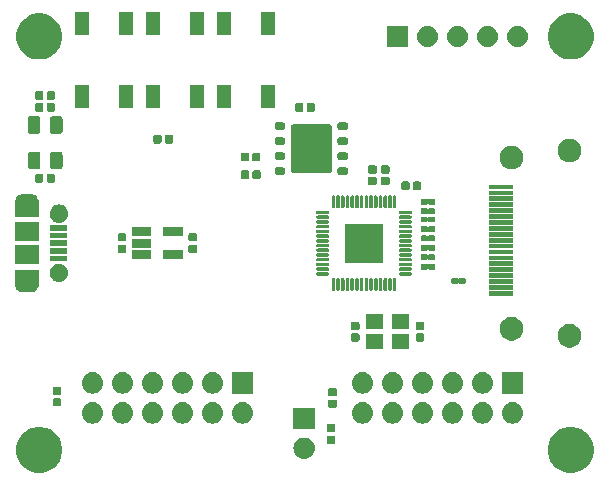
<source format=gbr>
G04 #@! TF.GenerationSoftware,KiCad,Pcbnew,5.0.2-bee76a0~70~ubuntu18.04.1*
G04 #@! TF.CreationDate,2020-08-11T13:50:02+01:00*
G04 #@! TF.ProjectId,picodvi,7069636f-6476-4692-9e6b-696361645f70,rev?*
G04 #@! TF.SameCoordinates,Original*
G04 #@! TF.FileFunction,Soldermask,Top*
G04 #@! TF.FilePolarity,Negative*
%FSLAX46Y46*%
G04 Gerber Fmt 4.6, Leading zero omitted, Abs format (unit mm)*
G04 Created by KiCad (PCBNEW 5.0.2-bee76a0~70~ubuntu18.04.1) date Tue 11 Aug 2020 13:50:02 BST*
%MOMM*%
%LPD*%
G01*
G04 APERTURE LIST*
%ADD10C,0.100000*%
G04 APERTURE END LIST*
D10*
G36*
X248068795Y-120624937D02*
X248423670Y-120771932D01*
X248423671Y-120771933D01*
X248743052Y-120985336D01*
X249014664Y-121256948D01*
X249071123Y-121341445D01*
X249228068Y-121576330D01*
X249375063Y-121931205D01*
X249450000Y-122307942D01*
X249450000Y-122692058D01*
X249375063Y-123068795D01*
X249228068Y-123423670D01*
X249014663Y-123743053D01*
X248743053Y-124014663D01*
X248423670Y-124228068D01*
X248068795Y-124375063D01*
X247692058Y-124450000D01*
X247307942Y-124450000D01*
X246931205Y-124375063D01*
X246576330Y-124228068D01*
X246256947Y-124014663D01*
X245985337Y-123743053D01*
X245771932Y-123423670D01*
X245624937Y-123068795D01*
X245550000Y-122692058D01*
X245550000Y-122307942D01*
X245624937Y-121931205D01*
X245771932Y-121576330D01*
X245928877Y-121341445D01*
X245985336Y-121256948D01*
X246256948Y-120985336D01*
X246576329Y-120771933D01*
X246576330Y-120771932D01*
X246931205Y-120624937D01*
X247307942Y-120550000D01*
X247692058Y-120550000D01*
X248068795Y-120624937D01*
X248068795Y-120624937D01*
G37*
G36*
X203068795Y-120624937D02*
X203423670Y-120771932D01*
X203423671Y-120771933D01*
X203743052Y-120985336D01*
X204014664Y-121256948D01*
X204071123Y-121341445D01*
X204228068Y-121576330D01*
X204375063Y-121931205D01*
X204450000Y-122307942D01*
X204450000Y-122692058D01*
X204375063Y-123068795D01*
X204228068Y-123423670D01*
X204014663Y-123743053D01*
X203743053Y-124014663D01*
X203423670Y-124228068D01*
X203068795Y-124375063D01*
X202692058Y-124450000D01*
X202307942Y-124450000D01*
X201931205Y-124375063D01*
X201576330Y-124228068D01*
X201256947Y-124014663D01*
X200985337Y-123743053D01*
X200771932Y-123423670D01*
X200624937Y-123068795D01*
X200550000Y-122692058D01*
X200550000Y-122307942D01*
X200624937Y-121931205D01*
X200771932Y-121576330D01*
X200928877Y-121341445D01*
X200985336Y-121256948D01*
X201256948Y-120985336D01*
X201576329Y-120771933D01*
X201576330Y-120771932D01*
X201931205Y-120624937D01*
X202307942Y-120550000D01*
X202692058Y-120550000D01*
X203068795Y-120624937D01*
X203068795Y-120624937D01*
G37*
G36*
X225101487Y-121483249D02*
X225271140Y-121534713D01*
X225411441Y-121609706D01*
X225427488Y-121618283D01*
X225564531Y-121730751D01*
X225676999Y-121867794D01*
X225677000Y-121867796D01*
X225760569Y-122024142D01*
X225812033Y-122193795D01*
X225829410Y-122370226D01*
X225812033Y-122546657D01*
X225760569Y-122716310D01*
X225685576Y-122856611D01*
X225676999Y-122872658D01*
X225564531Y-123009701D01*
X225427488Y-123122169D01*
X225427486Y-123122170D01*
X225271140Y-123205739D01*
X225101487Y-123257203D01*
X224969263Y-123270226D01*
X224880849Y-123270226D01*
X224748625Y-123257203D01*
X224578972Y-123205739D01*
X224422626Y-123122170D01*
X224422624Y-123122169D01*
X224285581Y-123009701D01*
X224173113Y-122872658D01*
X224164536Y-122856611D01*
X224089543Y-122716310D01*
X224038079Y-122546657D01*
X224020702Y-122370226D01*
X224038079Y-122193795D01*
X224089543Y-122024142D01*
X224173112Y-121867796D01*
X224173113Y-121867794D01*
X224285581Y-121730751D01*
X224422624Y-121618283D01*
X224438671Y-121609706D01*
X224578972Y-121534713D01*
X224748625Y-121483249D01*
X224880849Y-121470226D01*
X224969263Y-121470226D01*
X225101487Y-121483249D01*
X225101487Y-121483249D01*
G37*
G36*
X227454031Y-121301074D02*
X227481699Y-121309468D01*
X227507200Y-121323098D01*
X227529555Y-121341445D01*
X227547902Y-121363800D01*
X227561532Y-121389301D01*
X227569926Y-121416969D01*
X227573000Y-121448185D01*
X227573000Y-121837815D01*
X227569926Y-121869031D01*
X227561532Y-121896699D01*
X227547902Y-121922200D01*
X227529555Y-121944555D01*
X227507200Y-121962902D01*
X227481699Y-121976532D01*
X227454031Y-121984926D01*
X227422815Y-121988000D01*
X226983185Y-121988000D01*
X226951969Y-121984926D01*
X226924301Y-121976532D01*
X226898800Y-121962902D01*
X226876445Y-121944555D01*
X226858098Y-121922200D01*
X226844468Y-121896699D01*
X226836074Y-121869031D01*
X226833000Y-121837815D01*
X226833000Y-121448185D01*
X226836074Y-121416969D01*
X226844468Y-121389301D01*
X226858098Y-121363800D01*
X226876445Y-121341445D01*
X226898800Y-121323098D01*
X226924301Y-121309468D01*
X226951969Y-121301074D01*
X226983185Y-121298000D01*
X227422815Y-121298000D01*
X227454031Y-121301074D01*
X227454031Y-121301074D01*
G37*
G36*
X227454031Y-120331074D02*
X227481699Y-120339468D01*
X227507200Y-120353098D01*
X227529555Y-120371445D01*
X227547902Y-120393800D01*
X227561532Y-120419301D01*
X227569926Y-120446969D01*
X227573000Y-120478185D01*
X227573000Y-120867815D01*
X227569926Y-120899031D01*
X227561532Y-120926699D01*
X227547902Y-120952200D01*
X227529555Y-120974555D01*
X227507200Y-120992902D01*
X227481699Y-121006532D01*
X227454031Y-121014926D01*
X227422815Y-121018000D01*
X226983185Y-121018000D01*
X226951969Y-121014926D01*
X226924301Y-121006532D01*
X226898800Y-120992902D01*
X226876445Y-120974555D01*
X226858098Y-120952200D01*
X226844468Y-120926699D01*
X226836074Y-120899031D01*
X226833000Y-120867815D01*
X226833000Y-120478185D01*
X226836074Y-120446969D01*
X226844468Y-120419301D01*
X226858098Y-120393800D01*
X226876445Y-120371445D01*
X226898800Y-120353098D01*
X226924301Y-120339468D01*
X226951969Y-120331074D01*
X226983185Y-120328000D01*
X227422815Y-120328000D01*
X227454031Y-120331074D01*
X227454031Y-120331074D01*
G37*
G36*
X225825056Y-120730226D02*
X224025056Y-120730226D01*
X224025056Y-118930226D01*
X225825056Y-118930226D01*
X225825056Y-120730226D01*
X225825056Y-120730226D01*
G37*
G36*
X214806431Y-118493023D02*
X214976084Y-118544487D01*
X215116385Y-118619480D01*
X215132432Y-118628057D01*
X215269475Y-118740525D01*
X215381943Y-118877568D01*
X215381944Y-118877570D01*
X215465513Y-119033916D01*
X215516977Y-119203569D01*
X215534354Y-119380000D01*
X215516977Y-119556431D01*
X215465513Y-119726084D01*
X215390520Y-119866385D01*
X215381943Y-119882432D01*
X215269475Y-120019475D01*
X215132432Y-120131943D01*
X215132430Y-120131944D01*
X214976084Y-120215513D01*
X214976081Y-120215514D01*
X214806431Y-120266977D01*
X214674207Y-120280000D01*
X214585793Y-120280000D01*
X214453569Y-120266977D01*
X214283919Y-120215514D01*
X214283916Y-120215513D01*
X214127570Y-120131944D01*
X214127568Y-120131943D01*
X213990525Y-120019475D01*
X213878057Y-119882432D01*
X213869480Y-119866385D01*
X213794487Y-119726084D01*
X213743023Y-119556431D01*
X213725646Y-119380000D01*
X213743023Y-119203569D01*
X213794487Y-119033916D01*
X213878056Y-118877570D01*
X213878057Y-118877568D01*
X213990525Y-118740525D01*
X214127568Y-118628057D01*
X214143615Y-118619480D01*
X214283916Y-118544487D01*
X214453569Y-118493023D01*
X214585793Y-118480000D01*
X214674207Y-118480000D01*
X214806431Y-118493023D01*
X214806431Y-118493023D01*
G37*
G36*
X207186431Y-118493023D02*
X207356084Y-118544487D01*
X207496385Y-118619480D01*
X207512432Y-118628057D01*
X207649475Y-118740525D01*
X207761943Y-118877568D01*
X207761944Y-118877570D01*
X207845513Y-119033916D01*
X207896977Y-119203569D01*
X207914354Y-119380000D01*
X207896977Y-119556431D01*
X207845513Y-119726084D01*
X207770520Y-119866385D01*
X207761943Y-119882432D01*
X207649475Y-120019475D01*
X207512432Y-120131943D01*
X207512430Y-120131944D01*
X207356084Y-120215513D01*
X207356081Y-120215514D01*
X207186431Y-120266977D01*
X207054207Y-120280000D01*
X206965793Y-120280000D01*
X206833569Y-120266977D01*
X206663919Y-120215514D01*
X206663916Y-120215513D01*
X206507570Y-120131944D01*
X206507568Y-120131943D01*
X206370525Y-120019475D01*
X206258057Y-119882432D01*
X206249480Y-119866385D01*
X206174487Y-119726084D01*
X206123023Y-119556431D01*
X206105646Y-119380000D01*
X206123023Y-119203569D01*
X206174487Y-119033916D01*
X206258056Y-118877570D01*
X206258057Y-118877568D01*
X206370525Y-118740525D01*
X206507568Y-118628057D01*
X206523615Y-118619480D01*
X206663916Y-118544487D01*
X206833569Y-118493023D01*
X206965793Y-118480000D01*
X207054207Y-118480000D01*
X207186431Y-118493023D01*
X207186431Y-118493023D01*
G37*
G36*
X209726431Y-118493023D02*
X209896084Y-118544487D01*
X210036385Y-118619480D01*
X210052432Y-118628057D01*
X210189475Y-118740525D01*
X210301943Y-118877568D01*
X210301944Y-118877570D01*
X210385513Y-119033916D01*
X210436977Y-119203569D01*
X210454354Y-119380000D01*
X210436977Y-119556431D01*
X210385513Y-119726084D01*
X210310520Y-119866385D01*
X210301943Y-119882432D01*
X210189475Y-120019475D01*
X210052432Y-120131943D01*
X210052430Y-120131944D01*
X209896084Y-120215513D01*
X209896081Y-120215514D01*
X209726431Y-120266977D01*
X209594207Y-120280000D01*
X209505793Y-120280000D01*
X209373569Y-120266977D01*
X209203919Y-120215514D01*
X209203916Y-120215513D01*
X209047570Y-120131944D01*
X209047568Y-120131943D01*
X208910525Y-120019475D01*
X208798057Y-119882432D01*
X208789480Y-119866385D01*
X208714487Y-119726084D01*
X208663023Y-119556431D01*
X208645646Y-119380000D01*
X208663023Y-119203569D01*
X208714487Y-119033916D01*
X208798056Y-118877570D01*
X208798057Y-118877568D01*
X208910525Y-118740525D01*
X209047568Y-118628057D01*
X209063615Y-118619480D01*
X209203916Y-118544487D01*
X209373569Y-118493023D01*
X209505793Y-118480000D01*
X209594207Y-118480000D01*
X209726431Y-118493023D01*
X209726431Y-118493023D01*
G37*
G36*
X212266431Y-118493023D02*
X212436084Y-118544487D01*
X212576385Y-118619480D01*
X212592432Y-118628057D01*
X212729475Y-118740525D01*
X212841943Y-118877568D01*
X212841944Y-118877570D01*
X212925513Y-119033916D01*
X212976977Y-119203569D01*
X212994354Y-119380000D01*
X212976977Y-119556431D01*
X212925513Y-119726084D01*
X212850520Y-119866385D01*
X212841943Y-119882432D01*
X212729475Y-120019475D01*
X212592432Y-120131943D01*
X212592430Y-120131944D01*
X212436084Y-120215513D01*
X212436081Y-120215514D01*
X212266431Y-120266977D01*
X212134207Y-120280000D01*
X212045793Y-120280000D01*
X211913569Y-120266977D01*
X211743919Y-120215514D01*
X211743916Y-120215513D01*
X211587570Y-120131944D01*
X211587568Y-120131943D01*
X211450525Y-120019475D01*
X211338057Y-119882432D01*
X211329480Y-119866385D01*
X211254487Y-119726084D01*
X211203023Y-119556431D01*
X211185646Y-119380000D01*
X211203023Y-119203569D01*
X211254487Y-119033916D01*
X211338056Y-118877570D01*
X211338057Y-118877568D01*
X211450525Y-118740525D01*
X211587568Y-118628057D01*
X211603615Y-118619480D01*
X211743916Y-118544487D01*
X211913569Y-118493023D01*
X212045793Y-118480000D01*
X212134207Y-118480000D01*
X212266431Y-118493023D01*
X212266431Y-118493023D01*
G37*
G36*
X219886431Y-118493023D02*
X220056084Y-118544487D01*
X220196385Y-118619480D01*
X220212432Y-118628057D01*
X220349475Y-118740525D01*
X220461943Y-118877568D01*
X220461944Y-118877570D01*
X220545513Y-119033916D01*
X220596977Y-119203569D01*
X220614354Y-119380000D01*
X220596977Y-119556431D01*
X220545513Y-119726084D01*
X220470520Y-119866385D01*
X220461943Y-119882432D01*
X220349475Y-120019475D01*
X220212432Y-120131943D01*
X220212430Y-120131944D01*
X220056084Y-120215513D01*
X220056081Y-120215514D01*
X219886431Y-120266977D01*
X219754207Y-120280000D01*
X219665793Y-120280000D01*
X219533569Y-120266977D01*
X219363919Y-120215514D01*
X219363916Y-120215513D01*
X219207570Y-120131944D01*
X219207568Y-120131943D01*
X219070525Y-120019475D01*
X218958057Y-119882432D01*
X218949480Y-119866385D01*
X218874487Y-119726084D01*
X218823023Y-119556431D01*
X218805646Y-119380000D01*
X218823023Y-119203569D01*
X218874487Y-119033916D01*
X218958056Y-118877570D01*
X218958057Y-118877568D01*
X219070525Y-118740525D01*
X219207568Y-118628057D01*
X219223615Y-118619480D01*
X219363916Y-118544487D01*
X219533569Y-118493023D01*
X219665793Y-118480000D01*
X219754207Y-118480000D01*
X219886431Y-118493023D01*
X219886431Y-118493023D01*
G37*
G36*
X242746431Y-118493023D02*
X242916084Y-118544487D01*
X243056385Y-118619480D01*
X243072432Y-118628057D01*
X243209475Y-118740525D01*
X243321943Y-118877568D01*
X243321944Y-118877570D01*
X243405513Y-119033916D01*
X243456977Y-119203569D01*
X243474354Y-119380000D01*
X243456977Y-119556431D01*
X243405513Y-119726084D01*
X243330520Y-119866385D01*
X243321943Y-119882432D01*
X243209475Y-120019475D01*
X243072432Y-120131943D01*
X243072430Y-120131944D01*
X242916084Y-120215513D01*
X242746431Y-120266977D01*
X242614207Y-120280000D01*
X242525793Y-120280000D01*
X242393569Y-120266977D01*
X242223916Y-120215513D01*
X242067570Y-120131944D01*
X242067568Y-120131943D01*
X241930525Y-120019475D01*
X241818057Y-119882432D01*
X241809480Y-119866385D01*
X241734487Y-119726084D01*
X241683023Y-119556431D01*
X241665646Y-119380000D01*
X241683023Y-119203569D01*
X241734487Y-119033916D01*
X241818056Y-118877570D01*
X241818057Y-118877568D01*
X241930525Y-118740525D01*
X242067568Y-118628057D01*
X242083615Y-118619480D01*
X242223916Y-118544487D01*
X242393569Y-118493023D01*
X242525793Y-118480000D01*
X242614207Y-118480000D01*
X242746431Y-118493023D01*
X242746431Y-118493023D01*
G37*
G36*
X240206431Y-118493023D02*
X240376084Y-118544487D01*
X240516385Y-118619480D01*
X240532432Y-118628057D01*
X240669475Y-118740525D01*
X240781943Y-118877568D01*
X240781944Y-118877570D01*
X240865513Y-119033916D01*
X240916977Y-119203569D01*
X240934354Y-119380000D01*
X240916977Y-119556431D01*
X240865513Y-119726084D01*
X240790520Y-119866385D01*
X240781943Y-119882432D01*
X240669475Y-120019475D01*
X240532432Y-120131943D01*
X240532430Y-120131944D01*
X240376084Y-120215513D01*
X240206431Y-120266977D01*
X240074207Y-120280000D01*
X239985793Y-120280000D01*
X239853569Y-120266977D01*
X239683916Y-120215513D01*
X239527570Y-120131944D01*
X239527568Y-120131943D01*
X239390525Y-120019475D01*
X239278057Y-119882432D01*
X239269480Y-119866385D01*
X239194487Y-119726084D01*
X239143023Y-119556431D01*
X239125646Y-119380000D01*
X239143023Y-119203569D01*
X239194487Y-119033916D01*
X239278056Y-118877570D01*
X239278057Y-118877568D01*
X239390525Y-118740525D01*
X239527568Y-118628057D01*
X239543615Y-118619480D01*
X239683916Y-118544487D01*
X239853569Y-118493023D01*
X239985793Y-118480000D01*
X240074207Y-118480000D01*
X240206431Y-118493023D01*
X240206431Y-118493023D01*
G37*
G36*
X237666431Y-118493023D02*
X237836084Y-118544487D01*
X237976385Y-118619480D01*
X237992432Y-118628057D01*
X238129475Y-118740525D01*
X238241943Y-118877568D01*
X238241944Y-118877570D01*
X238325513Y-119033916D01*
X238376977Y-119203569D01*
X238394354Y-119380000D01*
X238376977Y-119556431D01*
X238325513Y-119726084D01*
X238250520Y-119866385D01*
X238241943Y-119882432D01*
X238129475Y-120019475D01*
X237992432Y-120131943D01*
X237992430Y-120131944D01*
X237836084Y-120215513D01*
X237666431Y-120266977D01*
X237534207Y-120280000D01*
X237445793Y-120280000D01*
X237313569Y-120266977D01*
X237143916Y-120215513D01*
X236987570Y-120131944D01*
X236987568Y-120131943D01*
X236850525Y-120019475D01*
X236738057Y-119882432D01*
X236729480Y-119866385D01*
X236654487Y-119726084D01*
X236603023Y-119556431D01*
X236585646Y-119380000D01*
X236603023Y-119203569D01*
X236654487Y-119033916D01*
X236738056Y-118877570D01*
X236738057Y-118877568D01*
X236850525Y-118740525D01*
X236987568Y-118628057D01*
X237003615Y-118619480D01*
X237143916Y-118544487D01*
X237313569Y-118493023D01*
X237445793Y-118480000D01*
X237534207Y-118480000D01*
X237666431Y-118493023D01*
X237666431Y-118493023D01*
G37*
G36*
X235126431Y-118493023D02*
X235296084Y-118544487D01*
X235436385Y-118619480D01*
X235452432Y-118628057D01*
X235589475Y-118740525D01*
X235701943Y-118877568D01*
X235701944Y-118877570D01*
X235785513Y-119033916D01*
X235836977Y-119203569D01*
X235854354Y-119380000D01*
X235836977Y-119556431D01*
X235785513Y-119726084D01*
X235710520Y-119866385D01*
X235701943Y-119882432D01*
X235589475Y-120019475D01*
X235452432Y-120131943D01*
X235452430Y-120131944D01*
X235296084Y-120215513D01*
X235126431Y-120266977D01*
X234994207Y-120280000D01*
X234905793Y-120280000D01*
X234773569Y-120266977D01*
X234603916Y-120215513D01*
X234447570Y-120131944D01*
X234447568Y-120131943D01*
X234310525Y-120019475D01*
X234198057Y-119882432D01*
X234189480Y-119866385D01*
X234114487Y-119726084D01*
X234063023Y-119556431D01*
X234045646Y-119380000D01*
X234063023Y-119203569D01*
X234114487Y-119033916D01*
X234198056Y-118877570D01*
X234198057Y-118877568D01*
X234310525Y-118740525D01*
X234447568Y-118628057D01*
X234463615Y-118619480D01*
X234603916Y-118544487D01*
X234773569Y-118493023D01*
X234905793Y-118480000D01*
X234994207Y-118480000D01*
X235126431Y-118493023D01*
X235126431Y-118493023D01*
G37*
G36*
X232586431Y-118493023D02*
X232756084Y-118544487D01*
X232896385Y-118619480D01*
X232912432Y-118628057D01*
X233049475Y-118740525D01*
X233161943Y-118877568D01*
X233161944Y-118877570D01*
X233245513Y-119033916D01*
X233296977Y-119203569D01*
X233314354Y-119380000D01*
X233296977Y-119556431D01*
X233245513Y-119726084D01*
X233170520Y-119866385D01*
X233161943Y-119882432D01*
X233049475Y-120019475D01*
X232912432Y-120131943D01*
X232912430Y-120131944D01*
X232756084Y-120215513D01*
X232586431Y-120266977D01*
X232454207Y-120280000D01*
X232365793Y-120280000D01*
X232233569Y-120266977D01*
X232063916Y-120215513D01*
X231907570Y-120131944D01*
X231907568Y-120131943D01*
X231770525Y-120019475D01*
X231658057Y-119882432D01*
X231649480Y-119866385D01*
X231574487Y-119726084D01*
X231523023Y-119556431D01*
X231505646Y-119380000D01*
X231523023Y-119203569D01*
X231574487Y-119033916D01*
X231658056Y-118877570D01*
X231658057Y-118877568D01*
X231770525Y-118740525D01*
X231907568Y-118628057D01*
X231923615Y-118619480D01*
X232063916Y-118544487D01*
X232233569Y-118493023D01*
X232365793Y-118480000D01*
X232454207Y-118480000D01*
X232586431Y-118493023D01*
X232586431Y-118493023D01*
G37*
G36*
X230046431Y-118493023D02*
X230216084Y-118544487D01*
X230356385Y-118619480D01*
X230372432Y-118628057D01*
X230509475Y-118740525D01*
X230621943Y-118877568D01*
X230621944Y-118877570D01*
X230705513Y-119033916D01*
X230756977Y-119203569D01*
X230774354Y-119380000D01*
X230756977Y-119556431D01*
X230705513Y-119726084D01*
X230630520Y-119866385D01*
X230621943Y-119882432D01*
X230509475Y-120019475D01*
X230372432Y-120131943D01*
X230372430Y-120131944D01*
X230216084Y-120215513D01*
X230046431Y-120266977D01*
X229914207Y-120280000D01*
X229825793Y-120280000D01*
X229693569Y-120266977D01*
X229523916Y-120215513D01*
X229367570Y-120131944D01*
X229367568Y-120131943D01*
X229230525Y-120019475D01*
X229118057Y-119882432D01*
X229109480Y-119866385D01*
X229034487Y-119726084D01*
X228983023Y-119556431D01*
X228965646Y-119380000D01*
X228983023Y-119203569D01*
X229034487Y-119033916D01*
X229118056Y-118877570D01*
X229118057Y-118877568D01*
X229230525Y-118740525D01*
X229367568Y-118628057D01*
X229383615Y-118619480D01*
X229523916Y-118544487D01*
X229693569Y-118493023D01*
X229825793Y-118480000D01*
X229914207Y-118480000D01*
X230046431Y-118493023D01*
X230046431Y-118493023D01*
G37*
G36*
X217346431Y-118493023D02*
X217516084Y-118544487D01*
X217656385Y-118619480D01*
X217672432Y-118628057D01*
X217809475Y-118740525D01*
X217921943Y-118877568D01*
X217921944Y-118877570D01*
X218005513Y-119033916D01*
X218056977Y-119203569D01*
X218074354Y-119380000D01*
X218056977Y-119556431D01*
X218005513Y-119726084D01*
X217930520Y-119866385D01*
X217921943Y-119882432D01*
X217809475Y-120019475D01*
X217672432Y-120131943D01*
X217672430Y-120131944D01*
X217516084Y-120215513D01*
X217516081Y-120215514D01*
X217346431Y-120266977D01*
X217214207Y-120280000D01*
X217125793Y-120280000D01*
X216993569Y-120266977D01*
X216823919Y-120215514D01*
X216823916Y-120215513D01*
X216667570Y-120131944D01*
X216667568Y-120131943D01*
X216530525Y-120019475D01*
X216418057Y-119882432D01*
X216409480Y-119866385D01*
X216334487Y-119726084D01*
X216283023Y-119556431D01*
X216265646Y-119380000D01*
X216283023Y-119203569D01*
X216334487Y-119033916D01*
X216418056Y-118877570D01*
X216418057Y-118877568D01*
X216530525Y-118740525D01*
X216667568Y-118628057D01*
X216683615Y-118619480D01*
X216823916Y-118544487D01*
X216993569Y-118493023D01*
X217125793Y-118480000D01*
X217214207Y-118480000D01*
X217346431Y-118493023D01*
X217346431Y-118493023D01*
G37*
G36*
X227581031Y-118253074D02*
X227608699Y-118261468D01*
X227634200Y-118275098D01*
X227656555Y-118293445D01*
X227674902Y-118315800D01*
X227688532Y-118341301D01*
X227696926Y-118368969D01*
X227700000Y-118400185D01*
X227700000Y-118789815D01*
X227696926Y-118821031D01*
X227688532Y-118848699D01*
X227674902Y-118874200D01*
X227656555Y-118896555D01*
X227634200Y-118914902D01*
X227608699Y-118928532D01*
X227581031Y-118936926D01*
X227549815Y-118940000D01*
X227110185Y-118940000D01*
X227078969Y-118936926D01*
X227051301Y-118928532D01*
X227025800Y-118914902D01*
X227003445Y-118896555D01*
X226985098Y-118874200D01*
X226971468Y-118848699D01*
X226963074Y-118821031D01*
X226960000Y-118789815D01*
X226960000Y-118400185D01*
X226963074Y-118368969D01*
X226971468Y-118341301D01*
X226985098Y-118315800D01*
X227003445Y-118293445D01*
X227025800Y-118275098D01*
X227051301Y-118261468D01*
X227078969Y-118253074D01*
X227110185Y-118250000D01*
X227549815Y-118250000D01*
X227581031Y-118253074D01*
X227581031Y-118253074D01*
G37*
G36*
X204251031Y-118143074D02*
X204278699Y-118151468D01*
X204304200Y-118165098D01*
X204326555Y-118183445D01*
X204344902Y-118205800D01*
X204358532Y-118231301D01*
X204366926Y-118258969D01*
X204370000Y-118290185D01*
X204370000Y-118679815D01*
X204366926Y-118711031D01*
X204358532Y-118738699D01*
X204344902Y-118764200D01*
X204326555Y-118786555D01*
X204304200Y-118804902D01*
X204278699Y-118818532D01*
X204251031Y-118826926D01*
X204219815Y-118830000D01*
X203780185Y-118830000D01*
X203748969Y-118826926D01*
X203721301Y-118818532D01*
X203695800Y-118804902D01*
X203673445Y-118786555D01*
X203655098Y-118764200D01*
X203641468Y-118738699D01*
X203633074Y-118711031D01*
X203630000Y-118679815D01*
X203630000Y-118290185D01*
X203633074Y-118258969D01*
X203641468Y-118231301D01*
X203655098Y-118205800D01*
X203673445Y-118183445D01*
X203695800Y-118165098D01*
X203721301Y-118151468D01*
X203748969Y-118143074D01*
X203780185Y-118140000D01*
X204219815Y-118140000D01*
X204251031Y-118143074D01*
X204251031Y-118143074D01*
G37*
G36*
X227581031Y-117283074D02*
X227608699Y-117291468D01*
X227634200Y-117305098D01*
X227656555Y-117323445D01*
X227674902Y-117345800D01*
X227688532Y-117371301D01*
X227696926Y-117398969D01*
X227700000Y-117430185D01*
X227700000Y-117819815D01*
X227696926Y-117851031D01*
X227688532Y-117878699D01*
X227674902Y-117904200D01*
X227656555Y-117926555D01*
X227634200Y-117944902D01*
X227608699Y-117958532D01*
X227581031Y-117966926D01*
X227549815Y-117970000D01*
X227110185Y-117970000D01*
X227078969Y-117966926D01*
X227051301Y-117958532D01*
X227025800Y-117944902D01*
X227003445Y-117926555D01*
X226985098Y-117904200D01*
X226971468Y-117878699D01*
X226963074Y-117851031D01*
X226960000Y-117819815D01*
X226960000Y-117430185D01*
X226963074Y-117398969D01*
X226971468Y-117371301D01*
X226985098Y-117345800D01*
X227003445Y-117323445D01*
X227025800Y-117305098D01*
X227051301Y-117291468D01*
X227078969Y-117283074D01*
X227110185Y-117280000D01*
X227549815Y-117280000D01*
X227581031Y-117283074D01*
X227581031Y-117283074D01*
G37*
G36*
X204251031Y-117173074D02*
X204278699Y-117181468D01*
X204304200Y-117195098D01*
X204326555Y-117213445D01*
X204344902Y-117235800D01*
X204358532Y-117261301D01*
X204366926Y-117288969D01*
X204370000Y-117320185D01*
X204370000Y-117709815D01*
X204366926Y-117741031D01*
X204358532Y-117768699D01*
X204344902Y-117794200D01*
X204326555Y-117816555D01*
X204304200Y-117834902D01*
X204278699Y-117848532D01*
X204251031Y-117856926D01*
X204219815Y-117860000D01*
X203780185Y-117860000D01*
X203748969Y-117856926D01*
X203721301Y-117848532D01*
X203695800Y-117834902D01*
X203673445Y-117816555D01*
X203655098Y-117794200D01*
X203641468Y-117768699D01*
X203633074Y-117741031D01*
X203630000Y-117709815D01*
X203630000Y-117320185D01*
X203633074Y-117288969D01*
X203641468Y-117261301D01*
X203655098Y-117235800D01*
X203673445Y-117213445D01*
X203695800Y-117195098D01*
X203721301Y-117181468D01*
X203748969Y-117173074D01*
X203780185Y-117170000D01*
X204219815Y-117170000D01*
X204251031Y-117173074D01*
X204251031Y-117173074D01*
G37*
G36*
X235126431Y-115953023D02*
X235296084Y-116004487D01*
X235436385Y-116079480D01*
X235452432Y-116088057D01*
X235589475Y-116200525D01*
X235701943Y-116337568D01*
X235701944Y-116337570D01*
X235785513Y-116493916D01*
X235785514Y-116493919D01*
X235836977Y-116663569D01*
X235854354Y-116840000D01*
X235836977Y-117016431D01*
X235789387Y-117173315D01*
X235785513Y-117186084D01*
X235719775Y-117309071D01*
X235701943Y-117342432D01*
X235589475Y-117479475D01*
X235452432Y-117591943D01*
X235452430Y-117591944D01*
X235296084Y-117675513D01*
X235296081Y-117675514D01*
X235126431Y-117726977D01*
X234994207Y-117740000D01*
X234905793Y-117740000D01*
X234773569Y-117726977D01*
X234603919Y-117675514D01*
X234603916Y-117675513D01*
X234447570Y-117591944D01*
X234447568Y-117591943D01*
X234310525Y-117479475D01*
X234198057Y-117342432D01*
X234180225Y-117309071D01*
X234114487Y-117186084D01*
X234110614Y-117173315D01*
X234063023Y-117016431D01*
X234045646Y-116840000D01*
X234063023Y-116663569D01*
X234114486Y-116493919D01*
X234114487Y-116493916D01*
X234198056Y-116337570D01*
X234198057Y-116337568D01*
X234310525Y-116200525D01*
X234447568Y-116088057D01*
X234463615Y-116079480D01*
X234603916Y-116004487D01*
X234773569Y-115953023D01*
X234905793Y-115940000D01*
X234994207Y-115940000D01*
X235126431Y-115953023D01*
X235126431Y-115953023D01*
G37*
G36*
X240206431Y-115953023D02*
X240376084Y-116004487D01*
X240516385Y-116079480D01*
X240532432Y-116088057D01*
X240669475Y-116200525D01*
X240781943Y-116337568D01*
X240781944Y-116337570D01*
X240865513Y-116493916D01*
X240865514Y-116493919D01*
X240916977Y-116663569D01*
X240934354Y-116840000D01*
X240916977Y-117016431D01*
X240869387Y-117173315D01*
X240865513Y-117186084D01*
X240799775Y-117309071D01*
X240781943Y-117342432D01*
X240669475Y-117479475D01*
X240532432Y-117591943D01*
X240532430Y-117591944D01*
X240376084Y-117675513D01*
X240376081Y-117675514D01*
X240206431Y-117726977D01*
X240074207Y-117740000D01*
X239985793Y-117740000D01*
X239853569Y-117726977D01*
X239683919Y-117675514D01*
X239683916Y-117675513D01*
X239527570Y-117591944D01*
X239527568Y-117591943D01*
X239390525Y-117479475D01*
X239278057Y-117342432D01*
X239260225Y-117309071D01*
X239194487Y-117186084D01*
X239190614Y-117173315D01*
X239143023Y-117016431D01*
X239125646Y-116840000D01*
X239143023Y-116663569D01*
X239194486Y-116493919D01*
X239194487Y-116493916D01*
X239278056Y-116337570D01*
X239278057Y-116337568D01*
X239390525Y-116200525D01*
X239527568Y-116088057D01*
X239543615Y-116079480D01*
X239683916Y-116004487D01*
X239853569Y-115953023D01*
X239985793Y-115940000D01*
X240074207Y-115940000D01*
X240206431Y-115953023D01*
X240206431Y-115953023D01*
G37*
G36*
X217346431Y-115953023D02*
X217516084Y-116004487D01*
X217656385Y-116079480D01*
X217672432Y-116088057D01*
X217809475Y-116200525D01*
X217921943Y-116337568D01*
X217921944Y-116337570D01*
X218005513Y-116493916D01*
X218005514Y-116493919D01*
X218056977Y-116663569D01*
X218074354Y-116840000D01*
X218056977Y-117016431D01*
X218009387Y-117173315D01*
X218005513Y-117186084D01*
X217939775Y-117309071D01*
X217921943Y-117342432D01*
X217809475Y-117479475D01*
X217672432Y-117591943D01*
X217672430Y-117591944D01*
X217516084Y-117675513D01*
X217516081Y-117675514D01*
X217403006Y-117709815D01*
X217346431Y-117726977D01*
X217214207Y-117740000D01*
X217125793Y-117740000D01*
X216993569Y-117726977D01*
X216936994Y-117709815D01*
X216823919Y-117675514D01*
X216823916Y-117675513D01*
X216667570Y-117591944D01*
X216667568Y-117591943D01*
X216530525Y-117479475D01*
X216418057Y-117342432D01*
X216400225Y-117309071D01*
X216334487Y-117186084D01*
X216330614Y-117173315D01*
X216283023Y-117016431D01*
X216265646Y-116840000D01*
X216283023Y-116663569D01*
X216334486Y-116493919D01*
X216334487Y-116493916D01*
X216418056Y-116337570D01*
X216418057Y-116337568D01*
X216530525Y-116200525D01*
X216667568Y-116088057D01*
X216683615Y-116079480D01*
X216823916Y-116004487D01*
X216993569Y-115953023D01*
X217125793Y-115940000D01*
X217214207Y-115940000D01*
X217346431Y-115953023D01*
X217346431Y-115953023D01*
G37*
G36*
X243470000Y-117740000D02*
X241670000Y-117740000D01*
X241670000Y-115940000D01*
X243470000Y-115940000D01*
X243470000Y-117740000D01*
X243470000Y-117740000D01*
G37*
G36*
X220610000Y-117740000D02*
X218810000Y-117740000D01*
X218810000Y-115940000D01*
X220610000Y-115940000D01*
X220610000Y-117740000D01*
X220610000Y-117740000D01*
G37*
G36*
X214806431Y-115953023D02*
X214976084Y-116004487D01*
X215116385Y-116079480D01*
X215132432Y-116088057D01*
X215269475Y-116200525D01*
X215381943Y-116337568D01*
X215381944Y-116337570D01*
X215465513Y-116493916D01*
X215465514Y-116493919D01*
X215516977Y-116663569D01*
X215534354Y-116840000D01*
X215516977Y-117016431D01*
X215469387Y-117173315D01*
X215465513Y-117186084D01*
X215399775Y-117309071D01*
X215381943Y-117342432D01*
X215269475Y-117479475D01*
X215132432Y-117591943D01*
X215132430Y-117591944D01*
X214976084Y-117675513D01*
X214976081Y-117675514D01*
X214806431Y-117726977D01*
X214674207Y-117740000D01*
X214585793Y-117740000D01*
X214453569Y-117726977D01*
X214283919Y-117675514D01*
X214283916Y-117675513D01*
X214127570Y-117591944D01*
X214127568Y-117591943D01*
X213990525Y-117479475D01*
X213878057Y-117342432D01*
X213860225Y-117309071D01*
X213794487Y-117186084D01*
X213790614Y-117173315D01*
X213743023Y-117016431D01*
X213725646Y-116840000D01*
X213743023Y-116663569D01*
X213794486Y-116493919D01*
X213794487Y-116493916D01*
X213878056Y-116337570D01*
X213878057Y-116337568D01*
X213990525Y-116200525D01*
X214127568Y-116088057D01*
X214143615Y-116079480D01*
X214283916Y-116004487D01*
X214453569Y-115953023D01*
X214585793Y-115940000D01*
X214674207Y-115940000D01*
X214806431Y-115953023D01*
X214806431Y-115953023D01*
G37*
G36*
X212266431Y-115953023D02*
X212436084Y-116004487D01*
X212576385Y-116079480D01*
X212592432Y-116088057D01*
X212729475Y-116200525D01*
X212841943Y-116337568D01*
X212841944Y-116337570D01*
X212925513Y-116493916D01*
X212925514Y-116493919D01*
X212976977Y-116663569D01*
X212994354Y-116840000D01*
X212976977Y-117016431D01*
X212929387Y-117173315D01*
X212925513Y-117186084D01*
X212859775Y-117309071D01*
X212841943Y-117342432D01*
X212729475Y-117479475D01*
X212592432Y-117591943D01*
X212592430Y-117591944D01*
X212436084Y-117675513D01*
X212436081Y-117675514D01*
X212266431Y-117726977D01*
X212134207Y-117740000D01*
X212045793Y-117740000D01*
X211913569Y-117726977D01*
X211743919Y-117675514D01*
X211743916Y-117675513D01*
X211587570Y-117591944D01*
X211587568Y-117591943D01*
X211450525Y-117479475D01*
X211338057Y-117342432D01*
X211320225Y-117309071D01*
X211254487Y-117186084D01*
X211250614Y-117173315D01*
X211203023Y-117016431D01*
X211185646Y-116840000D01*
X211203023Y-116663569D01*
X211254486Y-116493919D01*
X211254487Y-116493916D01*
X211338056Y-116337570D01*
X211338057Y-116337568D01*
X211450525Y-116200525D01*
X211587568Y-116088057D01*
X211603615Y-116079480D01*
X211743916Y-116004487D01*
X211913569Y-115953023D01*
X212045793Y-115940000D01*
X212134207Y-115940000D01*
X212266431Y-115953023D01*
X212266431Y-115953023D01*
G37*
G36*
X209726431Y-115953023D02*
X209896084Y-116004487D01*
X210036385Y-116079480D01*
X210052432Y-116088057D01*
X210189475Y-116200525D01*
X210301943Y-116337568D01*
X210301944Y-116337570D01*
X210385513Y-116493916D01*
X210385514Y-116493919D01*
X210436977Y-116663569D01*
X210454354Y-116840000D01*
X210436977Y-117016431D01*
X210389387Y-117173315D01*
X210385513Y-117186084D01*
X210319775Y-117309071D01*
X210301943Y-117342432D01*
X210189475Y-117479475D01*
X210052432Y-117591943D01*
X210052430Y-117591944D01*
X209896084Y-117675513D01*
X209896081Y-117675514D01*
X209726431Y-117726977D01*
X209594207Y-117740000D01*
X209505793Y-117740000D01*
X209373569Y-117726977D01*
X209203919Y-117675514D01*
X209203916Y-117675513D01*
X209047570Y-117591944D01*
X209047568Y-117591943D01*
X208910525Y-117479475D01*
X208798057Y-117342432D01*
X208780225Y-117309071D01*
X208714487Y-117186084D01*
X208710614Y-117173315D01*
X208663023Y-117016431D01*
X208645646Y-116840000D01*
X208663023Y-116663569D01*
X208714486Y-116493919D01*
X208714487Y-116493916D01*
X208798056Y-116337570D01*
X208798057Y-116337568D01*
X208910525Y-116200525D01*
X209047568Y-116088057D01*
X209063615Y-116079480D01*
X209203916Y-116004487D01*
X209373569Y-115953023D01*
X209505793Y-115940000D01*
X209594207Y-115940000D01*
X209726431Y-115953023D01*
X209726431Y-115953023D01*
G37*
G36*
X232586431Y-115953023D02*
X232756084Y-116004487D01*
X232896385Y-116079480D01*
X232912432Y-116088057D01*
X233049475Y-116200525D01*
X233161943Y-116337568D01*
X233161944Y-116337570D01*
X233245513Y-116493916D01*
X233245514Y-116493919D01*
X233296977Y-116663569D01*
X233314354Y-116840000D01*
X233296977Y-117016431D01*
X233249387Y-117173315D01*
X233245513Y-117186084D01*
X233179775Y-117309071D01*
X233161943Y-117342432D01*
X233049475Y-117479475D01*
X232912432Y-117591943D01*
X232912430Y-117591944D01*
X232756084Y-117675513D01*
X232756081Y-117675514D01*
X232586431Y-117726977D01*
X232454207Y-117740000D01*
X232365793Y-117740000D01*
X232233569Y-117726977D01*
X232063919Y-117675514D01*
X232063916Y-117675513D01*
X231907570Y-117591944D01*
X231907568Y-117591943D01*
X231770525Y-117479475D01*
X231658057Y-117342432D01*
X231640225Y-117309071D01*
X231574487Y-117186084D01*
X231570614Y-117173315D01*
X231523023Y-117016431D01*
X231505646Y-116840000D01*
X231523023Y-116663569D01*
X231574486Y-116493919D01*
X231574487Y-116493916D01*
X231658056Y-116337570D01*
X231658057Y-116337568D01*
X231770525Y-116200525D01*
X231907568Y-116088057D01*
X231923615Y-116079480D01*
X232063916Y-116004487D01*
X232233569Y-115953023D01*
X232365793Y-115940000D01*
X232454207Y-115940000D01*
X232586431Y-115953023D01*
X232586431Y-115953023D01*
G37*
G36*
X230046431Y-115953023D02*
X230216084Y-116004487D01*
X230356385Y-116079480D01*
X230372432Y-116088057D01*
X230509475Y-116200525D01*
X230621943Y-116337568D01*
X230621944Y-116337570D01*
X230705513Y-116493916D01*
X230705514Y-116493919D01*
X230756977Y-116663569D01*
X230774354Y-116840000D01*
X230756977Y-117016431D01*
X230709387Y-117173315D01*
X230705513Y-117186084D01*
X230639775Y-117309071D01*
X230621943Y-117342432D01*
X230509475Y-117479475D01*
X230372432Y-117591943D01*
X230372430Y-117591944D01*
X230216084Y-117675513D01*
X230216081Y-117675514D01*
X230046431Y-117726977D01*
X229914207Y-117740000D01*
X229825793Y-117740000D01*
X229693569Y-117726977D01*
X229523919Y-117675514D01*
X229523916Y-117675513D01*
X229367570Y-117591944D01*
X229367568Y-117591943D01*
X229230525Y-117479475D01*
X229118057Y-117342432D01*
X229100225Y-117309071D01*
X229034487Y-117186084D01*
X229030614Y-117173315D01*
X228983023Y-117016431D01*
X228965646Y-116840000D01*
X228983023Y-116663569D01*
X229034486Y-116493919D01*
X229034487Y-116493916D01*
X229118056Y-116337570D01*
X229118057Y-116337568D01*
X229230525Y-116200525D01*
X229367568Y-116088057D01*
X229383615Y-116079480D01*
X229523916Y-116004487D01*
X229693569Y-115953023D01*
X229825793Y-115940000D01*
X229914207Y-115940000D01*
X230046431Y-115953023D01*
X230046431Y-115953023D01*
G37*
G36*
X207186431Y-115953023D02*
X207356084Y-116004487D01*
X207496385Y-116079480D01*
X207512432Y-116088057D01*
X207649475Y-116200525D01*
X207761943Y-116337568D01*
X207761944Y-116337570D01*
X207845513Y-116493916D01*
X207845514Y-116493919D01*
X207896977Y-116663569D01*
X207914354Y-116840000D01*
X207896977Y-117016431D01*
X207849387Y-117173315D01*
X207845513Y-117186084D01*
X207779775Y-117309071D01*
X207761943Y-117342432D01*
X207649475Y-117479475D01*
X207512432Y-117591943D01*
X207512430Y-117591944D01*
X207356084Y-117675513D01*
X207356081Y-117675514D01*
X207186431Y-117726977D01*
X207054207Y-117740000D01*
X206965793Y-117740000D01*
X206833569Y-117726977D01*
X206663919Y-117675514D01*
X206663916Y-117675513D01*
X206507570Y-117591944D01*
X206507568Y-117591943D01*
X206370525Y-117479475D01*
X206258057Y-117342432D01*
X206240225Y-117309071D01*
X206174487Y-117186084D01*
X206170614Y-117173315D01*
X206123023Y-117016431D01*
X206105646Y-116840000D01*
X206123023Y-116663569D01*
X206174486Y-116493919D01*
X206174487Y-116493916D01*
X206258056Y-116337570D01*
X206258057Y-116337568D01*
X206370525Y-116200525D01*
X206507568Y-116088057D01*
X206523615Y-116079480D01*
X206663916Y-116004487D01*
X206833569Y-115953023D01*
X206965793Y-115940000D01*
X207054207Y-115940000D01*
X207186431Y-115953023D01*
X207186431Y-115953023D01*
G37*
G36*
X237666431Y-115953023D02*
X237836084Y-116004487D01*
X237976385Y-116079480D01*
X237992432Y-116088057D01*
X238129475Y-116200525D01*
X238241943Y-116337568D01*
X238241944Y-116337570D01*
X238325513Y-116493916D01*
X238325514Y-116493919D01*
X238376977Y-116663569D01*
X238394354Y-116840000D01*
X238376977Y-117016431D01*
X238329387Y-117173315D01*
X238325513Y-117186084D01*
X238259775Y-117309071D01*
X238241943Y-117342432D01*
X238129475Y-117479475D01*
X237992432Y-117591943D01*
X237992430Y-117591944D01*
X237836084Y-117675513D01*
X237836081Y-117675514D01*
X237666431Y-117726977D01*
X237534207Y-117740000D01*
X237445793Y-117740000D01*
X237313569Y-117726977D01*
X237143919Y-117675514D01*
X237143916Y-117675513D01*
X236987570Y-117591944D01*
X236987568Y-117591943D01*
X236850525Y-117479475D01*
X236738057Y-117342432D01*
X236720225Y-117309071D01*
X236654487Y-117186084D01*
X236650614Y-117173315D01*
X236603023Y-117016431D01*
X236585646Y-116840000D01*
X236603023Y-116663569D01*
X236654486Y-116493919D01*
X236654487Y-116493916D01*
X236738056Y-116337570D01*
X236738057Y-116337568D01*
X236850525Y-116200525D01*
X236987568Y-116088057D01*
X237003615Y-116079480D01*
X237143916Y-116004487D01*
X237313569Y-115953023D01*
X237445793Y-115940000D01*
X237534207Y-115940000D01*
X237666431Y-115953023D01*
X237666431Y-115953023D01*
G37*
G36*
X231650000Y-114000000D02*
X230150000Y-114000000D01*
X230150000Y-112700000D01*
X231650000Y-112700000D01*
X231650000Y-114000000D01*
X231650000Y-114000000D01*
G37*
G36*
X233850000Y-114000000D02*
X232350000Y-114000000D01*
X232350000Y-112700000D01*
X233850000Y-112700000D01*
X233850000Y-114000000D01*
X233850000Y-114000000D01*
G37*
G36*
X247691689Y-111888429D02*
X247873678Y-111963811D01*
X248037463Y-112073249D01*
X248176751Y-112212537D01*
X248286189Y-112376322D01*
X248361571Y-112558311D01*
X248400000Y-112751509D01*
X248400000Y-112948491D01*
X248361571Y-113141689D01*
X248286189Y-113323678D01*
X248176751Y-113487463D01*
X248037463Y-113626751D01*
X247873678Y-113736189D01*
X247691689Y-113811571D01*
X247498491Y-113850000D01*
X247301509Y-113850000D01*
X247108311Y-113811571D01*
X246926322Y-113736189D01*
X246762537Y-113626751D01*
X246623249Y-113487463D01*
X246513811Y-113323678D01*
X246438429Y-113141689D01*
X246400000Y-112948491D01*
X246400000Y-112751509D01*
X246438429Y-112558311D01*
X246513811Y-112376322D01*
X246623249Y-112212537D01*
X246762537Y-112073249D01*
X246926322Y-111963811D01*
X247108311Y-111888429D01*
X247301509Y-111850000D01*
X247498491Y-111850000D01*
X247691689Y-111888429D01*
X247691689Y-111888429D01*
G37*
G36*
X229501031Y-112643074D02*
X229528699Y-112651468D01*
X229554200Y-112665098D01*
X229576555Y-112683445D01*
X229594902Y-112705800D01*
X229608532Y-112731301D01*
X229616926Y-112758969D01*
X229620000Y-112790185D01*
X229620000Y-113179815D01*
X229616926Y-113211031D01*
X229608532Y-113238699D01*
X229594902Y-113264200D01*
X229576555Y-113286555D01*
X229554200Y-113304902D01*
X229528699Y-113318532D01*
X229501031Y-113326926D01*
X229469815Y-113330000D01*
X229030185Y-113330000D01*
X228998969Y-113326926D01*
X228971301Y-113318532D01*
X228945800Y-113304902D01*
X228923445Y-113286555D01*
X228905098Y-113264200D01*
X228891468Y-113238699D01*
X228883074Y-113211031D01*
X228880000Y-113179815D01*
X228880000Y-112790185D01*
X228883074Y-112758969D01*
X228891468Y-112731301D01*
X228905098Y-112705800D01*
X228923445Y-112683445D01*
X228945800Y-112665098D01*
X228971301Y-112651468D01*
X228998969Y-112643074D01*
X229030185Y-112640000D01*
X229469815Y-112640000D01*
X229501031Y-112643074D01*
X229501031Y-112643074D01*
G37*
G36*
X235001031Y-112643074D02*
X235028699Y-112651468D01*
X235054200Y-112665098D01*
X235076555Y-112683445D01*
X235094902Y-112705800D01*
X235108532Y-112731301D01*
X235116926Y-112758969D01*
X235120000Y-112790185D01*
X235120000Y-113179815D01*
X235116926Y-113211031D01*
X235108532Y-113238699D01*
X235094902Y-113264200D01*
X235076555Y-113286555D01*
X235054200Y-113304902D01*
X235028699Y-113318532D01*
X235001031Y-113326926D01*
X234969815Y-113330000D01*
X234530185Y-113330000D01*
X234498969Y-113326926D01*
X234471301Y-113318532D01*
X234445800Y-113304902D01*
X234423445Y-113286555D01*
X234405098Y-113264200D01*
X234391468Y-113238699D01*
X234383074Y-113211031D01*
X234380000Y-113179815D01*
X234380000Y-112790185D01*
X234383074Y-112758969D01*
X234391468Y-112731301D01*
X234405098Y-112705800D01*
X234423445Y-112683445D01*
X234445800Y-112665098D01*
X234471301Y-112651468D01*
X234498969Y-112643074D01*
X234530185Y-112640000D01*
X234969815Y-112640000D01*
X235001031Y-112643074D01*
X235001031Y-112643074D01*
G37*
G36*
X242791689Y-111288429D02*
X242973678Y-111363811D01*
X243137463Y-111473249D01*
X243276751Y-111612537D01*
X243386189Y-111776322D01*
X243461571Y-111958311D01*
X243500000Y-112151509D01*
X243500000Y-112348491D01*
X243461571Y-112541689D01*
X243386189Y-112723678D01*
X243276751Y-112887463D01*
X243137463Y-113026751D01*
X242973678Y-113136189D01*
X242791689Y-113211571D01*
X242598491Y-113250000D01*
X242401509Y-113250000D01*
X242208311Y-113211571D01*
X242026322Y-113136189D01*
X241862537Y-113026751D01*
X241723249Y-112887463D01*
X241613811Y-112723678D01*
X241538429Y-112541689D01*
X241500000Y-112348491D01*
X241500000Y-112151509D01*
X241538429Y-111958311D01*
X241613811Y-111776322D01*
X241723249Y-111612537D01*
X241862537Y-111473249D01*
X242026322Y-111363811D01*
X242208311Y-111288429D01*
X242401509Y-111250000D01*
X242598491Y-111250000D01*
X242791689Y-111288429D01*
X242791689Y-111288429D01*
G37*
G36*
X235001031Y-111673074D02*
X235028699Y-111681468D01*
X235054200Y-111695098D01*
X235076555Y-111713445D01*
X235094902Y-111735800D01*
X235108532Y-111761301D01*
X235116926Y-111788969D01*
X235120000Y-111820185D01*
X235120000Y-112209815D01*
X235116926Y-112241031D01*
X235108532Y-112268699D01*
X235094902Y-112294200D01*
X235076555Y-112316555D01*
X235054200Y-112334902D01*
X235028699Y-112348532D01*
X235001031Y-112356926D01*
X234969815Y-112360000D01*
X234530185Y-112360000D01*
X234498969Y-112356926D01*
X234471301Y-112348532D01*
X234445800Y-112334902D01*
X234423445Y-112316555D01*
X234405098Y-112294200D01*
X234391468Y-112268699D01*
X234383074Y-112241031D01*
X234380000Y-112209815D01*
X234380000Y-111820185D01*
X234383074Y-111788969D01*
X234391468Y-111761301D01*
X234405098Y-111735800D01*
X234423445Y-111713445D01*
X234445800Y-111695098D01*
X234471301Y-111681468D01*
X234498969Y-111673074D01*
X234530185Y-111670000D01*
X234969815Y-111670000D01*
X235001031Y-111673074D01*
X235001031Y-111673074D01*
G37*
G36*
X229501031Y-111673074D02*
X229528699Y-111681468D01*
X229554200Y-111695098D01*
X229576555Y-111713445D01*
X229594902Y-111735800D01*
X229608532Y-111761301D01*
X229616926Y-111788969D01*
X229620000Y-111820185D01*
X229620000Y-112209815D01*
X229616926Y-112241031D01*
X229608532Y-112268699D01*
X229594902Y-112294200D01*
X229576555Y-112316555D01*
X229554200Y-112334902D01*
X229528699Y-112348532D01*
X229501031Y-112356926D01*
X229469815Y-112360000D01*
X229030185Y-112360000D01*
X228998969Y-112356926D01*
X228971301Y-112348532D01*
X228945800Y-112334902D01*
X228923445Y-112316555D01*
X228905098Y-112294200D01*
X228891468Y-112268699D01*
X228883074Y-112241031D01*
X228880000Y-112209815D01*
X228880000Y-111820185D01*
X228883074Y-111788969D01*
X228891468Y-111761301D01*
X228905098Y-111735800D01*
X228923445Y-111713445D01*
X228945800Y-111695098D01*
X228971301Y-111681468D01*
X228998969Y-111673074D01*
X229030185Y-111670000D01*
X229469815Y-111670000D01*
X229501031Y-111673074D01*
X229501031Y-111673074D01*
G37*
G36*
X231650000Y-112300000D02*
X230150000Y-112300000D01*
X230150000Y-111000000D01*
X231650000Y-111000000D01*
X231650000Y-112300000D01*
X231650000Y-112300000D01*
G37*
G36*
X233850000Y-112300000D02*
X232350000Y-112300000D01*
X232350000Y-111000000D01*
X233850000Y-111000000D01*
X233850000Y-112300000D01*
X233850000Y-112300000D01*
G37*
G36*
X242600000Y-109450000D02*
X240600000Y-109450000D01*
X240600000Y-109050000D01*
X242600000Y-109050000D01*
X242600000Y-109450000D01*
X242600000Y-109450000D01*
G37*
G36*
X202462500Y-108465639D02*
X202462737Y-108470480D01*
X202465645Y-108500000D01*
X202462737Y-108529524D01*
X202462500Y-108534358D01*
X202462500Y-108575603D01*
X202459852Y-108580557D01*
X202456324Y-108594642D01*
X202453095Y-108627422D01*
X202415927Y-108749948D01*
X202355570Y-108862868D01*
X202274343Y-108961843D01*
X202175368Y-109043070D01*
X202062448Y-109103427D01*
X201939922Y-109140595D01*
X201844432Y-109150000D01*
X201080568Y-109150000D01*
X200985078Y-109140595D01*
X200862552Y-109103427D01*
X200749632Y-109043070D01*
X200650657Y-108961843D01*
X200569430Y-108862868D01*
X200509073Y-108749948D01*
X200471905Y-108627422D01*
X200468676Y-108594638D01*
X200466784Y-108585131D01*
X200463071Y-108576166D01*
X200462500Y-108575311D01*
X200462500Y-108534358D01*
X200462263Y-108529524D01*
X200459355Y-108500000D01*
X200462263Y-108470480D01*
X200462500Y-108465639D01*
X200462500Y-107250000D01*
X202462500Y-107250000D01*
X202462500Y-108465639D01*
X202462500Y-108465639D01*
G37*
G36*
X231029406Y-107952171D02*
X231057679Y-107960747D01*
X231083740Y-107974678D01*
X231101840Y-107989532D01*
X231106579Y-107993421D01*
X231111527Y-107999450D01*
X231125324Y-108016262D01*
X231139253Y-108042320D01*
X231147829Y-108070593D01*
X231150000Y-108092638D01*
X231150000Y-108907362D01*
X231147829Y-108929407D01*
X231139253Y-108957680D01*
X231125324Y-108983738D01*
X231106579Y-109006579D01*
X231083738Y-109025324D01*
X231057680Y-109039253D01*
X231029407Y-109047829D01*
X231000000Y-109050725D01*
X230970594Y-109047829D01*
X230942321Y-109039253D01*
X230916263Y-109025324D01*
X230893422Y-109006579D01*
X230874677Y-108983738D01*
X230860748Y-108957680D01*
X230852172Y-108929407D01*
X230850001Y-108907362D01*
X230850000Y-108092639D01*
X230852171Y-108070594D01*
X230860747Y-108042321D01*
X230874678Y-108016260D01*
X230893419Y-107993423D01*
X230893424Y-107993419D01*
X230899450Y-107988473D01*
X230916262Y-107974676D01*
X230942320Y-107960747D01*
X230970593Y-107952171D01*
X231000000Y-107949275D01*
X231029406Y-107952171D01*
X231029406Y-107952171D01*
G37*
G36*
X227829406Y-107952171D02*
X227857679Y-107960747D01*
X227883740Y-107974678D01*
X227901840Y-107989532D01*
X227906579Y-107993421D01*
X227911527Y-107999450D01*
X227925324Y-108016262D01*
X227939253Y-108042320D01*
X227947829Y-108070593D01*
X227950000Y-108092638D01*
X227950000Y-108907362D01*
X227947829Y-108929407D01*
X227939253Y-108957680D01*
X227925324Y-108983738D01*
X227906579Y-109006579D01*
X227883738Y-109025324D01*
X227857680Y-109039253D01*
X227829407Y-109047829D01*
X227800000Y-109050725D01*
X227770594Y-109047829D01*
X227742321Y-109039253D01*
X227716263Y-109025324D01*
X227693422Y-109006579D01*
X227674677Y-108983738D01*
X227660748Y-108957680D01*
X227652172Y-108929407D01*
X227650001Y-108907362D01*
X227650000Y-108092639D01*
X227652171Y-108070594D01*
X227660747Y-108042321D01*
X227674678Y-108016260D01*
X227693419Y-107993423D01*
X227693424Y-107993419D01*
X227699450Y-107988473D01*
X227716262Y-107974676D01*
X227742320Y-107960747D01*
X227770593Y-107952171D01*
X227800000Y-107949275D01*
X227829406Y-107952171D01*
X227829406Y-107952171D01*
G37*
G36*
X231829406Y-107952171D02*
X231857679Y-107960747D01*
X231883740Y-107974678D01*
X231901840Y-107989532D01*
X231906579Y-107993421D01*
X231911527Y-107999450D01*
X231925324Y-108016262D01*
X231939253Y-108042320D01*
X231947829Y-108070593D01*
X231950000Y-108092638D01*
X231950000Y-108907362D01*
X231947829Y-108929407D01*
X231939253Y-108957680D01*
X231925324Y-108983738D01*
X231906579Y-109006579D01*
X231883738Y-109025324D01*
X231857680Y-109039253D01*
X231829407Y-109047829D01*
X231800000Y-109050725D01*
X231770594Y-109047829D01*
X231742321Y-109039253D01*
X231716263Y-109025324D01*
X231693422Y-109006579D01*
X231674677Y-108983738D01*
X231660748Y-108957680D01*
X231652172Y-108929407D01*
X231650001Y-108907362D01*
X231650000Y-108092639D01*
X231652171Y-108070594D01*
X231660747Y-108042321D01*
X231674678Y-108016260D01*
X231693419Y-107993423D01*
X231693424Y-107993419D01*
X231699450Y-107988473D01*
X231716262Y-107974676D01*
X231742320Y-107960747D01*
X231770593Y-107952171D01*
X231800000Y-107949275D01*
X231829406Y-107952171D01*
X231829406Y-107952171D01*
G37*
G36*
X232229406Y-107952171D02*
X232257679Y-107960747D01*
X232283740Y-107974678D01*
X232301840Y-107989532D01*
X232306579Y-107993421D01*
X232311527Y-107999450D01*
X232325324Y-108016262D01*
X232339253Y-108042320D01*
X232347829Y-108070593D01*
X232350000Y-108092638D01*
X232350000Y-108907362D01*
X232347829Y-108929407D01*
X232339253Y-108957680D01*
X232325324Y-108983738D01*
X232306579Y-109006579D01*
X232283738Y-109025324D01*
X232257680Y-109039253D01*
X232229407Y-109047829D01*
X232200000Y-109050725D01*
X232170594Y-109047829D01*
X232142321Y-109039253D01*
X232116263Y-109025324D01*
X232093422Y-109006579D01*
X232074677Y-108983738D01*
X232060748Y-108957680D01*
X232052172Y-108929407D01*
X232050001Y-108907362D01*
X232050000Y-108092639D01*
X232052171Y-108070594D01*
X232060747Y-108042321D01*
X232074678Y-108016260D01*
X232093419Y-107993423D01*
X232093424Y-107993419D01*
X232099450Y-107988473D01*
X232116262Y-107974676D01*
X232142320Y-107960747D01*
X232170593Y-107952171D01*
X232200000Y-107949275D01*
X232229406Y-107952171D01*
X232229406Y-107952171D01*
G37*
G36*
X230629406Y-107952171D02*
X230657679Y-107960747D01*
X230683740Y-107974678D01*
X230701840Y-107989532D01*
X230706579Y-107993421D01*
X230711527Y-107999450D01*
X230725324Y-108016262D01*
X230739253Y-108042320D01*
X230747829Y-108070593D01*
X230750000Y-108092638D01*
X230750000Y-108907362D01*
X230747829Y-108929407D01*
X230739253Y-108957680D01*
X230725324Y-108983738D01*
X230706579Y-109006579D01*
X230683738Y-109025324D01*
X230657680Y-109039253D01*
X230629407Y-109047829D01*
X230600000Y-109050725D01*
X230570594Y-109047829D01*
X230542321Y-109039253D01*
X230516263Y-109025324D01*
X230493422Y-109006579D01*
X230474677Y-108983738D01*
X230460748Y-108957680D01*
X230452172Y-108929407D01*
X230450001Y-108907362D01*
X230450000Y-108092639D01*
X230452171Y-108070594D01*
X230460747Y-108042321D01*
X230474678Y-108016260D01*
X230493419Y-107993423D01*
X230493424Y-107993419D01*
X230499450Y-107988473D01*
X230516262Y-107974676D01*
X230542320Y-107960747D01*
X230570593Y-107952171D01*
X230600000Y-107949275D01*
X230629406Y-107952171D01*
X230629406Y-107952171D01*
G37*
G36*
X230229406Y-107952171D02*
X230257679Y-107960747D01*
X230283740Y-107974678D01*
X230301840Y-107989532D01*
X230306579Y-107993421D01*
X230311527Y-107999450D01*
X230325324Y-108016262D01*
X230339253Y-108042320D01*
X230347829Y-108070593D01*
X230350000Y-108092638D01*
X230350000Y-108907362D01*
X230347829Y-108929407D01*
X230339253Y-108957680D01*
X230325324Y-108983738D01*
X230306579Y-109006579D01*
X230283738Y-109025324D01*
X230257680Y-109039253D01*
X230229407Y-109047829D01*
X230200000Y-109050725D01*
X230170594Y-109047829D01*
X230142321Y-109039253D01*
X230116263Y-109025324D01*
X230093422Y-109006579D01*
X230074677Y-108983738D01*
X230060748Y-108957680D01*
X230052172Y-108929407D01*
X230050001Y-108907362D01*
X230050000Y-108092639D01*
X230052171Y-108070594D01*
X230060747Y-108042321D01*
X230074678Y-108016260D01*
X230093419Y-107993423D01*
X230093424Y-107993419D01*
X230099450Y-107988473D01*
X230116262Y-107974676D01*
X230142320Y-107960747D01*
X230170593Y-107952171D01*
X230200000Y-107949275D01*
X230229406Y-107952171D01*
X230229406Y-107952171D01*
G37*
G36*
X232629406Y-107952171D02*
X232657679Y-107960747D01*
X232683740Y-107974678D01*
X232701840Y-107989532D01*
X232706579Y-107993421D01*
X232711527Y-107999450D01*
X232725324Y-108016262D01*
X232739253Y-108042320D01*
X232747829Y-108070593D01*
X232750000Y-108092638D01*
X232750000Y-108907362D01*
X232747829Y-108929407D01*
X232739253Y-108957680D01*
X232725324Y-108983738D01*
X232706579Y-109006579D01*
X232683738Y-109025324D01*
X232657680Y-109039253D01*
X232629407Y-109047829D01*
X232600000Y-109050725D01*
X232570594Y-109047829D01*
X232542321Y-109039253D01*
X232516263Y-109025324D01*
X232493422Y-109006579D01*
X232474677Y-108983738D01*
X232460748Y-108957680D01*
X232452172Y-108929407D01*
X232450001Y-108907362D01*
X232450000Y-108092639D01*
X232452171Y-108070594D01*
X232460747Y-108042321D01*
X232474678Y-108016260D01*
X232493419Y-107993423D01*
X232493424Y-107993419D01*
X232499450Y-107988473D01*
X232516262Y-107974676D01*
X232542320Y-107960747D01*
X232570593Y-107952171D01*
X232600000Y-107949275D01*
X232629406Y-107952171D01*
X232629406Y-107952171D01*
G37*
G36*
X227429406Y-107952171D02*
X227457679Y-107960747D01*
X227483740Y-107974678D01*
X227501840Y-107989532D01*
X227506579Y-107993421D01*
X227511527Y-107999450D01*
X227525324Y-108016262D01*
X227539253Y-108042320D01*
X227547829Y-108070593D01*
X227550000Y-108092638D01*
X227550000Y-108907362D01*
X227547829Y-108929407D01*
X227539253Y-108957680D01*
X227525324Y-108983738D01*
X227506579Y-109006579D01*
X227483738Y-109025324D01*
X227457680Y-109039253D01*
X227429407Y-109047829D01*
X227400000Y-109050725D01*
X227370594Y-109047829D01*
X227342321Y-109039253D01*
X227316263Y-109025324D01*
X227293422Y-109006579D01*
X227274677Y-108983738D01*
X227260748Y-108957680D01*
X227252172Y-108929407D01*
X227250001Y-108907362D01*
X227250000Y-108092639D01*
X227252171Y-108070594D01*
X227260747Y-108042321D01*
X227274678Y-108016260D01*
X227293419Y-107993423D01*
X227293424Y-107993419D01*
X227299450Y-107988473D01*
X227316262Y-107974676D01*
X227342320Y-107960747D01*
X227370593Y-107952171D01*
X227400000Y-107949275D01*
X227429406Y-107952171D01*
X227429406Y-107952171D01*
G37*
G36*
X229829406Y-107952171D02*
X229857679Y-107960747D01*
X229883740Y-107974678D01*
X229901840Y-107989532D01*
X229906579Y-107993421D01*
X229911527Y-107999450D01*
X229925324Y-108016262D01*
X229939253Y-108042320D01*
X229947829Y-108070593D01*
X229950000Y-108092638D01*
X229950000Y-108907362D01*
X229947829Y-108929407D01*
X229939253Y-108957680D01*
X229925324Y-108983738D01*
X229906579Y-109006579D01*
X229883738Y-109025324D01*
X229857680Y-109039253D01*
X229829407Y-109047829D01*
X229800000Y-109050725D01*
X229770594Y-109047829D01*
X229742321Y-109039253D01*
X229716263Y-109025324D01*
X229693422Y-109006579D01*
X229674677Y-108983738D01*
X229660748Y-108957680D01*
X229652172Y-108929407D01*
X229650001Y-108907362D01*
X229650000Y-108092639D01*
X229652171Y-108070594D01*
X229660747Y-108042321D01*
X229674678Y-108016260D01*
X229693419Y-107993423D01*
X229693424Y-107993419D01*
X229699450Y-107988473D01*
X229716262Y-107974676D01*
X229742320Y-107960747D01*
X229770593Y-107952171D01*
X229800000Y-107949275D01*
X229829406Y-107952171D01*
X229829406Y-107952171D01*
G37*
G36*
X229429406Y-107952171D02*
X229457679Y-107960747D01*
X229483740Y-107974678D01*
X229501840Y-107989532D01*
X229506579Y-107993421D01*
X229511527Y-107999450D01*
X229525324Y-108016262D01*
X229539253Y-108042320D01*
X229547829Y-108070593D01*
X229550000Y-108092638D01*
X229550000Y-108907362D01*
X229547829Y-108929407D01*
X229539253Y-108957680D01*
X229525324Y-108983738D01*
X229506579Y-109006579D01*
X229483738Y-109025324D01*
X229457680Y-109039253D01*
X229429407Y-109047829D01*
X229400000Y-109050725D01*
X229370594Y-109047829D01*
X229342321Y-109039253D01*
X229316263Y-109025324D01*
X229293422Y-109006579D01*
X229274677Y-108983738D01*
X229260748Y-108957680D01*
X229252172Y-108929407D01*
X229250001Y-108907362D01*
X229250000Y-108092639D01*
X229252171Y-108070594D01*
X229260747Y-108042321D01*
X229274678Y-108016260D01*
X229293419Y-107993423D01*
X229293424Y-107993419D01*
X229299450Y-107988473D01*
X229316262Y-107974676D01*
X229342320Y-107960747D01*
X229370593Y-107952171D01*
X229400000Y-107949275D01*
X229429406Y-107952171D01*
X229429406Y-107952171D01*
G37*
G36*
X229029406Y-107952171D02*
X229057679Y-107960747D01*
X229083740Y-107974678D01*
X229101840Y-107989532D01*
X229106579Y-107993421D01*
X229111527Y-107999450D01*
X229125324Y-108016262D01*
X229139253Y-108042320D01*
X229147829Y-108070593D01*
X229150000Y-108092638D01*
X229150000Y-108907362D01*
X229147829Y-108929407D01*
X229139253Y-108957680D01*
X229125324Y-108983738D01*
X229106579Y-109006579D01*
X229083738Y-109025324D01*
X229057680Y-109039253D01*
X229029407Y-109047829D01*
X229000000Y-109050725D01*
X228970594Y-109047829D01*
X228942321Y-109039253D01*
X228916263Y-109025324D01*
X228893422Y-109006579D01*
X228874677Y-108983738D01*
X228860748Y-108957680D01*
X228852172Y-108929407D01*
X228850001Y-108907362D01*
X228850000Y-108092639D01*
X228852171Y-108070594D01*
X228860747Y-108042321D01*
X228874678Y-108016260D01*
X228893419Y-107993423D01*
X228893424Y-107993419D01*
X228899450Y-107988473D01*
X228916262Y-107974676D01*
X228942320Y-107960747D01*
X228970593Y-107952171D01*
X229000000Y-107949275D01*
X229029406Y-107952171D01*
X229029406Y-107952171D01*
G37*
G36*
X231429406Y-107952171D02*
X231457679Y-107960747D01*
X231483740Y-107974678D01*
X231501840Y-107989532D01*
X231506579Y-107993421D01*
X231511527Y-107999450D01*
X231525324Y-108016262D01*
X231539253Y-108042320D01*
X231547829Y-108070593D01*
X231550000Y-108092638D01*
X231550000Y-108907362D01*
X231547829Y-108929407D01*
X231539253Y-108957680D01*
X231525324Y-108983738D01*
X231506579Y-109006579D01*
X231483738Y-109025324D01*
X231457680Y-109039253D01*
X231429407Y-109047829D01*
X231400000Y-109050725D01*
X231370594Y-109047829D01*
X231342321Y-109039253D01*
X231316263Y-109025324D01*
X231293422Y-109006579D01*
X231274677Y-108983738D01*
X231260748Y-108957680D01*
X231252172Y-108929407D01*
X231250001Y-108907362D01*
X231250000Y-108092639D01*
X231252171Y-108070594D01*
X231260747Y-108042321D01*
X231274678Y-108016260D01*
X231293419Y-107993423D01*
X231293424Y-107993419D01*
X231299450Y-107988473D01*
X231316262Y-107974676D01*
X231342320Y-107960747D01*
X231370593Y-107952171D01*
X231400000Y-107949275D01*
X231429406Y-107952171D01*
X231429406Y-107952171D01*
G37*
G36*
X228229406Y-107952171D02*
X228257679Y-107960747D01*
X228283740Y-107974678D01*
X228301840Y-107989532D01*
X228306579Y-107993421D01*
X228311527Y-107999450D01*
X228325324Y-108016262D01*
X228339253Y-108042320D01*
X228347829Y-108070593D01*
X228350000Y-108092638D01*
X228350000Y-108907362D01*
X228347829Y-108929407D01*
X228339253Y-108957680D01*
X228325324Y-108983738D01*
X228306579Y-109006579D01*
X228283738Y-109025324D01*
X228257680Y-109039253D01*
X228229407Y-109047829D01*
X228200000Y-109050725D01*
X228170594Y-109047829D01*
X228142321Y-109039253D01*
X228116263Y-109025324D01*
X228093422Y-109006579D01*
X228074677Y-108983738D01*
X228060748Y-108957680D01*
X228052172Y-108929407D01*
X228050001Y-108907362D01*
X228050000Y-108092639D01*
X228052171Y-108070594D01*
X228060747Y-108042321D01*
X228074678Y-108016260D01*
X228093419Y-107993423D01*
X228093424Y-107993419D01*
X228099450Y-107988473D01*
X228116262Y-107974676D01*
X228142320Y-107960747D01*
X228170593Y-107952171D01*
X228200000Y-107949275D01*
X228229406Y-107952171D01*
X228229406Y-107952171D01*
G37*
G36*
X228629406Y-107952171D02*
X228657679Y-107960747D01*
X228683740Y-107974678D01*
X228701840Y-107989532D01*
X228706579Y-107993421D01*
X228711527Y-107999450D01*
X228725324Y-108016262D01*
X228739253Y-108042320D01*
X228747829Y-108070593D01*
X228750000Y-108092638D01*
X228750000Y-108907362D01*
X228747829Y-108929407D01*
X228739253Y-108957680D01*
X228725324Y-108983738D01*
X228706579Y-109006579D01*
X228683738Y-109025324D01*
X228657680Y-109039253D01*
X228629407Y-109047829D01*
X228600000Y-109050725D01*
X228570594Y-109047829D01*
X228542321Y-109039253D01*
X228516263Y-109025324D01*
X228493422Y-109006579D01*
X228474677Y-108983738D01*
X228460748Y-108957680D01*
X228452172Y-108929407D01*
X228450001Y-108907362D01*
X228450000Y-108092639D01*
X228452171Y-108070594D01*
X228460747Y-108042321D01*
X228474678Y-108016260D01*
X228493419Y-107993423D01*
X228493424Y-107993419D01*
X228499450Y-107988473D01*
X228516262Y-107974676D01*
X228542320Y-107960747D01*
X228570593Y-107952171D01*
X228600000Y-107949275D01*
X228629406Y-107952171D01*
X228629406Y-107952171D01*
G37*
G36*
X242600000Y-108950000D02*
X240600000Y-108950000D01*
X240600000Y-108550000D01*
X242600000Y-108550000D01*
X242600000Y-108950000D01*
X242600000Y-108950000D01*
G37*
G36*
X237879264Y-107962161D02*
X237898024Y-107967853D01*
X237915310Y-107977091D01*
X237930468Y-107989532D01*
X237942909Y-108004690D01*
X237952148Y-108021977D01*
X237952632Y-108023572D01*
X237956345Y-108032537D01*
X237961736Y-108040606D01*
X237968598Y-108047467D01*
X237976666Y-108052858D01*
X237985631Y-108056572D01*
X237995149Y-108058465D01*
X238004852Y-108058465D01*
X238014369Y-108056571D01*
X238023334Y-108052858D01*
X238031403Y-108047467D01*
X238038264Y-108040605D01*
X238043655Y-108032537D01*
X238047368Y-108023572D01*
X238047852Y-108021977D01*
X238057091Y-108004690D01*
X238069532Y-107989532D01*
X238084690Y-107977091D01*
X238101976Y-107967853D01*
X238120736Y-107962161D01*
X238142684Y-107960000D01*
X238497316Y-107960000D01*
X238519264Y-107962161D01*
X238538024Y-107967853D01*
X238555310Y-107977091D01*
X238570468Y-107989532D01*
X238582909Y-108004690D01*
X238592147Y-108021976D01*
X238597839Y-108040736D01*
X238600000Y-108062684D01*
X238600000Y-108357316D01*
X238597839Y-108379264D01*
X238592147Y-108398024D01*
X238582909Y-108415310D01*
X238570468Y-108430468D01*
X238555310Y-108442909D01*
X238538024Y-108452147D01*
X238519264Y-108457839D01*
X238497316Y-108460000D01*
X238142684Y-108460000D01*
X238120736Y-108457839D01*
X238101976Y-108452147D01*
X238084690Y-108442909D01*
X238069532Y-108430468D01*
X238057091Y-108415310D01*
X238047852Y-108398023D01*
X238047368Y-108396428D01*
X238043655Y-108387463D01*
X238038264Y-108379394D01*
X238031402Y-108372533D01*
X238023334Y-108367142D01*
X238014369Y-108363428D01*
X238004851Y-108361535D01*
X237995148Y-108361535D01*
X237985631Y-108363429D01*
X237976666Y-108367142D01*
X237968597Y-108372533D01*
X237961736Y-108379395D01*
X237956345Y-108387463D01*
X237952632Y-108396428D01*
X237952148Y-108398023D01*
X237942909Y-108415310D01*
X237930468Y-108430468D01*
X237915310Y-108442909D01*
X237898024Y-108452147D01*
X237879264Y-108457839D01*
X237857316Y-108460000D01*
X237502684Y-108460000D01*
X237480736Y-108457839D01*
X237461976Y-108452147D01*
X237444690Y-108442909D01*
X237429532Y-108430468D01*
X237417091Y-108415310D01*
X237407853Y-108398024D01*
X237402161Y-108379264D01*
X237400000Y-108357316D01*
X237400000Y-108062684D01*
X237402161Y-108040736D01*
X237407853Y-108021976D01*
X237417091Y-108004690D01*
X237429532Y-107989532D01*
X237444690Y-107977091D01*
X237461976Y-107967853D01*
X237480736Y-107962161D01*
X237502684Y-107960000D01*
X237857316Y-107960000D01*
X237879264Y-107962161D01*
X237879264Y-107962161D01*
G37*
G36*
X242600000Y-108450000D02*
X240600000Y-108450000D01*
X240600000Y-108050000D01*
X242600000Y-108050000D01*
X242600000Y-108450000D01*
X242600000Y-108450000D01*
G37*
G36*
X204313695Y-106739891D02*
X204388560Y-106754783D01*
X204426728Y-106770593D01*
X204529600Y-106813204D01*
X204656534Y-106898018D01*
X204764482Y-107005966D01*
X204849296Y-107132900D01*
X204879289Y-107205310D01*
X204907717Y-107273940D01*
X204937500Y-107423670D01*
X204937500Y-107576330D01*
X204907717Y-107726060D01*
X204888243Y-107773073D01*
X204849296Y-107867100D01*
X204764482Y-107994034D01*
X204656534Y-108101982D01*
X204529600Y-108186796D01*
X204435573Y-108225743D01*
X204388560Y-108245217D01*
X204313695Y-108260109D01*
X204238831Y-108275000D01*
X204086169Y-108275000D01*
X204011305Y-108260109D01*
X203936440Y-108245217D01*
X203889427Y-108225743D01*
X203795400Y-108186796D01*
X203668466Y-108101982D01*
X203560518Y-107994034D01*
X203475704Y-107867100D01*
X203436757Y-107773073D01*
X203417283Y-107726060D01*
X203387500Y-107576330D01*
X203387500Y-107423670D01*
X203417283Y-107273940D01*
X203445711Y-107205310D01*
X203475704Y-107132900D01*
X203560518Y-107005966D01*
X203668466Y-106898018D01*
X203795400Y-106813204D01*
X203898272Y-106770593D01*
X203936440Y-106754783D01*
X204011305Y-106739891D01*
X204086169Y-106725000D01*
X204238831Y-106725000D01*
X204313695Y-106739891D01*
X204313695Y-106739891D01*
G37*
G36*
X242600000Y-107950000D02*
X240600000Y-107950000D01*
X240600000Y-107550000D01*
X242600000Y-107550000D01*
X242600000Y-107950000D01*
X242600000Y-107950000D01*
G37*
G36*
X226929407Y-107452171D02*
X226957680Y-107460747D01*
X226983738Y-107474676D01*
X227006579Y-107493421D01*
X227025324Y-107516262D01*
X227039253Y-107542320D01*
X227047829Y-107570593D01*
X227050725Y-107600000D01*
X227047829Y-107629407D01*
X227039253Y-107657680D01*
X227025324Y-107683738D01*
X227006579Y-107706579D01*
X226983738Y-107725324D01*
X226957680Y-107739253D01*
X226929407Y-107747829D01*
X226907362Y-107750000D01*
X226092638Y-107750000D01*
X226070593Y-107747829D01*
X226042320Y-107739253D01*
X226016262Y-107725324D01*
X225993421Y-107706579D01*
X225974676Y-107683738D01*
X225960747Y-107657680D01*
X225952171Y-107629407D01*
X225949275Y-107600000D01*
X225952171Y-107570593D01*
X225960747Y-107542320D01*
X225974676Y-107516262D01*
X225993421Y-107493421D01*
X226016262Y-107474676D01*
X226042320Y-107460747D01*
X226070593Y-107452171D01*
X226092638Y-107450000D01*
X226907362Y-107450000D01*
X226929407Y-107452171D01*
X226929407Y-107452171D01*
G37*
G36*
X233929407Y-107452171D02*
X233957680Y-107460747D01*
X233983738Y-107474676D01*
X234006579Y-107493421D01*
X234025324Y-107516262D01*
X234039253Y-107542320D01*
X234047829Y-107570593D01*
X234050725Y-107600000D01*
X234047829Y-107629407D01*
X234039253Y-107657680D01*
X234025324Y-107683738D01*
X234006579Y-107706579D01*
X233983738Y-107725324D01*
X233957680Y-107739253D01*
X233929407Y-107747829D01*
X233907362Y-107750000D01*
X233092638Y-107750000D01*
X233070593Y-107747829D01*
X233042320Y-107739253D01*
X233016262Y-107725324D01*
X232993421Y-107706579D01*
X232974676Y-107683738D01*
X232960747Y-107657680D01*
X232952171Y-107629407D01*
X232949275Y-107600000D01*
X232952171Y-107570593D01*
X232960747Y-107542320D01*
X232974676Y-107516262D01*
X232993421Y-107493421D01*
X233016262Y-107474676D01*
X233042320Y-107460747D01*
X233070593Y-107452171D01*
X233092638Y-107450000D01*
X233907362Y-107450000D01*
X233929407Y-107452171D01*
X233929407Y-107452171D01*
G37*
G36*
X242600000Y-107450000D02*
X240600000Y-107450000D01*
X240600000Y-107050000D01*
X242600000Y-107050000D01*
X242600000Y-107450000D01*
X242600000Y-107450000D01*
G37*
G36*
X233929407Y-107052171D02*
X233957680Y-107060747D01*
X233983738Y-107074676D01*
X234006579Y-107093421D01*
X234025324Y-107116262D01*
X234039253Y-107142320D01*
X234047829Y-107170593D01*
X234050725Y-107200000D01*
X234047829Y-107229407D01*
X234039253Y-107257680D01*
X234025324Y-107283738D01*
X234006579Y-107306579D01*
X233983738Y-107325324D01*
X233957680Y-107339253D01*
X233929407Y-107347829D01*
X233907362Y-107350000D01*
X233092638Y-107350000D01*
X233070593Y-107347829D01*
X233042320Y-107339253D01*
X233016262Y-107325324D01*
X232993421Y-107306579D01*
X232974676Y-107283738D01*
X232960747Y-107257680D01*
X232952171Y-107229407D01*
X232949275Y-107200000D01*
X232952171Y-107170593D01*
X232960747Y-107142320D01*
X232974676Y-107116262D01*
X232993421Y-107093421D01*
X233016262Y-107074676D01*
X233042320Y-107060747D01*
X233070593Y-107052171D01*
X233092638Y-107050000D01*
X233907362Y-107050000D01*
X233929407Y-107052171D01*
X233929407Y-107052171D01*
G37*
G36*
X226929407Y-107052171D02*
X226957680Y-107060747D01*
X226983738Y-107074676D01*
X227006579Y-107093421D01*
X227025324Y-107116262D01*
X227039253Y-107142320D01*
X227047829Y-107170593D01*
X227050725Y-107200000D01*
X227047829Y-107229407D01*
X227039253Y-107257680D01*
X227025324Y-107283738D01*
X227006579Y-107306579D01*
X226983738Y-107325324D01*
X226957680Y-107339253D01*
X226929407Y-107347829D01*
X226907362Y-107350000D01*
X226092638Y-107350000D01*
X226070593Y-107347829D01*
X226042320Y-107339253D01*
X226016262Y-107325324D01*
X225993421Y-107306579D01*
X225974676Y-107283738D01*
X225960747Y-107257680D01*
X225952171Y-107229407D01*
X225949275Y-107200000D01*
X225952171Y-107170593D01*
X225960747Y-107142320D01*
X225974676Y-107116262D01*
X225993421Y-107093421D01*
X226016262Y-107074676D01*
X226042320Y-107060747D01*
X226070593Y-107052171D01*
X226092638Y-107050000D01*
X226907362Y-107050000D01*
X226929407Y-107052171D01*
X226929407Y-107052171D01*
G37*
G36*
X235279264Y-106752161D02*
X235298024Y-106757853D01*
X235315310Y-106767091D01*
X235330468Y-106779532D01*
X235342909Y-106794690D01*
X235352148Y-106811977D01*
X235352632Y-106813572D01*
X235356345Y-106822537D01*
X235361736Y-106830606D01*
X235368598Y-106837467D01*
X235376666Y-106842858D01*
X235385631Y-106846572D01*
X235395149Y-106848465D01*
X235404852Y-106848465D01*
X235414369Y-106846571D01*
X235423334Y-106842858D01*
X235431403Y-106837467D01*
X235438264Y-106830605D01*
X235443655Y-106822537D01*
X235447368Y-106813572D01*
X235447852Y-106811977D01*
X235457091Y-106794690D01*
X235469532Y-106779532D01*
X235484690Y-106767091D01*
X235501976Y-106757853D01*
X235520736Y-106752161D01*
X235542684Y-106750000D01*
X235897316Y-106750000D01*
X235919264Y-106752161D01*
X235938024Y-106757853D01*
X235955310Y-106767091D01*
X235970468Y-106779532D01*
X235982909Y-106794690D01*
X235992147Y-106811976D01*
X235997839Y-106830736D01*
X236000000Y-106852684D01*
X236000000Y-107147316D01*
X235997839Y-107169264D01*
X235992147Y-107188024D01*
X235982909Y-107205310D01*
X235970468Y-107220468D01*
X235955310Y-107232909D01*
X235938024Y-107242147D01*
X235919264Y-107247839D01*
X235897316Y-107250000D01*
X235542684Y-107250000D01*
X235520736Y-107247839D01*
X235501976Y-107242147D01*
X235484690Y-107232909D01*
X235469532Y-107220468D01*
X235457091Y-107205310D01*
X235447852Y-107188023D01*
X235447368Y-107186428D01*
X235443655Y-107177463D01*
X235438264Y-107169394D01*
X235431402Y-107162533D01*
X235423334Y-107157142D01*
X235414369Y-107153428D01*
X235404851Y-107151535D01*
X235395148Y-107151535D01*
X235385631Y-107153429D01*
X235376666Y-107157142D01*
X235368597Y-107162533D01*
X235361736Y-107169395D01*
X235356345Y-107177463D01*
X235352632Y-107186428D01*
X235352148Y-107188023D01*
X235342909Y-107205310D01*
X235330468Y-107220468D01*
X235315310Y-107232909D01*
X235298024Y-107242147D01*
X235279264Y-107247839D01*
X235257316Y-107250000D01*
X234902684Y-107250000D01*
X234880736Y-107247839D01*
X234861976Y-107242147D01*
X234844690Y-107232909D01*
X234829532Y-107220468D01*
X234817091Y-107205310D01*
X234807853Y-107188024D01*
X234802161Y-107169264D01*
X234800000Y-107147316D01*
X234800000Y-106852684D01*
X234802161Y-106830736D01*
X234807853Y-106811976D01*
X234817091Y-106794690D01*
X234829532Y-106779532D01*
X234844690Y-106767091D01*
X234861976Y-106757853D01*
X234880736Y-106752161D01*
X234902684Y-106750000D01*
X235257316Y-106750000D01*
X235279264Y-106752161D01*
X235279264Y-106752161D01*
G37*
G36*
X226929407Y-106652171D02*
X226957680Y-106660747D01*
X226983738Y-106674676D01*
X227006579Y-106693421D01*
X227025324Y-106716262D01*
X227039253Y-106742320D01*
X227047829Y-106770593D01*
X227050725Y-106800000D01*
X227047829Y-106829407D01*
X227039253Y-106857680D01*
X227025324Y-106883738D01*
X227006579Y-106906579D01*
X226983738Y-106925324D01*
X226957680Y-106939253D01*
X226929407Y-106947829D01*
X226907362Y-106950000D01*
X226092638Y-106950000D01*
X226070593Y-106947829D01*
X226042320Y-106939253D01*
X226016262Y-106925324D01*
X225993421Y-106906579D01*
X225974676Y-106883738D01*
X225960747Y-106857680D01*
X225952171Y-106829407D01*
X225949275Y-106800000D01*
X225952171Y-106770593D01*
X225960747Y-106742320D01*
X225974676Y-106716262D01*
X225993421Y-106693421D01*
X226016262Y-106674676D01*
X226042320Y-106660747D01*
X226070593Y-106652171D01*
X226092638Y-106650000D01*
X226907362Y-106650000D01*
X226929407Y-106652171D01*
X226929407Y-106652171D01*
G37*
G36*
X242600000Y-106950000D02*
X240600000Y-106950000D01*
X240600000Y-106550000D01*
X242600000Y-106550000D01*
X242600000Y-106950000D01*
X242600000Y-106950000D01*
G37*
G36*
X233929407Y-106652171D02*
X233957680Y-106660747D01*
X233983738Y-106674676D01*
X234006579Y-106693421D01*
X234025324Y-106716262D01*
X234039253Y-106742320D01*
X234047829Y-106770593D01*
X234050725Y-106800000D01*
X234047829Y-106829407D01*
X234039253Y-106857680D01*
X234025324Y-106883738D01*
X234006579Y-106906579D01*
X233983738Y-106925324D01*
X233957680Y-106939253D01*
X233929407Y-106947829D01*
X233907362Y-106950000D01*
X233092638Y-106950000D01*
X233070593Y-106947829D01*
X233042320Y-106939253D01*
X233016262Y-106925324D01*
X232993421Y-106906579D01*
X232974676Y-106883738D01*
X232960747Y-106857680D01*
X232952171Y-106829407D01*
X232949275Y-106800000D01*
X232952171Y-106770593D01*
X232960747Y-106742320D01*
X232974676Y-106716262D01*
X232993421Y-106693421D01*
X233016262Y-106674676D01*
X233042320Y-106660747D01*
X233070593Y-106652171D01*
X233092638Y-106650000D01*
X233907362Y-106650000D01*
X233929407Y-106652171D01*
X233929407Y-106652171D01*
G37*
G36*
X202462500Y-106800000D02*
X200462500Y-106800000D01*
X200462500Y-105200000D01*
X202462500Y-105200000D01*
X202462500Y-106800000D01*
X202462500Y-106800000D01*
G37*
G36*
X231650000Y-106650000D02*
X228350000Y-106650000D01*
X228350000Y-103350000D01*
X231650000Y-103350000D01*
X231650000Y-106650000D01*
X231650000Y-106650000D01*
G37*
G36*
X204887500Y-106550000D02*
X203437500Y-106550000D01*
X203437500Y-106050000D01*
X204887500Y-106050000D01*
X204887500Y-106550000D01*
X204887500Y-106550000D01*
G37*
G36*
X233929407Y-106252171D02*
X233957680Y-106260747D01*
X233983738Y-106274676D01*
X234006579Y-106293421D01*
X234025324Y-106316262D01*
X234039253Y-106342320D01*
X234047829Y-106370593D01*
X234050725Y-106400000D01*
X234047829Y-106429407D01*
X234039253Y-106457680D01*
X234025324Y-106483738D01*
X234006579Y-106506579D01*
X233983738Y-106525324D01*
X233957680Y-106539253D01*
X233929407Y-106547829D01*
X233907362Y-106550000D01*
X233092638Y-106550000D01*
X233070593Y-106547829D01*
X233042320Y-106539253D01*
X233016262Y-106525324D01*
X232993421Y-106506579D01*
X232974676Y-106483738D01*
X232960747Y-106457680D01*
X232952171Y-106429407D01*
X232949275Y-106400000D01*
X232952171Y-106370593D01*
X232960747Y-106342320D01*
X232974676Y-106316262D01*
X232993421Y-106293421D01*
X233016262Y-106274676D01*
X233042320Y-106260747D01*
X233070593Y-106252171D01*
X233092638Y-106250000D01*
X233907362Y-106250000D01*
X233929407Y-106252171D01*
X233929407Y-106252171D01*
G37*
G36*
X226929407Y-106252171D02*
X226957680Y-106260747D01*
X226983738Y-106274676D01*
X227006579Y-106293421D01*
X227025324Y-106316262D01*
X227039253Y-106342320D01*
X227047829Y-106370593D01*
X227050725Y-106400000D01*
X227047829Y-106429407D01*
X227039253Y-106457680D01*
X227025324Y-106483738D01*
X227006579Y-106506579D01*
X226983738Y-106525324D01*
X226957680Y-106539253D01*
X226929407Y-106547829D01*
X226907362Y-106550000D01*
X226092638Y-106550000D01*
X226070593Y-106547829D01*
X226042320Y-106539253D01*
X226016262Y-106525324D01*
X225993421Y-106506579D01*
X225974676Y-106483738D01*
X225960747Y-106457680D01*
X225952171Y-106429407D01*
X225949275Y-106400000D01*
X225952171Y-106370593D01*
X225960747Y-106342320D01*
X225974676Y-106316262D01*
X225993421Y-106293421D01*
X226016262Y-106274676D01*
X226042320Y-106260747D01*
X226070593Y-106252171D01*
X226092638Y-106250000D01*
X226907362Y-106250000D01*
X226929407Y-106252171D01*
X226929407Y-106252171D01*
G37*
G36*
X242600000Y-106450000D02*
X240600000Y-106450000D01*
X240600000Y-106050000D01*
X242600000Y-106050000D01*
X242600000Y-106450000D01*
X242600000Y-106450000D01*
G37*
G36*
X235279264Y-105952161D02*
X235298024Y-105957853D01*
X235315310Y-105967091D01*
X235330468Y-105979532D01*
X235342909Y-105994690D01*
X235352148Y-106011977D01*
X235352632Y-106013572D01*
X235356345Y-106022537D01*
X235361736Y-106030606D01*
X235368598Y-106037467D01*
X235376666Y-106042858D01*
X235385631Y-106046572D01*
X235395149Y-106048465D01*
X235404852Y-106048465D01*
X235414369Y-106046571D01*
X235423334Y-106042858D01*
X235431403Y-106037467D01*
X235438264Y-106030605D01*
X235443655Y-106022537D01*
X235447368Y-106013572D01*
X235447852Y-106011977D01*
X235457091Y-105994690D01*
X235469532Y-105979532D01*
X235484690Y-105967091D01*
X235501976Y-105957853D01*
X235520736Y-105952161D01*
X235542684Y-105950000D01*
X235897316Y-105950000D01*
X235919264Y-105952161D01*
X235938024Y-105957853D01*
X235955310Y-105967091D01*
X235970468Y-105979532D01*
X235982909Y-105994690D01*
X235992147Y-106011976D01*
X235997839Y-106030736D01*
X236000000Y-106052684D01*
X236000000Y-106347316D01*
X235997839Y-106369264D01*
X235992147Y-106388024D01*
X235982909Y-106405310D01*
X235970468Y-106420468D01*
X235955310Y-106432909D01*
X235938024Y-106442147D01*
X235919264Y-106447839D01*
X235897316Y-106450000D01*
X235542684Y-106450000D01*
X235520736Y-106447839D01*
X235501976Y-106442147D01*
X235484690Y-106432909D01*
X235469532Y-106420468D01*
X235457091Y-106405310D01*
X235447852Y-106388023D01*
X235447368Y-106386428D01*
X235443655Y-106377463D01*
X235438264Y-106369394D01*
X235431402Y-106362533D01*
X235423334Y-106357142D01*
X235414369Y-106353428D01*
X235404851Y-106351535D01*
X235395148Y-106351535D01*
X235385631Y-106353429D01*
X235376666Y-106357142D01*
X235368597Y-106362533D01*
X235361736Y-106369395D01*
X235356345Y-106377463D01*
X235352632Y-106386428D01*
X235352148Y-106388023D01*
X235342909Y-106405310D01*
X235330468Y-106420468D01*
X235315310Y-106432909D01*
X235298024Y-106442147D01*
X235279264Y-106447839D01*
X235257316Y-106450000D01*
X234902684Y-106450000D01*
X234880736Y-106447839D01*
X234861976Y-106442147D01*
X234844690Y-106432909D01*
X234829532Y-106420468D01*
X234817091Y-106405310D01*
X234807853Y-106388024D01*
X234802161Y-106369264D01*
X234800000Y-106347316D01*
X234800000Y-106052684D01*
X234802161Y-106030736D01*
X234807853Y-106011976D01*
X234817091Y-105994690D01*
X234829532Y-105979532D01*
X234844690Y-105967091D01*
X234861976Y-105957853D01*
X234880736Y-105952161D01*
X234902684Y-105950000D01*
X235257316Y-105950000D01*
X235279264Y-105952161D01*
X235279264Y-105952161D01*
G37*
G36*
X214680000Y-106325000D02*
X213020000Y-106325000D01*
X213020000Y-105575000D01*
X214680000Y-105575000D01*
X214680000Y-106325000D01*
X214680000Y-106325000D01*
G37*
G36*
X211980000Y-106325000D02*
X210320000Y-106325000D01*
X210320000Y-105575000D01*
X211980000Y-105575000D01*
X211980000Y-106325000D01*
X211980000Y-106325000D01*
G37*
G36*
X226929407Y-105852171D02*
X226957680Y-105860747D01*
X226983738Y-105874676D01*
X227006579Y-105893421D01*
X227025324Y-105916262D01*
X227039253Y-105942320D01*
X227047829Y-105970593D01*
X227050725Y-106000000D01*
X227047829Y-106029407D01*
X227039253Y-106057680D01*
X227025324Y-106083738D01*
X227006579Y-106106579D01*
X226983738Y-106125324D01*
X226957680Y-106139253D01*
X226929407Y-106147829D01*
X226907362Y-106150000D01*
X226092638Y-106150000D01*
X226070593Y-106147829D01*
X226042320Y-106139253D01*
X226016262Y-106125324D01*
X225993421Y-106106579D01*
X225974676Y-106083738D01*
X225960747Y-106057680D01*
X225952171Y-106029407D01*
X225949275Y-106000000D01*
X225952171Y-105970593D01*
X225960747Y-105942320D01*
X225974676Y-105916262D01*
X225993421Y-105893421D01*
X226016262Y-105874676D01*
X226042320Y-105860747D01*
X226070593Y-105852171D01*
X226092638Y-105850000D01*
X226907362Y-105850000D01*
X226929407Y-105852171D01*
X226929407Y-105852171D01*
G37*
G36*
X233929407Y-105852171D02*
X233957680Y-105860747D01*
X233983738Y-105874676D01*
X234006579Y-105893421D01*
X234025324Y-105916262D01*
X234039253Y-105942320D01*
X234047829Y-105970593D01*
X234050725Y-106000000D01*
X234047829Y-106029407D01*
X234039253Y-106057680D01*
X234025324Y-106083738D01*
X234006579Y-106106579D01*
X233983738Y-106125324D01*
X233957680Y-106139253D01*
X233929407Y-106147829D01*
X233907362Y-106150000D01*
X233092638Y-106150000D01*
X233070593Y-106147829D01*
X233042320Y-106139253D01*
X233016262Y-106125324D01*
X232993421Y-106106579D01*
X232974676Y-106083738D01*
X232960747Y-106057680D01*
X232952171Y-106029407D01*
X232949275Y-106000000D01*
X232952171Y-105970593D01*
X232960747Y-105942320D01*
X232974676Y-105916262D01*
X232993421Y-105893421D01*
X233016262Y-105874676D01*
X233042320Y-105860747D01*
X233070593Y-105852171D01*
X233092638Y-105850000D01*
X233907362Y-105850000D01*
X233929407Y-105852171D01*
X233929407Y-105852171D01*
G37*
G36*
X242600000Y-105950000D02*
X240600000Y-105950000D01*
X240600000Y-105550000D01*
X242600000Y-105550000D01*
X242600000Y-105950000D01*
X242600000Y-105950000D01*
G37*
G36*
X204887500Y-105900000D02*
X203437500Y-105900000D01*
X203437500Y-105400000D01*
X204887500Y-105400000D01*
X204887500Y-105900000D01*
X204887500Y-105900000D01*
G37*
G36*
X215751031Y-105143074D02*
X215778699Y-105151468D01*
X215804200Y-105165098D01*
X215826555Y-105183445D01*
X215844902Y-105205800D01*
X215858532Y-105231301D01*
X215866926Y-105258969D01*
X215870000Y-105290185D01*
X215870000Y-105679815D01*
X215866926Y-105711031D01*
X215858532Y-105738699D01*
X215844902Y-105764200D01*
X215826555Y-105786555D01*
X215804200Y-105804902D01*
X215778699Y-105818532D01*
X215751031Y-105826926D01*
X215719815Y-105830000D01*
X215280185Y-105830000D01*
X215248969Y-105826926D01*
X215221301Y-105818532D01*
X215195800Y-105804902D01*
X215173445Y-105786555D01*
X215155098Y-105764200D01*
X215141468Y-105738699D01*
X215133074Y-105711031D01*
X215130000Y-105679815D01*
X215130000Y-105290185D01*
X215133074Y-105258969D01*
X215141468Y-105231301D01*
X215155098Y-105205800D01*
X215173445Y-105183445D01*
X215195800Y-105165098D01*
X215221301Y-105151468D01*
X215248969Y-105143074D01*
X215280185Y-105140000D01*
X215719815Y-105140000D01*
X215751031Y-105143074D01*
X215751031Y-105143074D01*
G37*
G36*
X209751031Y-105143074D02*
X209778699Y-105151468D01*
X209804200Y-105165098D01*
X209826555Y-105183445D01*
X209844902Y-105205800D01*
X209858532Y-105231301D01*
X209866926Y-105258969D01*
X209870000Y-105290185D01*
X209870000Y-105679815D01*
X209866926Y-105711031D01*
X209858532Y-105738699D01*
X209844902Y-105764200D01*
X209826555Y-105786555D01*
X209804200Y-105804902D01*
X209778699Y-105818532D01*
X209751031Y-105826926D01*
X209719815Y-105830000D01*
X209280185Y-105830000D01*
X209248969Y-105826926D01*
X209221301Y-105818532D01*
X209195800Y-105804902D01*
X209173445Y-105786555D01*
X209155098Y-105764200D01*
X209141468Y-105738699D01*
X209133074Y-105711031D01*
X209130000Y-105679815D01*
X209130000Y-105290185D01*
X209133074Y-105258969D01*
X209141468Y-105231301D01*
X209155098Y-105205800D01*
X209173445Y-105183445D01*
X209195800Y-105165098D01*
X209221301Y-105151468D01*
X209248969Y-105143074D01*
X209280185Y-105140000D01*
X209719815Y-105140000D01*
X209751031Y-105143074D01*
X209751031Y-105143074D01*
G37*
G36*
X226929407Y-105452171D02*
X226957680Y-105460747D01*
X226983738Y-105474676D01*
X227006579Y-105493421D01*
X227025324Y-105516262D01*
X227039253Y-105542320D01*
X227047829Y-105570593D01*
X227050725Y-105600000D01*
X227047829Y-105629407D01*
X227039253Y-105657680D01*
X227025324Y-105683738D01*
X227006579Y-105706579D01*
X226983738Y-105725324D01*
X226957680Y-105739253D01*
X226929407Y-105747829D01*
X226907362Y-105750000D01*
X226092638Y-105750000D01*
X226070593Y-105747829D01*
X226042320Y-105739253D01*
X226016262Y-105725324D01*
X225993421Y-105706579D01*
X225974676Y-105683738D01*
X225960747Y-105657680D01*
X225952171Y-105629407D01*
X225949275Y-105600000D01*
X225952171Y-105570593D01*
X225960747Y-105542320D01*
X225974676Y-105516262D01*
X225993421Y-105493421D01*
X226016262Y-105474676D01*
X226042320Y-105460747D01*
X226070593Y-105452171D01*
X226092638Y-105450000D01*
X226907362Y-105450000D01*
X226929407Y-105452171D01*
X226929407Y-105452171D01*
G37*
G36*
X233929407Y-105452171D02*
X233957680Y-105460747D01*
X233983738Y-105474676D01*
X234006579Y-105493421D01*
X234025324Y-105516262D01*
X234039253Y-105542320D01*
X234047829Y-105570593D01*
X234050725Y-105600000D01*
X234047829Y-105629407D01*
X234039253Y-105657680D01*
X234025324Y-105683738D01*
X234006579Y-105706579D01*
X233983738Y-105725324D01*
X233957680Y-105739253D01*
X233929407Y-105747829D01*
X233907362Y-105750000D01*
X233092638Y-105750000D01*
X233070593Y-105747829D01*
X233042320Y-105739253D01*
X233016262Y-105725324D01*
X232993421Y-105706579D01*
X232974676Y-105683738D01*
X232960747Y-105657680D01*
X232952171Y-105629407D01*
X232949275Y-105600000D01*
X232952171Y-105570593D01*
X232960747Y-105542320D01*
X232974676Y-105516262D01*
X232993421Y-105493421D01*
X233016262Y-105474676D01*
X233042320Y-105460747D01*
X233070593Y-105452171D01*
X233092638Y-105450000D01*
X233907362Y-105450000D01*
X233929407Y-105452171D01*
X233929407Y-105452171D01*
G37*
G36*
X235279264Y-105152161D02*
X235298024Y-105157853D01*
X235315310Y-105167091D01*
X235330468Y-105179532D01*
X235342909Y-105194690D01*
X235352148Y-105211977D01*
X235352632Y-105213572D01*
X235356345Y-105222537D01*
X235361736Y-105230606D01*
X235368598Y-105237467D01*
X235376666Y-105242858D01*
X235385631Y-105246572D01*
X235395149Y-105248465D01*
X235404852Y-105248465D01*
X235414369Y-105246571D01*
X235423334Y-105242858D01*
X235431403Y-105237467D01*
X235438264Y-105230605D01*
X235443655Y-105222537D01*
X235447368Y-105213572D01*
X235447852Y-105211977D01*
X235457091Y-105194690D01*
X235469532Y-105179532D01*
X235484690Y-105167091D01*
X235501976Y-105157853D01*
X235520736Y-105152161D01*
X235542684Y-105150000D01*
X235897316Y-105150000D01*
X235919264Y-105152161D01*
X235938024Y-105157853D01*
X235955310Y-105167091D01*
X235970468Y-105179532D01*
X235982909Y-105194690D01*
X235992147Y-105211976D01*
X235997839Y-105230736D01*
X236000000Y-105252684D01*
X236000000Y-105547316D01*
X235997839Y-105569264D01*
X235992147Y-105588024D01*
X235982909Y-105605310D01*
X235970468Y-105620468D01*
X235955310Y-105632909D01*
X235938024Y-105642147D01*
X235919264Y-105647839D01*
X235897316Y-105650000D01*
X235542684Y-105650000D01*
X235520736Y-105647839D01*
X235501976Y-105642147D01*
X235484690Y-105632909D01*
X235469532Y-105620468D01*
X235457091Y-105605310D01*
X235447852Y-105588023D01*
X235447368Y-105586428D01*
X235443655Y-105577463D01*
X235438264Y-105569394D01*
X235431402Y-105562533D01*
X235423334Y-105557142D01*
X235414369Y-105553428D01*
X235404851Y-105551535D01*
X235395148Y-105551535D01*
X235385631Y-105553429D01*
X235376666Y-105557142D01*
X235368597Y-105562533D01*
X235361736Y-105569395D01*
X235356345Y-105577463D01*
X235352632Y-105586428D01*
X235352148Y-105588023D01*
X235342909Y-105605310D01*
X235330468Y-105620468D01*
X235315310Y-105632909D01*
X235298024Y-105642147D01*
X235279264Y-105647839D01*
X235257316Y-105650000D01*
X234902684Y-105650000D01*
X234880736Y-105647839D01*
X234861976Y-105642147D01*
X234844690Y-105632909D01*
X234829532Y-105620468D01*
X234817091Y-105605310D01*
X234807853Y-105588024D01*
X234802161Y-105569264D01*
X234800000Y-105547316D01*
X234800000Y-105252684D01*
X234802161Y-105230736D01*
X234807853Y-105211976D01*
X234817091Y-105194690D01*
X234829532Y-105179532D01*
X234844690Y-105167091D01*
X234861976Y-105157853D01*
X234880736Y-105152161D01*
X234902684Y-105150000D01*
X235257316Y-105150000D01*
X235279264Y-105152161D01*
X235279264Y-105152161D01*
G37*
G36*
X242600000Y-105450000D02*
X240600000Y-105450000D01*
X240600000Y-105050000D01*
X242600000Y-105050000D01*
X242600000Y-105450000D01*
X242600000Y-105450000D01*
G37*
G36*
X211980000Y-105375000D02*
X210320000Y-105375000D01*
X210320000Y-104625000D01*
X211980000Y-104625000D01*
X211980000Y-105375000D01*
X211980000Y-105375000D01*
G37*
G36*
X233929407Y-105052171D02*
X233957680Y-105060747D01*
X233983738Y-105074676D01*
X234006579Y-105093421D01*
X234025324Y-105116262D01*
X234039253Y-105142320D01*
X234047829Y-105170593D01*
X234050725Y-105200000D01*
X234047829Y-105229407D01*
X234039253Y-105257680D01*
X234025324Y-105283738D01*
X234006579Y-105306579D01*
X233983738Y-105325324D01*
X233957680Y-105339253D01*
X233929407Y-105347829D01*
X233907362Y-105350000D01*
X233092638Y-105350000D01*
X233070593Y-105347829D01*
X233042320Y-105339253D01*
X233016262Y-105325324D01*
X232993421Y-105306579D01*
X232974676Y-105283738D01*
X232960747Y-105257680D01*
X232952171Y-105229407D01*
X232949275Y-105200000D01*
X232952171Y-105170593D01*
X232960747Y-105142320D01*
X232974676Y-105116262D01*
X232993421Y-105093421D01*
X233016262Y-105074676D01*
X233042320Y-105060747D01*
X233070593Y-105052171D01*
X233092638Y-105050000D01*
X233907362Y-105050000D01*
X233929407Y-105052171D01*
X233929407Y-105052171D01*
G37*
G36*
X226929407Y-105052171D02*
X226957680Y-105060747D01*
X226983738Y-105074676D01*
X227006579Y-105093421D01*
X227025324Y-105116262D01*
X227039253Y-105142320D01*
X227047829Y-105170593D01*
X227050725Y-105200000D01*
X227047829Y-105229407D01*
X227039253Y-105257680D01*
X227025324Y-105283738D01*
X227006579Y-105306579D01*
X226983738Y-105325324D01*
X226957680Y-105339253D01*
X226929407Y-105347829D01*
X226907362Y-105350000D01*
X226092638Y-105350000D01*
X226070593Y-105347829D01*
X226042320Y-105339253D01*
X226016262Y-105325324D01*
X225993421Y-105306579D01*
X225974676Y-105283738D01*
X225960747Y-105257680D01*
X225952171Y-105229407D01*
X225949275Y-105200000D01*
X225952171Y-105170593D01*
X225960747Y-105142320D01*
X225974676Y-105116262D01*
X225993421Y-105093421D01*
X226016262Y-105074676D01*
X226042320Y-105060747D01*
X226070593Y-105052171D01*
X226092638Y-105050000D01*
X226907362Y-105050000D01*
X226929407Y-105052171D01*
X226929407Y-105052171D01*
G37*
G36*
X204887500Y-105250000D02*
X203437500Y-105250000D01*
X203437500Y-104750000D01*
X204887500Y-104750000D01*
X204887500Y-105250000D01*
X204887500Y-105250000D01*
G37*
G36*
X226929407Y-104652171D02*
X226957680Y-104660747D01*
X226983738Y-104674676D01*
X227006579Y-104693421D01*
X227025324Y-104716262D01*
X227039253Y-104742320D01*
X227047829Y-104770593D01*
X227050725Y-104800000D01*
X227047829Y-104829407D01*
X227039253Y-104857680D01*
X227025324Y-104883738D01*
X227006579Y-104906579D01*
X226983738Y-104925324D01*
X226957680Y-104939253D01*
X226929407Y-104947829D01*
X226907362Y-104950000D01*
X226092638Y-104950000D01*
X226070593Y-104947829D01*
X226042320Y-104939253D01*
X226016262Y-104925324D01*
X225993421Y-104906579D01*
X225974676Y-104883738D01*
X225960747Y-104857680D01*
X225952171Y-104829407D01*
X225949275Y-104800000D01*
X225952171Y-104770593D01*
X225960747Y-104742320D01*
X225974676Y-104716262D01*
X225993421Y-104693421D01*
X226016262Y-104674676D01*
X226042320Y-104660747D01*
X226070593Y-104652171D01*
X226092638Y-104650000D01*
X226907362Y-104650000D01*
X226929407Y-104652171D01*
X226929407Y-104652171D01*
G37*
G36*
X242600000Y-104950000D02*
X240600000Y-104950000D01*
X240600000Y-104550000D01*
X242600000Y-104550000D01*
X242600000Y-104950000D01*
X242600000Y-104950000D01*
G37*
G36*
X233929407Y-104652171D02*
X233957680Y-104660747D01*
X233983738Y-104674676D01*
X234006579Y-104693421D01*
X234025324Y-104716262D01*
X234039253Y-104742320D01*
X234047829Y-104770593D01*
X234050725Y-104800000D01*
X234047829Y-104829407D01*
X234039253Y-104857680D01*
X234025324Y-104883738D01*
X234006579Y-104906579D01*
X233983738Y-104925324D01*
X233957680Y-104939253D01*
X233929407Y-104947829D01*
X233907362Y-104950000D01*
X233092638Y-104950000D01*
X233070593Y-104947829D01*
X233042320Y-104939253D01*
X233016262Y-104925324D01*
X232993421Y-104906579D01*
X232974676Y-104883738D01*
X232960747Y-104857680D01*
X232952171Y-104829407D01*
X232949275Y-104800000D01*
X232952171Y-104770593D01*
X232960747Y-104742320D01*
X232974676Y-104716262D01*
X232993421Y-104693421D01*
X233016262Y-104674676D01*
X233042320Y-104660747D01*
X233070593Y-104652171D01*
X233092638Y-104650000D01*
X233907362Y-104650000D01*
X233929407Y-104652171D01*
X233929407Y-104652171D01*
G37*
G36*
X215751031Y-104173074D02*
X215778699Y-104181468D01*
X215804200Y-104195098D01*
X215826555Y-104213445D01*
X215844902Y-104235800D01*
X215858532Y-104261301D01*
X215866926Y-104288969D01*
X215870000Y-104320185D01*
X215870000Y-104709815D01*
X215866926Y-104741031D01*
X215858532Y-104768699D01*
X215844902Y-104794200D01*
X215826555Y-104816555D01*
X215804200Y-104834902D01*
X215778699Y-104848532D01*
X215751031Y-104856926D01*
X215719815Y-104860000D01*
X215280185Y-104860000D01*
X215248969Y-104856926D01*
X215221301Y-104848532D01*
X215195800Y-104834902D01*
X215173445Y-104816555D01*
X215155098Y-104794200D01*
X215141468Y-104768699D01*
X215133074Y-104741031D01*
X215130000Y-104709815D01*
X215130000Y-104320185D01*
X215133074Y-104288969D01*
X215141468Y-104261301D01*
X215155098Y-104235800D01*
X215173445Y-104213445D01*
X215195800Y-104195098D01*
X215221301Y-104181468D01*
X215248969Y-104173074D01*
X215280185Y-104170000D01*
X215719815Y-104170000D01*
X215751031Y-104173074D01*
X215751031Y-104173074D01*
G37*
G36*
X209751031Y-104173074D02*
X209778699Y-104181468D01*
X209804200Y-104195098D01*
X209826555Y-104213445D01*
X209844902Y-104235800D01*
X209858532Y-104261301D01*
X209866926Y-104288969D01*
X209870000Y-104320185D01*
X209870000Y-104709815D01*
X209866926Y-104741031D01*
X209858532Y-104768699D01*
X209844902Y-104794200D01*
X209826555Y-104816555D01*
X209804200Y-104834902D01*
X209778699Y-104848532D01*
X209751031Y-104856926D01*
X209719815Y-104860000D01*
X209280185Y-104860000D01*
X209248969Y-104856926D01*
X209221301Y-104848532D01*
X209195800Y-104834902D01*
X209173445Y-104816555D01*
X209155098Y-104794200D01*
X209141468Y-104768699D01*
X209133074Y-104741031D01*
X209130000Y-104709815D01*
X209130000Y-104320185D01*
X209133074Y-104288969D01*
X209141468Y-104261301D01*
X209155098Y-104235800D01*
X209173445Y-104213445D01*
X209195800Y-104195098D01*
X209221301Y-104181468D01*
X209248969Y-104173074D01*
X209280185Y-104170000D01*
X209719815Y-104170000D01*
X209751031Y-104173074D01*
X209751031Y-104173074D01*
G37*
G36*
X235279264Y-104352161D02*
X235298024Y-104357853D01*
X235315310Y-104367091D01*
X235330468Y-104379532D01*
X235342909Y-104394690D01*
X235352148Y-104411977D01*
X235352632Y-104413572D01*
X235356345Y-104422537D01*
X235361736Y-104430606D01*
X235368598Y-104437467D01*
X235376666Y-104442858D01*
X235385631Y-104446572D01*
X235395149Y-104448465D01*
X235404852Y-104448465D01*
X235414369Y-104446571D01*
X235423334Y-104442858D01*
X235431403Y-104437467D01*
X235438264Y-104430605D01*
X235443655Y-104422537D01*
X235447368Y-104413572D01*
X235447852Y-104411977D01*
X235457091Y-104394690D01*
X235469532Y-104379532D01*
X235484690Y-104367091D01*
X235501976Y-104357853D01*
X235520736Y-104352161D01*
X235542684Y-104350000D01*
X235897316Y-104350000D01*
X235919264Y-104352161D01*
X235938024Y-104357853D01*
X235955310Y-104367091D01*
X235970468Y-104379532D01*
X235982909Y-104394690D01*
X235992147Y-104411976D01*
X235997839Y-104430736D01*
X236000000Y-104452684D01*
X236000000Y-104747316D01*
X235997839Y-104769264D01*
X235992147Y-104788024D01*
X235982909Y-104805310D01*
X235970468Y-104820468D01*
X235955310Y-104832909D01*
X235938024Y-104842147D01*
X235919264Y-104847839D01*
X235897316Y-104850000D01*
X235542684Y-104850000D01*
X235520736Y-104847839D01*
X235501976Y-104842147D01*
X235484690Y-104832909D01*
X235469532Y-104820468D01*
X235457091Y-104805310D01*
X235447852Y-104788023D01*
X235447368Y-104786428D01*
X235443655Y-104777463D01*
X235438264Y-104769394D01*
X235431402Y-104762533D01*
X235423334Y-104757142D01*
X235414369Y-104753428D01*
X235404851Y-104751535D01*
X235395148Y-104751535D01*
X235385631Y-104753429D01*
X235376666Y-104757142D01*
X235368597Y-104762533D01*
X235361736Y-104769395D01*
X235356345Y-104777463D01*
X235352632Y-104786428D01*
X235352148Y-104788023D01*
X235342909Y-104805310D01*
X235330468Y-104820468D01*
X235315310Y-104832909D01*
X235298024Y-104842147D01*
X235279264Y-104847839D01*
X235257316Y-104850000D01*
X234902684Y-104850000D01*
X234880736Y-104847839D01*
X234861976Y-104842147D01*
X234844690Y-104832909D01*
X234829532Y-104820468D01*
X234817091Y-104805310D01*
X234807853Y-104788024D01*
X234802161Y-104769264D01*
X234800000Y-104747316D01*
X234800000Y-104452684D01*
X234802161Y-104430736D01*
X234807853Y-104411976D01*
X234817091Y-104394690D01*
X234829532Y-104379532D01*
X234844690Y-104367091D01*
X234861976Y-104357853D01*
X234880736Y-104352161D01*
X234902684Y-104350000D01*
X235257316Y-104350000D01*
X235279264Y-104352161D01*
X235279264Y-104352161D01*
G37*
G36*
X202462500Y-104800000D02*
X200462500Y-104800000D01*
X200462500Y-103200000D01*
X202462500Y-103200000D01*
X202462500Y-104800000D01*
X202462500Y-104800000D01*
G37*
G36*
X204887500Y-104600000D02*
X203437500Y-104600000D01*
X203437500Y-104100000D01*
X204887500Y-104100000D01*
X204887500Y-104600000D01*
X204887500Y-104600000D01*
G37*
G36*
X233929407Y-104252171D02*
X233957680Y-104260747D01*
X233983738Y-104274676D01*
X234006579Y-104293421D01*
X234025324Y-104316262D01*
X234039253Y-104342320D01*
X234047829Y-104370593D01*
X234050725Y-104400000D01*
X234047829Y-104429407D01*
X234039253Y-104457680D01*
X234025324Y-104483738D01*
X234006579Y-104506579D01*
X233983738Y-104525324D01*
X233957680Y-104539253D01*
X233929407Y-104547829D01*
X233907362Y-104550000D01*
X233092638Y-104550000D01*
X233070593Y-104547829D01*
X233042320Y-104539253D01*
X233016262Y-104525324D01*
X232993421Y-104506579D01*
X232974676Y-104483738D01*
X232960747Y-104457680D01*
X232952171Y-104429407D01*
X232949275Y-104400000D01*
X232952171Y-104370593D01*
X232960747Y-104342320D01*
X232974676Y-104316262D01*
X232993421Y-104293421D01*
X233016262Y-104274676D01*
X233042320Y-104260747D01*
X233070593Y-104252171D01*
X233092638Y-104250000D01*
X233907362Y-104250000D01*
X233929407Y-104252171D01*
X233929407Y-104252171D01*
G37*
G36*
X226929407Y-104252171D02*
X226957680Y-104260747D01*
X226983738Y-104274676D01*
X227006579Y-104293421D01*
X227025324Y-104316262D01*
X227039253Y-104342320D01*
X227047829Y-104370593D01*
X227050725Y-104400000D01*
X227047829Y-104429407D01*
X227039253Y-104457680D01*
X227025324Y-104483738D01*
X227006579Y-104506579D01*
X226983738Y-104525324D01*
X226957680Y-104539253D01*
X226929407Y-104547829D01*
X226907362Y-104550000D01*
X226092638Y-104550000D01*
X226070593Y-104547829D01*
X226042320Y-104539253D01*
X226016262Y-104525324D01*
X225993421Y-104506579D01*
X225974676Y-104483738D01*
X225960747Y-104457680D01*
X225952171Y-104429407D01*
X225949275Y-104400000D01*
X225952171Y-104370593D01*
X225960747Y-104342320D01*
X225974676Y-104316262D01*
X225993421Y-104293421D01*
X226016262Y-104274676D01*
X226042320Y-104260747D01*
X226070593Y-104252171D01*
X226092638Y-104250000D01*
X226907362Y-104250000D01*
X226929407Y-104252171D01*
X226929407Y-104252171D01*
G37*
G36*
X242600000Y-104450000D02*
X240600000Y-104450000D01*
X240600000Y-104050000D01*
X242600000Y-104050000D01*
X242600000Y-104450000D01*
X242600000Y-104450000D01*
G37*
G36*
X214680000Y-104425000D02*
X213020000Y-104425000D01*
X213020000Y-103675000D01*
X214680000Y-103675000D01*
X214680000Y-104425000D01*
X214680000Y-104425000D01*
G37*
G36*
X211980000Y-104425000D02*
X210320000Y-104425000D01*
X210320000Y-103675000D01*
X211980000Y-103675000D01*
X211980000Y-104425000D01*
X211980000Y-104425000D01*
G37*
G36*
X226929407Y-103852171D02*
X226957680Y-103860747D01*
X226983738Y-103874676D01*
X227006579Y-103893421D01*
X227025324Y-103916262D01*
X227039253Y-103942320D01*
X227047829Y-103970593D01*
X227050725Y-104000000D01*
X227047829Y-104029407D01*
X227039253Y-104057680D01*
X227025324Y-104083738D01*
X227006579Y-104106579D01*
X226983738Y-104125324D01*
X226957680Y-104139253D01*
X226929407Y-104147829D01*
X226907362Y-104150000D01*
X226092638Y-104150000D01*
X226070593Y-104147829D01*
X226042320Y-104139253D01*
X226016262Y-104125324D01*
X225993421Y-104106579D01*
X225974676Y-104083738D01*
X225960747Y-104057680D01*
X225952171Y-104029407D01*
X225949275Y-104000000D01*
X225952171Y-103970593D01*
X225960747Y-103942320D01*
X225974676Y-103916262D01*
X225993421Y-103893421D01*
X226016262Y-103874676D01*
X226042320Y-103860747D01*
X226070593Y-103852171D01*
X226092638Y-103850000D01*
X226907362Y-103850000D01*
X226929407Y-103852171D01*
X226929407Y-103852171D01*
G37*
G36*
X233929407Y-103852171D02*
X233957680Y-103860747D01*
X233983738Y-103874676D01*
X234006579Y-103893421D01*
X234025324Y-103916262D01*
X234039253Y-103942320D01*
X234047829Y-103970593D01*
X234050725Y-104000000D01*
X234047829Y-104029407D01*
X234039253Y-104057680D01*
X234025324Y-104083738D01*
X234006579Y-104106579D01*
X233983738Y-104125324D01*
X233957680Y-104139253D01*
X233929407Y-104147829D01*
X233907362Y-104150000D01*
X233092638Y-104150000D01*
X233070593Y-104147829D01*
X233042320Y-104139253D01*
X233016262Y-104125324D01*
X232993421Y-104106579D01*
X232974676Y-104083738D01*
X232960747Y-104057680D01*
X232952171Y-104029407D01*
X232949275Y-104000000D01*
X232952171Y-103970593D01*
X232960747Y-103942320D01*
X232974676Y-103916262D01*
X232993421Y-103893421D01*
X233016262Y-103874676D01*
X233042320Y-103860747D01*
X233070593Y-103852171D01*
X233092638Y-103850000D01*
X233907362Y-103850000D01*
X233929407Y-103852171D01*
X233929407Y-103852171D01*
G37*
G36*
X235279264Y-103552161D02*
X235298024Y-103557853D01*
X235315310Y-103567091D01*
X235330468Y-103579532D01*
X235342909Y-103594690D01*
X235352148Y-103611977D01*
X235352632Y-103613572D01*
X235356345Y-103622537D01*
X235361736Y-103630606D01*
X235368598Y-103637467D01*
X235376666Y-103642858D01*
X235385631Y-103646572D01*
X235395149Y-103648465D01*
X235404852Y-103648465D01*
X235414369Y-103646571D01*
X235423334Y-103642858D01*
X235431403Y-103637467D01*
X235438264Y-103630605D01*
X235443655Y-103622537D01*
X235447368Y-103613572D01*
X235447852Y-103611977D01*
X235457091Y-103594690D01*
X235469532Y-103579532D01*
X235484690Y-103567091D01*
X235501976Y-103557853D01*
X235520736Y-103552161D01*
X235542684Y-103550000D01*
X235897316Y-103550000D01*
X235919264Y-103552161D01*
X235938024Y-103557853D01*
X235955310Y-103567091D01*
X235970468Y-103579532D01*
X235982909Y-103594690D01*
X235992147Y-103611976D01*
X235997839Y-103630736D01*
X236000000Y-103652684D01*
X236000000Y-103947316D01*
X235997839Y-103969264D01*
X235992147Y-103988024D01*
X235982909Y-104005310D01*
X235970468Y-104020468D01*
X235955310Y-104032909D01*
X235938024Y-104042147D01*
X235919264Y-104047839D01*
X235897316Y-104050000D01*
X235542684Y-104050000D01*
X235520736Y-104047839D01*
X235501976Y-104042147D01*
X235484690Y-104032909D01*
X235469532Y-104020468D01*
X235457091Y-104005310D01*
X235447852Y-103988023D01*
X235447368Y-103986428D01*
X235443655Y-103977463D01*
X235438264Y-103969394D01*
X235431402Y-103962533D01*
X235423334Y-103957142D01*
X235414369Y-103953428D01*
X235404851Y-103951535D01*
X235395148Y-103951535D01*
X235385631Y-103953429D01*
X235376666Y-103957142D01*
X235368597Y-103962533D01*
X235361736Y-103969395D01*
X235356345Y-103977463D01*
X235352632Y-103986428D01*
X235352148Y-103988023D01*
X235342909Y-104005310D01*
X235330468Y-104020468D01*
X235315310Y-104032909D01*
X235298024Y-104042147D01*
X235279264Y-104047839D01*
X235257316Y-104050000D01*
X234902684Y-104050000D01*
X234880736Y-104047839D01*
X234861976Y-104042147D01*
X234844690Y-104032909D01*
X234829532Y-104020468D01*
X234817091Y-104005310D01*
X234807853Y-103988024D01*
X234802161Y-103969264D01*
X234800000Y-103947316D01*
X234800000Y-103652684D01*
X234802161Y-103630736D01*
X234807853Y-103611976D01*
X234817091Y-103594690D01*
X234829532Y-103579532D01*
X234844690Y-103567091D01*
X234861976Y-103557853D01*
X234880736Y-103552161D01*
X234902684Y-103550000D01*
X235257316Y-103550000D01*
X235279264Y-103552161D01*
X235279264Y-103552161D01*
G37*
G36*
X204887500Y-103950000D02*
X203437500Y-103950000D01*
X203437500Y-103450000D01*
X204887500Y-103450000D01*
X204887500Y-103950000D01*
X204887500Y-103950000D01*
G37*
G36*
X242600000Y-103950000D02*
X240600000Y-103950000D01*
X240600000Y-103550000D01*
X242600000Y-103550000D01*
X242600000Y-103950000D01*
X242600000Y-103950000D01*
G37*
G36*
X233929407Y-103452171D02*
X233957680Y-103460747D01*
X233983738Y-103474676D01*
X234006579Y-103493421D01*
X234025324Y-103516262D01*
X234039253Y-103542320D01*
X234047829Y-103570593D01*
X234050725Y-103600000D01*
X234047829Y-103629407D01*
X234039253Y-103657680D01*
X234025324Y-103683738D01*
X234006579Y-103706579D01*
X233983738Y-103725324D01*
X233957680Y-103739253D01*
X233929407Y-103747829D01*
X233907362Y-103750000D01*
X233092638Y-103750000D01*
X233070593Y-103747829D01*
X233042320Y-103739253D01*
X233016262Y-103725324D01*
X232993421Y-103706579D01*
X232974676Y-103683738D01*
X232960747Y-103657680D01*
X232952171Y-103629407D01*
X232949275Y-103600000D01*
X232952171Y-103570593D01*
X232960747Y-103542320D01*
X232974676Y-103516262D01*
X232993421Y-103493421D01*
X233016262Y-103474676D01*
X233042320Y-103460747D01*
X233070593Y-103452171D01*
X233092638Y-103450000D01*
X233907362Y-103450000D01*
X233929407Y-103452171D01*
X233929407Y-103452171D01*
G37*
G36*
X226929407Y-103452171D02*
X226957680Y-103460747D01*
X226983738Y-103474676D01*
X227006579Y-103493421D01*
X227025324Y-103516262D01*
X227039253Y-103542320D01*
X227047829Y-103570593D01*
X227050725Y-103600000D01*
X227047829Y-103629407D01*
X227039253Y-103657680D01*
X227025324Y-103683738D01*
X227006579Y-103706579D01*
X226983738Y-103725324D01*
X226957680Y-103739253D01*
X226929407Y-103747829D01*
X226907362Y-103750000D01*
X226092638Y-103750000D01*
X226070593Y-103747829D01*
X226042320Y-103739253D01*
X226016262Y-103725324D01*
X225993421Y-103706579D01*
X225974676Y-103683738D01*
X225960747Y-103657680D01*
X225952171Y-103629407D01*
X225949275Y-103600000D01*
X225952171Y-103570593D01*
X225960747Y-103542320D01*
X225974676Y-103516262D01*
X225993421Y-103493421D01*
X226016262Y-103474676D01*
X226042320Y-103460747D01*
X226070593Y-103452171D01*
X226092638Y-103450000D01*
X226907362Y-103450000D01*
X226929407Y-103452171D01*
X226929407Y-103452171D01*
G37*
G36*
X242600000Y-103450000D02*
X240600000Y-103450000D01*
X240600000Y-103050000D01*
X242600000Y-103050000D01*
X242600000Y-103450000D01*
X242600000Y-103450000D01*
G37*
G36*
X233929407Y-103052171D02*
X233957680Y-103060747D01*
X233983738Y-103074676D01*
X234006579Y-103093421D01*
X234025324Y-103116262D01*
X234039253Y-103142320D01*
X234047829Y-103170593D01*
X234050725Y-103200000D01*
X234047829Y-103229407D01*
X234039253Y-103257680D01*
X234025324Y-103283738D01*
X234006579Y-103306579D01*
X233983738Y-103325324D01*
X233957680Y-103339253D01*
X233929407Y-103347829D01*
X233907362Y-103350000D01*
X233092638Y-103350000D01*
X233070593Y-103347829D01*
X233042320Y-103339253D01*
X233016262Y-103325324D01*
X232993421Y-103306579D01*
X232974676Y-103283738D01*
X232960747Y-103257680D01*
X232952171Y-103229407D01*
X232949275Y-103200000D01*
X232952171Y-103170593D01*
X232960747Y-103142320D01*
X232974676Y-103116262D01*
X232993421Y-103093421D01*
X233016262Y-103074676D01*
X233042320Y-103060747D01*
X233070593Y-103052171D01*
X233092638Y-103050000D01*
X233907362Y-103050000D01*
X233929407Y-103052171D01*
X233929407Y-103052171D01*
G37*
G36*
X226929407Y-103052171D02*
X226957680Y-103060747D01*
X226983738Y-103074676D01*
X227006579Y-103093421D01*
X227025324Y-103116262D01*
X227039253Y-103142320D01*
X227047829Y-103170593D01*
X227050725Y-103200000D01*
X227047829Y-103229407D01*
X227039253Y-103257680D01*
X227025324Y-103283738D01*
X227006579Y-103306579D01*
X226983738Y-103325324D01*
X226957680Y-103339253D01*
X226929407Y-103347829D01*
X226907362Y-103350000D01*
X226092638Y-103350000D01*
X226070593Y-103347829D01*
X226042320Y-103339253D01*
X226016262Y-103325324D01*
X225993421Y-103306579D01*
X225974676Y-103283738D01*
X225960747Y-103257680D01*
X225952171Y-103229407D01*
X225949275Y-103200000D01*
X225952171Y-103170593D01*
X225960747Y-103142320D01*
X225974676Y-103116262D01*
X225993421Y-103093421D01*
X226016262Y-103074676D01*
X226042320Y-103060747D01*
X226070593Y-103052171D01*
X226092638Y-103050000D01*
X226907362Y-103050000D01*
X226929407Y-103052171D01*
X226929407Y-103052171D01*
G37*
G36*
X204313695Y-101739892D02*
X204388560Y-101754783D01*
X204435573Y-101774257D01*
X204529600Y-101813204D01*
X204656534Y-101898018D01*
X204764482Y-102005966D01*
X204849296Y-102132900D01*
X204866734Y-102175000D01*
X204907717Y-102273940D01*
X204937500Y-102423670D01*
X204937500Y-102576330D01*
X204907717Y-102726060D01*
X204894548Y-102757853D01*
X204849296Y-102867100D01*
X204764482Y-102994034D01*
X204656534Y-103101982D01*
X204529600Y-103186796D01*
X204448308Y-103220468D01*
X204388560Y-103245217D01*
X204325904Y-103257680D01*
X204238831Y-103275000D01*
X204086169Y-103275000D01*
X203999096Y-103257680D01*
X203936440Y-103245217D01*
X203876692Y-103220468D01*
X203795400Y-103186796D01*
X203668466Y-103101982D01*
X203560518Y-102994034D01*
X203475704Y-102867100D01*
X203430452Y-102757853D01*
X203417283Y-102726060D01*
X203387500Y-102576330D01*
X203387500Y-102423670D01*
X203417283Y-102273940D01*
X203458266Y-102175000D01*
X203475704Y-102132900D01*
X203560518Y-102005966D01*
X203668466Y-101898018D01*
X203795400Y-101813204D01*
X203889427Y-101774257D01*
X203936440Y-101754783D01*
X204011305Y-101739892D01*
X204086169Y-101725000D01*
X204238831Y-101725000D01*
X204313695Y-101739892D01*
X204313695Y-101739892D01*
G37*
G36*
X235279264Y-102752161D02*
X235298024Y-102757853D01*
X235315310Y-102767091D01*
X235330468Y-102779532D01*
X235342909Y-102794690D01*
X235352148Y-102811977D01*
X235352632Y-102813572D01*
X235356345Y-102822537D01*
X235361736Y-102830606D01*
X235368598Y-102837467D01*
X235376666Y-102842858D01*
X235385631Y-102846572D01*
X235395149Y-102848465D01*
X235404852Y-102848465D01*
X235414369Y-102846571D01*
X235423334Y-102842858D01*
X235431403Y-102837467D01*
X235438264Y-102830605D01*
X235443655Y-102822537D01*
X235447368Y-102813572D01*
X235447852Y-102811977D01*
X235457091Y-102794690D01*
X235469532Y-102779532D01*
X235484690Y-102767091D01*
X235501976Y-102757853D01*
X235520736Y-102752161D01*
X235542684Y-102750000D01*
X235897316Y-102750000D01*
X235919264Y-102752161D01*
X235938024Y-102757853D01*
X235955310Y-102767091D01*
X235970468Y-102779532D01*
X235982909Y-102794690D01*
X235992147Y-102811976D01*
X235997839Y-102830736D01*
X236000000Y-102852684D01*
X236000000Y-103147316D01*
X235997839Y-103169264D01*
X235992147Y-103188024D01*
X235982909Y-103205310D01*
X235970468Y-103220468D01*
X235955310Y-103232909D01*
X235938024Y-103242147D01*
X235919264Y-103247839D01*
X235897316Y-103250000D01*
X235542684Y-103250000D01*
X235520736Y-103247839D01*
X235501976Y-103242147D01*
X235484690Y-103232909D01*
X235469532Y-103220468D01*
X235457091Y-103205310D01*
X235447852Y-103188023D01*
X235447368Y-103186428D01*
X235443655Y-103177463D01*
X235438264Y-103169394D01*
X235431402Y-103162533D01*
X235423334Y-103157142D01*
X235414369Y-103153428D01*
X235404851Y-103151535D01*
X235395148Y-103151535D01*
X235385631Y-103153429D01*
X235376666Y-103157142D01*
X235368597Y-103162533D01*
X235361736Y-103169395D01*
X235356345Y-103177463D01*
X235352632Y-103186428D01*
X235352148Y-103188023D01*
X235342909Y-103205310D01*
X235330468Y-103220468D01*
X235315310Y-103232909D01*
X235298024Y-103242147D01*
X235279264Y-103247839D01*
X235257316Y-103250000D01*
X234902684Y-103250000D01*
X234880736Y-103247839D01*
X234861976Y-103242147D01*
X234844690Y-103232909D01*
X234829532Y-103220468D01*
X234817091Y-103205310D01*
X234807853Y-103188024D01*
X234802161Y-103169264D01*
X234800000Y-103147316D01*
X234800000Y-102852684D01*
X234802161Y-102830736D01*
X234807853Y-102811976D01*
X234817091Y-102794690D01*
X234829532Y-102779532D01*
X234844690Y-102767091D01*
X234861976Y-102757853D01*
X234880736Y-102752161D01*
X234902684Y-102750000D01*
X235257316Y-102750000D01*
X235279264Y-102752161D01*
X235279264Y-102752161D01*
G37*
G36*
X233929407Y-102652171D02*
X233957680Y-102660747D01*
X233983738Y-102674676D01*
X234006579Y-102693421D01*
X234025324Y-102716262D01*
X234039253Y-102742320D01*
X234047829Y-102770593D01*
X234050725Y-102800000D01*
X234047829Y-102829407D01*
X234039253Y-102857680D01*
X234025324Y-102883738D01*
X234006579Y-102906579D01*
X233983738Y-102925324D01*
X233957680Y-102939253D01*
X233929407Y-102947829D01*
X233907362Y-102950000D01*
X233092638Y-102950000D01*
X233070593Y-102947829D01*
X233042320Y-102939253D01*
X233016262Y-102925324D01*
X232993421Y-102906579D01*
X232974676Y-102883738D01*
X232960747Y-102857680D01*
X232952171Y-102829407D01*
X232949275Y-102800000D01*
X232952171Y-102770593D01*
X232960747Y-102742320D01*
X232974676Y-102716262D01*
X232993421Y-102693421D01*
X233016262Y-102674676D01*
X233042320Y-102660747D01*
X233070593Y-102652171D01*
X233092638Y-102650000D01*
X233907362Y-102650000D01*
X233929407Y-102652171D01*
X233929407Y-102652171D01*
G37*
G36*
X226929407Y-102652171D02*
X226957680Y-102660747D01*
X226983738Y-102674676D01*
X227006579Y-102693421D01*
X227025324Y-102716262D01*
X227039253Y-102742320D01*
X227047829Y-102770593D01*
X227050725Y-102800000D01*
X227047829Y-102829407D01*
X227039253Y-102857680D01*
X227025324Y-102883738D01*
X227006579Y-102906579D01*
X226983738Y-102925324D01*
X226957680Y-102939253D01*
X226929407Y-102947829D01*
X226907362Y-102950000D01*
X226092638Y-102950000D01*
X226070593Y-102947829D01*
X226042320Y-102939253D01*
X226016262Y-102925324D01*
X225993421Y-102906579D01*
X225974676Y-102883738D01*
X225960747Y-102857680D01*
X225952171Y-102829407D01*
X225949275Y-102800000D01*
X225952171Y-102770593D01*
X225960747Y-102742320D01*
X225974676Y-102716262D01*
X225993421Y-102693421D01*
X226016262Y-102674676D01*
X226042320Y-102660747D01*
X226070593Y-102652171D01*
X226092638Y-102650000D01*
X226907362Y-102650000D01*
X226929407Y-102652171D01*
X226929407Y-102652171D01*
G37*
G36*
X242600000Y-102950000D02*
X240600000Y-102950000D01*
X240600000Y-102550000D01*
X242600000Y-102550000D01*
X242600000Y-102950000D01*
X242600000Y-102950000D01*
G37*
G36*
X201939922Y-100859405D02*
X202062448Y-100896573D01*
X202175368Y-100956930D01*
X202274343Y-101038157D01*
X202355570Y-101137132D01*
X202415927Y-101250052D01*
X202453095Y-101372578D01*
X202456324Y-101405362D01*
X202458216Y-101414869D01*
X202461929Y-101423834D01*
X202462500Y-101424689D01*
X202462500Y-101465642D01*
X202462737Y-101470476D01*
X202465645Y-101500000D01*
X202462737Y-101529524D01*
X202462500Y-101534358D01*
X202462500Y-102750000D01*
X200462500Y-102750000D01*
X200462500Y-101534358D01*
X200462263Y-101529524D01*
X200459355Y-101500000D01*
X200462263Y-101470476D01*
X200462500Y-101465642D01*
X200462500Y-101424397D01*
X200465148Y-101419443D01*
X200468676Y-101405358D01*
X200471905Y-101372578D01*
X200509073Y-101250052D01*
X200569430Y-101137132D01*
X200650657Y-101038157D01*
X200749632Y-100956930D01*
X200862552Y-100896573D01*
X200985078Y-100859405D01*
X201080568Y-100850000D01*
X201844432Y-100850000D01*
X201939922Y-100859405D01*
X201939922Y-100859405D01*
G37*
G36*
X235279264Y-102052161D02*
X235298024Y-102057853D01*
X235315310Y-102067091D01*
X235330468Y-102079532D01*
X235342909Y-102094690D01*
X235352148Y-102111977D01*
X235352632Y-102113572D01*
X235356345Y-102122537D01*
X235361736Y-102130606D01*
X235368598Y-102137467D01*
X235376666Y-102142858D01*
X235385631Y-102146572D01*
X235395149Y-102148465D01*
X235404852Y-102148465D01*
X235414369Y-102146571D01*
X235423334Y-102142858D01*
X235431403Y-102137467D01*
X235438264Y-102130605D01*
X235443655Y-102122537D01*
X235447368Y-102113572D01*
X235447852Y-102111977D01*
X235457091Y-102094690D01*
X235469532Y-102079532D01*
X235484690Y-102067091D01*
X235501976Y-102057853D01*
X235520736Y-102052161D01*
X235542684Y-102050000D01*
X235897316Y-102050000D01*
X235919264Y-102052161D01*
X235938024Y-102057853D01*
X235955310Y-102067091D01*
X235970468Y-102079532D01*
X235982909Y-102094690D01*
X235992147Y-102111976D01*
X235997839Y-102130736D01*
X236000000Y-102152684D01*
X236000000Y-102447316D01*
X235997839Y-102469264D01*
X235992147Y-102488024D01*
X235982909Y-102505310D01*
X235970468Y-102520468D01*
X235955310Y-102532909D01*
X235938024Y-102542147D01*
X235919264Y-102547839D01*
X235897316Y-102550000D01*
X235542684Y-102550000D01*
X235520736Y-102547839D01*
X235501976Y-102542147D01*
X235484690Y-102532909D01*
X235469532Y-102520468D01*
X235457091Y-102505310D01*
X235447852Y-102488023D01*
X235447368Y-102486428D01*
X235443655Y-102477463D01*
X235438264Y-102469394D01*
X235431402Y-102462533D01*
X235423334Y-102457142D01*
X235414369Y-102453428D01*
X235404851Y-102451535D01*
X235395148Y-102451535D01*
X235385631Y-102453429D01*
X235376666Y-102457142D01*
X235368597Y-102462533D01*
X235361736Y-102469395D01*
X235356345Y-102477463D01*
X235352632Y-102486428D01*
X235352148Y-102488023D01*
X235342909Y-102505310D01*
X235330468Y-102520468D01*
X235315310Y-102532909D01*
X235298024Y-102542147D01*
X235279264Y-102547839D01*
X235257316Y-102550000D01*
X234902684Y-102550000D01*
X234880736Y-102547839D01*
X234861976Y-102542147D01*
X234844690Y-102532909D01*
X234829532Y-102520468D01*
X234817091Y-102505310D01*
X234807853Y-102488024D01*
X234802161Y-102469264D01*
X234800000Y-102447316D01*
X234800000Y-102152684D01*
X234802161Y-102130736D01*
X234807853Y-102111976D01*
X234817091Y-102094690D01*
X234829532Y-102079532D01*
X234844690Y-102067091D01*
X234861976Y-102057853D01*
X234880736Y-102052161D01*
X234902684Y-102050000D01*
X235257316Y-102050000D01*
X235279264Y-102052161D01*
X235279264Y-102052161D01*
G37*
G36*
X226929407Y-102252171D02*
X226957680Y-102260747D01*
X226983738Y-102274676D01*
X227006579Y-102293421D01*
X227025324Y-102316262D01*
X227039253Y-102342320D01*
X227047829Y-102370593D01*
X227050725Y-102400000D01*
X227047829Y-102429407D01*
X227039253Y-102457680D01*
X227025324Y-102483738D01*
X227006579Y-102506579D01*
X226983738Y-102525324D01*
X226957680Y-102539253D01*
X226929407Y-102547829D01*
X226907362Y-102550000D01*
X226092638Y-102550000D01*
X226070593Y-102547829D01*
X226042320Y-102539253D01*
X226016262Y-102525324D01*
X225993421Y-102506579D01*
X225974676Y-102483738D01*
X225960747Y-102457680D01*
X225952171Y-102429407D01*
X225949275Y-102400000D01*
X225952171Y-102370593D01*
X225960747Y-102342320D01*
X225974676Y-102316262D01*
X225993421Y-102293421D01*
X226016262Y-102274676D01*
X226042320Y-102260747D01*
X226070593Y-102252171D01*
X226092638Y-102250000D01*
X226907362Y-102250000D01*
X226929407Y-102252171D01*
X226929407Y-102252171D01*
G37*
G36*
X233929407Y-102252171D02*
X233957680Y-102260747D01*
X233983738Y-102274676D01*
X234006579Y-102293421D01*
X234025324Y-102316262D01*
X234039253Y-102342320D01*
X234047829Y-102370593D01*
X234050725Y-102400000D01*
X234047829Y-102429407D01*
X234039253Y-102457680D01*
X234025324Y-102483738D01*
X234006579Y-102506579D01*
X233983738Y-102525324D01*
X233957680Y-102539253D01*
X233929407Y-102547829D01*
X233907362Y-102550000D01*
X233092638Y-102550000D01*
X233070593Y-102547829D01*
X233042320Y-102539253D01*
X233016262Y-102525324D01*
X232993421Y-102506579D01*
X232974676Y-102483738D01*
X232960747Y-102457680D01*
X232952171Y-102429407D01*
X232949275Y-102400000D01*
X232952171Y-102370593D01*
X232960747Y-102342320D01*
X232974676Y-102316262D01*
X232993421Y-102293421D01*
X233016262Y-102274676D01*
X233042320Y-102260747D01*
X233070593Y-102252171D01*
X233092638Y-102250000D01*
X233907362Y-102250000D01*
X233929407Y-102252171D01*
X233929407Y-102252171D01*
G37*
G36*
X242600000Y-102450000D02*
X240600000Y-102450000D01*
X240600000Y-102050000D01*
X242600000Y-102050000D01*
X242600000Y-102450000D01*
X242600000Y-102450000D01*
G37*
G36*
X229029406Y-100952171D02*
X229057679Y-100960747D01*
X229083740Y-100974678D01*
X229106577Y-100993419D01*
X229106579Y-100993421D01*
X229111527Y-100999450D01*
X229125324Y-101016262D01*
X229139253Y-101042320D01*
X229147829Y-101070593D01*
X229150000Y-101092638D01*
X229150000Y-101907362D01*
X229147829Y-101929407D01*
X229139253Y-101957680D01*
X229125324Y-101983738D01*
X229106579Y-102006579D01*
X229083738Y-102025324D01*
X229057680Y-102039253D01*
X229029407Y-102047829D01*
X229000000Y-102050725D01*
X228970594Y-102047829D01*
X228942321Y-102039253D01*
X228916263Y-102025324D01*
X228893422Y-102006579D01*
X228874677Y-101983738D01*
X228860748Y-101957680D01*
X228852172Y-101929407D01*
X228850001Y-101907362D01*
X228850000Y-101092639D01*
X228852171Y-101070594D01*
X228860747Y-101042321D01*
X228874678Y-101016260D01*
X228893419Y-100993423D01*
X228893424Y-100993419D01*
X228899450Y-100988473D01*
X228916262Y-100974676D01*
X228942320Y-100960747D01*
X228970593Y-100952171D01*
X229000000Y-100949275D01*
X229029406Y-100952171D01*
X229029406Y-100952171D01*
G37*
G36*
X232629406Y-100952171D02*
X232657679Y-100960747D01*
X232683740Y-100974678D01*
X232706577Y-100993419D01*
X232706579Y-100993421D01*
X232711527Y-100999450D01*
X232725324Y-101016262D01*
X232739253Y-101042320D01*
X232747829Y-101070593D01*
X232750000Y-101092638D01*
X232750000Y-101907362D01*
X232747829Y-101929407D01*
X232739253Y-101957680D01*
X232725324Y-101983738D01*
X232706579Y-102006579D01*
X232683738Y-102025324D01*
X232657680Y-102039253D01*
X232629407Y-102047829D01*
X232600000Y-102050725D01*
X232570594Y-102047829D01*
X232542321Y-102039253D01*
X232516263Y-102025324D01*
X232493422Y-102006579D01*
X232474677Y-101983738D01*
X232460748Y-101957680D01*
X232452172Y-101929407D01*
X232450001Y-101907362D01*
X232450000Y-101092639D01*
X232452171Y-101070594D01*
X232460747Y-101042321D01*
X232474678Y-101016260D01*
X232493419Y-100993423D01*
X232493424Y-100993419D01*
X232499450Y-100988473D01*
X232516262Y-100974676D01*
X232542320Y-100960747D01*
X232570593Y-100952171D01*
X232600000Y-100949275D01*
X232629406Y-100952171D01*
X232629406Y-100952171D01*
G37*
G36*
X232229406Y-100952171D02*
X232257679Y-100960747D01*
X232283740Y-100974678D01*
X232306577Y-100993419D01*
X232306579Y-100993421D01*
X232311527Y-100999450D01*
X232325324Y-101016262D01*
X232339253Y-101042320D01*
X232347829Y-101070593D01*
X232350000Y-101092638D01*
X232350000Y-101907362D01*
X232347829Y-101929407D01*
X232339253Y-101957680D01*
X232325324Y-101983738D01*
X232306579Y-102006579D01*
X232283738Y-102025324D01*
X232257680Y-102039253D01*
X232229407Y-102047829D01*
X232200000Y-102050725D01*
X232170594Y-102047829D01*
X232142321Y-102039253D01*
X232116263Y-102025324D01*
X232093422Y-102006579D01*
X232074677Y-101983738D01*
X232060748Y-101957680D01*
X232052172Y-101929407D01*
X232050001Y-101907362D01*
X232050000Y-101092639D01*
X232052171Y-101070594D01*
X232060747Y-101042321D01*
X232074678Y-101016260D01*
X232093419Y-100993423D01*
X232093424Y-100993419D01*
X232099450Y-100988473D01*
X232116262Y-100974676D01*
X232142320Y-100960747D01*
X232170593Y-100952171D01*
X232200000Y-100949275D01*
X232229406Y-100952171D01*
X232229406Y-100952171D01*
G37*
G36*
X228629406Y-100952171D02*
X228657679Y-100960747D01*
X228683740Y-100974678D01*
X228706577Y-100993419D01*
X228706579Y-100993421D01*
X228711527Y-100999450D01*
X228725324Y-101016262D01*
X228739253Y-101042320D01*
X228747829Y-101070593D01*
X228750000Y-101092638D01*
X228750000Y-101907362D01*
X228747829Y-101929407D01*
X228739253Y-101957680D01*
X228725324Y-101983738D01*
X228706579Y-102006579D01*
X228683738Y-102025324D01*
X228657680Y-102039253D01*
X228629407Y-102047829D01*
X228600000Y-102050725D01*
X228570594Y-102047829D01*
X228542321Y-102039253D01*
X228516263Y-102025324D01*
X228493422Y-102006579D01*
X228474677Y-101983738D01*
X228460748Y-101957680D01*
X228452172Y-101929407D01*
X228450001Y-101907362D01*
X228450000Y-101092639D01*
X228452171Y-101070594D01*
X228460747Y-101042321D01*
X228474678Y-101016260D01*
X228493419Y-100993423D01*
X228493424Y-100993419D01*
X228499450Y-100988473D01*
X228516262Y-100974676D01*
X228542320Y-100960747D01*
X228570593Y-100952171D01*
X228600000Y-100949275D01*
X228629406Y-100952171D01*
X228629406Y-100952171D01*
G37*
G36*
X231829406Y-100952171D02*
X231857679Y-100960747D01*
X231883740Y-100974678D01*
X231906577Y-100993419D01*
X231906579Y-100993421D01*
X231911527Y-100999450D01*
X231925324Y-101016262D01*
X231939253Y-101042320D01*
X231947829Y-101070593D01*
X231950000Y-101092638D01*
X231950000Y-101907362D01*
X231947829Y-101929407D01*
X231939253Y-101957680D01*
X231925324Y-101983738D01*
X231906579Y-102006579D01*
X231883738Y-102025324D01*
X231857680Y-102039253D01*
X231829407Y-102047829D01*
X231800000Y-102050725D01*
X231770594Y-102047829D01*
X231742321Y-102039253D01*
X231716263Y-102025324D01*
X231693422Y-102006579D01*
X231674677Y-101983738D01*
X231660748Y-101957680D01*
X231652172Y-101929407D01*
X231650001Y-101907362D01*
X231650000Y-101092639D01*
X231652171Y-101070594D01*
X231660747Y-101042321D01*
X231674678Y-101016260D01*
X231693419Y-100993423D01*
X231693424Y-100993419D01*
X231699450Y-100988473D01*
X231716262Y-100974676D01*
X231742320Y-100960747D01*
X231770593Y-100952171D01*
X231800000Y-100949275D01*
X231829406Y-100952171D01*
X231829406Y-100952171D01*
G37*
G36*
X228229406Y-100952171D02*
X228257679Y-100960747D01*
X228283740Y-100974678D01*
X228306577Y-100993419D01*
X228306579Y-100993421D01*
X228311527Y-100999450D01*
X228325324Y-101016262D01*
X228339253Y-101042320D01*
X228347829Y-101070593D01*
X228350000Y-101092638D01*
X228350000Y-101907362D01*
X228347829Y-101929407D01*
X228339253Y-101957680D01*
X228325324Y-101983738D01*
X228306579Y-102006579D01*
X228283738Y-102025324D01*
X228257680Y-102039253D01*
X228229407Y-102047829D01*
X228200000Y-102050725D01*
X228170594Y-102047829D01*
X228142321Y-102039253D01*
X228116263Y-102025324D01*
X228093422Y-102006579D01*
X228074677Y-101983738D01*
X228060748Y-101957680D01*
X228052172Y-101929407D01*
X228050001Y-101907362D01*
X228050000Y-101092639D01*
X228052171Y-101070594D01*
X228060747Y-101042321D01*
X228074678Y-101016260D01*
X228093419Y-100993423D01*
X228093424Y-100993419D01*
X228099450Y-100988473D01*
X228116262Y-100974676D01*
X228142320Y-100960747D01*
X228170593Y-100952171D01*
X228200000Y-100949275D01*
X228229406Y-100952171D01*
X228229406Y-100952171D01*
G37*
G36*
X231029406Y-100952171D02*
X231057679Y-100960747D01*
X231083740Y-100974678D01*
X231106577Y-100993419D01*
X231106579Y-100993421D01*
X231111527Y-100999450D01*
X231125324Y-101016262D01*
X231139253Y-101042320D01*
X231147829Y-101070593D01*
X231150000Y-101092638D01*
X231150000Y-101907362D01*
X231147829Y-101929407D01*
X231139253Y-101957680D01*
X231125324Y-101983738D01*
X231106579Y-102006579D01*
X231083738Y-102025324D01*
X231057680Y-102039253D01*
X231029407Y-102047829D01*
X231000000Y-102050725D01*
X230970594Y-102047829D01*
X230942321Y-102039253D01*
X230916263Y-102025324D01*
X230893422Y-102006579D01*
X230874677Y-101983738D01*
X230860748Y-101957680D01*
X230852172Y-101929407D01*
X230850001Y-101907362D01*
X230850000Y-101092639D01*
X230852171Y-101070594D01*
X230860747Y-101042321D01*
X230874678Y-101016260D01*
X230893419Y-100993423D01*
X230893424Y-100993419D01*
X230899450Y-100988473D01*
X230916262Y-100974676D01*
X230942320Y-100960747D01*
X230970593Y-100952171D01*
X231000000Y-100949275D01*
X231029406Y-100952171D01*
X231029406Y-100952171D01*
G37*
G36*
X230629406Y-100952171D02*
X230657679Y-100960747D01*
X230683740Y-100974678D01*
X230706577Y-100993419D01*
X230706579Y-100993421D01*
X230711527Y-100999450D01*
X230725324Y-101016262D01*
X230739253Y-101042320D01*
X230747829Y-101070593D01*
X230750000Y-101092638D01*
X230750000Y-101907362D01*
X230747829Y-101929407D01*
X230739253Y-101957680D01*
X230725324Y-101983738D01*
X230706579Y-102006579D01*
X230683738Y-102025324D01*
X230657680Y-102039253D01*
X230629407Y-102047829D01*
X230600000Y-102050725D01*
X230570594Y-102047829D01*
X230542321Y-102039253D01*
X230516263Y-102025324D01*
X230493422Y-102006579D01*
X230474677Y-101983738D01*
X230460748Y-101957680D01*
X230452172Y-101929407D01*
X230450001Y-101907362D01*
X230450000Y-101092639D01*
X230452171Y-101070594D01*
X230460747Y-101042321D01*
X230474678Y-101016260D01*
X230493419Y-100993423D01*
X230493424Y-100993419D01*
X230499450Y-100988473D01*
X230516262Y-100974676D01*
X230542320Y-100960747D01*
X230570593Y-100952171D01*
X230600000Y-100949275D01*
X230629406Y-100952171D01*
X230629406Y-100952171D01*
G37*
G36*
X230229406Y-100952171D02*
X230257679Y-100960747D01*
X230283740Y-100974678D01*
X230306577Y-100993419D01*
X230306579Y-100993421D01*
X230311527Y-100999450D01*
X230325324Y-101016262D01*
X230339253Y-101042320D01*
X230347829Y-101070593D01*
X230350000Y-101092638D01*
X230350000Y-101907362D01*
X230347829Y-101929407D01*
X230339253Y-101957680D01*
X230325324Y-101983738D01*
X230306579Y-102006579D01*
X230283738Y-102025324D01*
X230257680Y-102039253D01*
X230229407Y-102047829D01*
X230200000Y-102050725D01*
X230170594Y-102047829D01*
X230142321Y-102039253D01*
X230116263Y-102025324D01*
X230093422Y-102006579D01*
X230074677Y-101983738D01*
X230060748Y-101957680D01*
X230052172Y-101929407D01*
X230050001Y-101907362D01*
X230050000Y-101092639D01*
X230052171Y-101070594D01*
X230060747Y-101042321D01*
X230074678Y-101016260D01*
X230093419Y-100993423D01*
X230093424Y-100993419D01*
X230099450Y-100988473D01*
X230116262Y-100974676D01*
X230142320Y-100960747D01*
X230170593Y-100952171D01*
X230200000Y-100949275D01*
X230229406Y-100952171D01*
X230229406Y-100952171D01*
G37*
G36*
X229829406Y-100952171D02*
X229857679Y-100960747D01*
X229883740Y-100974678D01*
X229906577Y-100993419D01*
X229906579Y-100993421D01*
X229911527Y-100999450D01*
X229925324Y-101016262D01*
X229939253Y-101042320D01*
X229947829Y-101070593D01*
X229950000Y-101092638D01*
X229950000Y-101907362D01*
X229947829Y-101929407D01*
X229939253Y-101957680D01*
X229925324Y-101983738D01*
X229906579Y-102006579D01*
X229883738Y-102025324D01*
X229857680Y-102039253D01*
X229829407Y-102047829D01*
X229800000Y-102050725D01*
X229770594Y-102047829D01*
X229742321Y-102039253D01*
X229716263Y-102025324D01*
X229693422Y-102006579D01*
X229674677Y-101983738D01*
X229660748Y-101957680D01*
X229652172Y-101929407D01*
X229650001Y-101907362D01*
X229650000Y-101092639D01*
X229652171Y-101070594D01*
X229660747Y-101042321D01*
X229674678Y-101016260D01*
X229693419Y-100993423D01*
X229693424Y-100993419D01*
X229699450Y-100988473D01*
X229716262Y-100974676D01*
X229742320Y-100960747D01*
X229770593Y-100952171D01*
X229800000Y-100949275D01*
X229829406Y-100952171D01*
X229829406Y-100952171D01*
G37*
G36*
X229429406Y-100952171D02*
X229457679Y-100960747D01*
X229483740Y-100974678D01*
X229506577Y-100993419D01*
X229506579Y-100993421D01*
X229511527Y-100999450D01*
X229525324Y-101016262D01*
X229539253Y-101042320D01*
X229547829Y-101070593D01*
X229550000Y-101092638D01*
X229550000Y-101907362D01*
X229547829Y-101929407D01*
X229539253Y-101957680D01*
X229525324Y-101983738D01*
X229506579Y-102006579D01*
X229483738Y-102025324D01*
X229457680Y-102039253D01*
X229429407Y-102047829D01*
X229400000Y-102050725D01*
X229370594Y-102047829D01*
X229342321Y-102039253D01*
X229316263Y-102025324D01*
X229293422Y-102006579D01*
X229274677Y-101983738D01*
X229260748Y-101957680D01*
X229252172Y-101929407D01*
X229250001Y-101907362D01*
X229250000Y-101092639D01*
X229252171Y-101070594D01*
X229260747Y-101042321D01*
X229274678Y-101016260D01*
X229293419Y-100993423D01*
X229293424Y-100993419D01*
X229299450Y-100988473D01*
X229316262Y-100974676D01*
X229342320Y-100960747D01*
X229370593Y-100952171D01*
X229400000Y-100949275D01*
X229429406Y-100952171D01*
X229429406Y-100952171D01*
G37*
G36*
X227829406Y-100952171D02*
X227857679Y-100960747D01*
X227883740Y-100974678D01*
X227906577Y-100993419D01*
X227906579Y-100993421D01*
X227911527Y-100999450D01*
X227925324Y-101016262D01*
X227939253Y-101042320D01*
X227947829Y-101070593D01*
X227950000Y-101092638D01*
X227950000Y-101907362D01*
X227947829Y-101929407D01*
X227939253Y-101957680D01*
X227925324Y-101983738D01*
X227906579Y-102006579D01*
X227883738Y-102025324D01*
X227857680Y-102039253D01*
X227829407Y-102047829D01*
X227800000Y-102050725D01*
X227770594Y-102047829D01*
X227742321Y-102039253D01*
X227716263Y-102025324D01*
X227693422Y-102006579D01*
X227674677Y-101983738D01*
X227660748Y-101957680D01*
X227652172Y-101929407D01*
X227650001Y-101907362D01*
X227650000Y-101092639D01*
X227652171Y-101070594D01*
X227660747Y-101042321D01*
X227674678Y-101016260D01*
X227693419Y-100993423D01*
X227693424Y-100993419D01*
X227699450Y-100988473D01*
X227716262Y-100974676D01*
X227742320Y-100960747D01*
X227770593Y-100952171D01*
X227800000Y-100949275D01*
X227829406Y-100952171D01*
X227829406Y-100952171D01*
G37*
G36*
X227429406Y-100952171D02*
X227457679Y-100960747D01*
X227483740Y-100974678D01*
X227506577Y-100993419D01*
X227506579Y-100993421D01*
X227511527Y-100999450D01*
X227525324Y-101016262D01*
X227539253Y-101042320D01*
X227547829Y-101070593D01*
X227550000Y-101092638D01*
X227550000Y-101907362D01*
X227547829Y-101929407D01*
X227539253Y-101957680D01*
X227525324Y-101983738D01*
X227506579Y-102006579D01*
X227483738Y-102025324D01*
X227457680Y-102039253D01*
X227429407Y-102047829D01*
X227400000Y-102050725D01*
X227370594Y-102047829D01*
X227342321Y-102039253D01*
X227316263Y-102025324D01*
X227293422Y-102006579D01*
X227274677Y-101983738D01*
X227260748Y-101957680D01*
X227252172Y-101929407D01*
X227250001Y-101907362D01*
X227250000Y-101092639D01*
X227252171Y-101070594D01*
X227260747Y-101042321D01*
X227274678Y-101016260D01*
X227293419Y-100993423D01*
X227293424Y-100993419D01*
X227299450Y-100988473D01*
X227316262Y-100974676D01*
X227342320Y-100960747D01*
X227370593Y-100952171D01*
X227400000Y-100949275D01*
X227429406Y-100952171D01*
X227429406Y-100952171D01*
G37*
G36*
X231429406Y-100952171D02*
X231457679Y-100960747D01*
X231483740Y-100974678D01*
X231506577Y-100993419D01*
X231506579Y-100993421D01*
X231511527Y-100999450D01*
X231525324Y-101016262D01*
X231539253Y-101042320D01*
X231547829Y-101070593D01*
X231550000Y-101092638D01*
X231550000Y-101907362D01*
X231547829Y-101929407D01*
X231539253Y-101957680D01*
X231525324Y-101983738D01*
X231506579Y-102006579D01*
X231483738Y-102025324D01*
X231457680Y-102039253D01*
X231429407Y-102047829D01*
X231400000Y-102050725D01*
X231370594Y-102047829D01*
X231342321Y-102039253D01*
X231316263Y-102025324D01*
X231293422Y-102006579D01*
X231274677Y-101983738D01*
X231260748Y-101957680D01*
X231252172Y-101929407D01*
X231250001Y-101907362D01*
X231250000Y-101092639D01*
X231252171Y-101070594D01*
X231260747Y-101042321D01*
X231274678Y-101016260D01*
X231293419Y-100993423D01*
X231293424Y-100993419D01*
X231299450Y-100988473D01*
X231316262Y-100974676D01*
X231342320Y-100960747D01*
X231370593Y-100952171D01*
X231400000Y-100949275D01*
X231429406Y-100952171D01*
X231429406Y-100952171D01*
G37*
G36*
X242600000Y-101950000D02*
X240600000Y-101950000D01*
X240600000Y-101550000D01*
X242600000Y-101550000D01*
X242600000Y-101950000D01*
X242600000Y-101950000D01*
G37*
G36*
X235279264Y-101252161D02*
X235298024Y-101257853D01*
X235315310Y-101267091D01*
X235330468Y-101279532D01*
X235342909Y-101294690D01*
X235352148Y-101311977D01*
X235352632Y-101313572D01*
X235356345Y-101322537D01*
X235361736Y-101330606D01*
X235368598Y-101337467D01*
X235376666Y-101342858D01*
X235385631Y-101346572D01*
X235395149Y-101348465D01*
X235404852Y-101348465D01*
X235414369Y-101346571D01*
X235423334Y-101342858D01*
X235431403Y-101337467D01*
X235438264Y-101330605D01*
X235443655Y-101322537D01*
X235447368Y-101313572D01*
X235447852Y-101311977D01*
X235457091Y-101294690D01*
X235469532Y-101279532D01*
X235484690Y-101267091D01*
X235501976Y-101257853D01*
X235520736Y-101252161D01*
X235542684Y-101250000D01*
X235897316Y-101250000D01*
X235919264Y-101252161D01*
X235938024Y-101257853D01*
X235955310Y-101267091D01*
X235970468Y-101279532D01*
X235982909Y-101294690D01*
X235992147Y-101311976D01*
X235997839Y-101330736D01*
X236000000Y-101352684D01*
X236000000Y-101647316D01*
X235997839Y-101669264D01*
X235992147Y-101688024D01*
X235982909Y-101705310D01*
X235970468Y-101720468D01*
X235955310Y-101732909D01*
X235938024Y-101742147D01*
X235919264Y-101747839D01*
X235897316Y-101750000D01*
X235542684Y-101750000D01*
X235520736Y-101747839D01*
X235501976Y-101742147D01*
X235484690Y-101732909D01*
X235469532Y-101720468D01*
X235457091Y-101705310D01*
X235447852Y-101688023D01*
X235447368Y-101686428D01*
X235443655Y-101677463D01*
X235438264Y-101669394D01*
X235431402Y-101662533D01*
X235423334Y-101657142D01*
X235414369Y-101653428D01*
X235404851Y-101651535D01*
X235395148Y-101651535D01*
X235385631Y-101653429D01*
X235376666Y-101657142D01*
X235368597Y-101662533D01*
X235361736Y-101669395D01*
X235356345Y-101677463D01*
X235352632Y-101686428D01*
X235352148Y-101688023D01*
X235342909Y-101705310D01*
X235330468Y-101720468D01*
X235315310Y-101732909D01*
X235298024Y-101742147D01*
X235279264Y-101747839D01*
X235257316Y-101750000D01*
X234902684Y-101750000D01*
X234880736Y-101747839D01*
X234861976Y-101742147D01*
X234844690Y-101732909D01*
X234829532Y-101720468D01*
X234817091Y-101705310D01*
X234807853Y-101688024D01*
X234802161Y-101669264D01*
X234800000Y-101647316D01*
X234800000Y-101352684D01*
X234802161Y-101330736D01*
X234807853Y-101311976D01*
X234817091Y-101294690D01*
X234829532Y-101279532D01*
X234844690Y-101267091D01*
X234861976Y-101257853D01*
X234880736Y-101252161D01*
X234902684Y-101250000D01*
X235257316Y-101250000D01*
X235279264Y-101252161D01*
X235279264Y-101252161D01*
G37*
G36*
X242600000Y-101450000D02*
X240600000Y-101450000D01*
X240600000Y-101050000D01*
X242600000Y-101050000D01*
X242600000Y-101450000D01*
X242600000Y-101450000D01*
G37*
G36*
X242600000Y-100950000D02*
X240600000Y-100950000D01*
X240600000Y-100550000D01*
X242600000Y-100550000D01*
X242600000Y-100950000D01*
X242600000Y-100950000D01*
G37*
G36*
X234711031Y-99783074D02*
X234738699Y-99791468D01*
X234764200Y-99805098D01*
X234786555Y-99823445D01*
X234804902Y-99845800D01*
X234818532Y-99871301D01*
X234826926Y-99898969D01*
X234830000Y-99930185D01*
X234830000Y-100369815D01*
X234826926Y-100401031D01*
X234818532Y-100428699D01*
X234804902Y-100454200D01*
X234786555Y-100476555D01*
X234764200Y-100494902D01*
X234738699Y-100508532D01*
X234711031Y-100516926D01*
X234679815Y-100520000D01*
X234290185Y-100520000D01*
X234258969Y-100516926D01*
X234231301Y-100508532D01*
X234205800Y-100494902D01*
X234183445Y-100476555D01*
X234165098Y-100454200D01*
X234151468Y-100428699D01*
X234143074Y-100401031D01*
X234140000Y-100369815D01*
X234140000Y-99930185D01*
X234143074Y-99898969D01*
X234151468Y-99871301D01*
X234165098Y-99845800D01*
X234183445Y-99823445D01*
X234205800Y-99805098D01*
X234231301Y-99791468D01*
X234258969Y-99783074D01*
X234290185Y-99780000D01*
X234679815Y-99780000D01*
X234711031Y-99783074D01*
X234711031Y-99783074D01*
G37*
G36*
X233741031Y-99783074D02*
X233768699Y-99791468D01*
X233794200Y-99805098D01*
X233816555Y-99823445D01*
X233834902Y-99845800D01*
X233848532Y-99871301D01*
X233856926Y-99898969D01*
X233860000Y-99930185D01*
X233860000Y-100369815D01*
X233856926Y-100401031D01*
X233848532Y-100428699D01*
X233834902Y-100454200D01*
X233816555Y-100476555D01*
X233794200Y-100494902D01*
X233768699Y-100508532D01*
X233741031Y-100516926D01*
X233709815Y-100520000D01*
X233320185Y-100520000D01*
X233288969Y-100516926D01*
X233261301Y-100508532D01*
X233235800Y-100494902D01*
X233213445Y-100476555D01*
X233195098Y-100454200D01*
X233181468Y-100428699D01*
X233173074Y-100401031D01*
X233170000Y-100369815D01*
X233170000Y-99930185D01*
X233173074Y-99898969D01*
X233181468Y-99871301D01*
X233195098Y-99845800D01*
X233213445Y-99823445D01*
X233235800Y-99805098D01*
X233261301Y-99791468D01*
X233288969Y-99783074D01*
X233320185Y-99780000D01*
X233709815Y-99780000D01*
X233741031Y-99783074D01*
X233741031Y-99783074D01*
G37*
G36*
X242600000Y-100450000D02*
X240600000Y-100450000D01*
X240600000Y-100050000D01*
X242600000Y-100050000D01*
X242600000Y-100450000D01*
X242600000Y-100450000D01*
G37*
G36*
X232051031Y-99393074D02*
X232078699Y-99401468D01*
X232104200Y-99415098D01*
X232126555Y-99433445D01*
X232144902Y-99455800D01*
X232158532Y-99481301D01*
X232166926Y-99508969D01*
X232170000Y-99540185D01*
X232170000Y-99929815D01*
X232166926Y-99961031D01*
X232158532Y-99988699D01*
X232144902Y-100014200D01*
X232126555Y-100036555D01*
X232104200Y-100054902D01*
X232078699Y-100068532D01*
X232051031Y-100076926D01*
X232019815Y-100080000D01*
X231580185Y-100080000D01*
X231548969Y-100076926D01*
X231521301Y-100068532D01*
X231495800Y-100054902D01*
X231473445Y-100036555D01*
X231455098Y-100014200D01*
X231441468Y-99988699D01*
X231433074Y-99961031D01*
X231430000Y-99929815D01*
X231430000Y-99540185D01*
X231433074Y-99508969D01*
X231441468Y-99481301D01*
X231455098Y-99455800D01*
X231473445Y-99433445D01*
X231495800Y-99415098D01*
X231521301Y-99401468D01*
X231548969Y-99393074D01*
X231580185Y-99390000D01*
X232019815Y-99390000D01*
X232051031Y-99393074D01*
X232051031Y-99393074D01*
G37*
G36*
X230951031Y-99393074D02*
X230978699Y-99401468D01*
X231004200Y-99415098D01*
X231026555Y-99433445D01*
X231044902Y-99455800D01*
X231058532Y-99481301D01*
X231066926Y-99508969D01*
X231070000Y-99540185D01*
X231070000Y-99929815D01*
X231066926Y-99961031D01*
X231058532Y-99988699D01*
X231044902Y-100014200D01*
X231026555Y-100036555D01*
X231004200Y-100054902D01*
X230978699Y-100068532D01*
X230951031Y-100076926D01*
X230919815Y-100080000D01*
X230480185Y-100080000D01*
X230448969Y-100076926D01*
X230421301Y-100068532D01*
X230395800Y-100054902D01*
X230373445Y-100036555D01*
X230355098Y-100014200D01*
X230341468Y-99988699D01*
X230333074Y-99961031D01*
X230330000Y-99929815D01*
X230330000Y-99540185D01*
X230333074Y-99508969D01*
X230341468Y-99481301D01*
X230355098Y-99455800D01*
X230373445Y-99433445D01*
X230395800Y-99415098D01*
X230421301Y-99401468D01*
X230448969Y-99393074D01*
X230480185Y-99390000D01*
X230919815Y-99390000D01*
X230951031Y-99393074D01*
X230951031Y-99393074D01*
G37*
G36*
X203711031Y-99133074D02*
X203738699Y-99141468D01*
X203764200Y-99155098D01*
X203786555Y-99173445D01*
X203804902Y-99195800D01*
X203818532Y-99221301D01*
X203826926Y-99248969D01*
X203830000Y-99280185D01*
X203830000Y-99719815D01*
X203826926Y-99751031D01*
X203818532Y-99778699D01*
X203804902Y-99804200D01*
X203786555Y-99826555D01*
X203764200Y-99844902D01*
X203738699Y-99858532D01*
X203711031Y-99866926D01*
X203679815Y-99870000D01*
X203290185Y-99870000D01*
X203258969Y-99866926D01*
X203231301Y-99858532D01*
X203205800Y-99844902D01*
X203183445Y-99826555D01*
X203165098Y-99804200D01*
X203151468Y-99778699D01*
X203143074Y-99751031D01*
X203140000Y-99719815D01*
X203140000Y-99280185D01*
X203143074Y-99248969D01*
X203151468Y-99221301D01*
X203165098Y-99195800D01*
X203183445Y-99173445D01*
X203205800Y-99155098D01*
X203231301Y-99141468D01*
X203258969Y-99133074D01*
X203290185Y-99130000D01*
X203679815Y-99130000D01*
X203711031Y-99133074D01*
X203711031Y-99133074D01*
G37*
G36*
X202741031Y-99133074D02*
X202768699Y-99141468D01*
X202794200Y-99155098D01*
X202816555Y-99173445D01*
X202834902Y-99195800D01*
X202848532Y-99221301D01*
X202856926Y-99248969D01*
X202860000Y-99280185D01*
X202860000Y-99719815D01*
X202856926Y-99751031D01*
X202848532Y-99778699D01*
X202834902Y-99804200D01*
X202816555Y-99826555D01*
X202794200Y-99844902D01*
X202768699Y-99858532D01*
X202741031Y-99866926D01*
X202709815Y-99870000D01*
X202320185Y-99870000D01*
X202288969Y-99866926D01*
X202261301Y-99858532D01*
X202235800Y-99844902D01*
X202213445Y-99826555D01*
X202195098Y-99804200D01*
X202181468Y-99778699D01*
X202173074Y-99751031D01*
X202170000Y-99719815D01*
X202170000Y-99280185D01*
X202173074Y-99248969D01*
X202181468Y-99221301D01*
X202195098Y-99195800D01*
X202213445Y-99173445D01*
X202235800Y-99155098D01*
X202261301Y-99141468D01*
X202288969Y-99133074D01*
X202320185Y-99130000D01*
X202709815Y-99130000D01*
X202741031Y-99133074D01*
X202741031Y-99133074D01*
G37*
G36*
X220156031Y-98833074D02*
X220183699Y-98841468D01*
X220209200Y-98855098D01*
X220231555Y-98873445D01*
X220249902Y-98895800D01*
X220263532Y-98921301D01*
X220271926Y-98948969D01*
X220275000Y-98980185D01*
X220275000Y-99419815D01*
X220271926Y-99451031D01*
X220263532Y-99478699D01*
X220249902Y-99504200D01*
X220231555Y-99526555D01*
X220209200Y-99544902D01*
X220183699Y-99558532D01*
X220156031Y-99566926D01*
X220124815Y-99570000D01*
X219735185Y-99570000D01*
X219703969Y-99566926D01*
X219676301Y-99558532D01*
X219650800Y-99544902D01*
X219628445Y-99526555D01*
X219610098Y-99504200D01*
X219596468Y-99478699D01*
X219588074Y-99451031D01*
X219585000Y-99419815D01*
X219585000Y-98980185D01*
X219588074Y-98948969D01*
X219596468Y-98921301D01*
X219610098Y-98895800D01*
X219628445Y-98873445D01*
X219650800Y-98855098D01*
X219676301Y-98841468D01*
X219703969Y-98833074D01*
X219735185Y-98830000D01*
X220124815Y-98830000D01*
X220156031Y-98833074D01*
X220156031Y-98833074D01*
G37*
G36*
X221126031Y-98833074D02*
X221153699Y-98841468D01*
X221179200Y-98855098D01*
X221201555Y-98873445D01*
X221219902Y-98895800D01*
X221233532Y-98921301D01*
X221241926Y-98948969D01*
X221245000Y-98980185D01*
X221245000Y-99419815D01*
X221241926Y-99451031D01*
X221233532Y-99478699D01*
X221219902Y-99504200D01*
X221201555Y-99526555D01*
X221179200Y-99544902D01*
X221153699Y-99558532D01*
X221126031Y-99566926D01*
X221094815Y-99570000D01*
X220705185Y-99570000D01*
X220673969Y-99566926D01*
X220646301Y-99558532D01*
X220620800Y-99544902D01*
X220598445Y-99526555D01*
X220580098Y-99504200D01*
X220566468Y-99478699D01*
X220558074Y-99451031D01*
X220555000Y-99419815D01*
X220555000Y-98980185D01*
X220558074Y-98948969D01*
X220566468Y-98921301D01*
X220580098Y-98895800D01*
X220598445Y-98873445D01*
X220620800Y-98855098D01*
X220646301Y-98841468D01*
X220673969Y-98833074D01*
X220705185Y-98830000D01*
X221094815Y-98830000D01*
X221126031Y-98833074D01*
X221126031Y-98833074D01*
G37*
G36*
X223204138Y-98597642D02*
X223227590Y-98604756D01*
X223249205Y-98616310D01*
X223268146Y-98631854D01*
X223283690Y-98650795D01*
X223295244Y-98672410D01*
X223302358Y-98695862D01*
X223305000Y-98722686D01*
X223305000Y-99067314D01*
X223302358Y-99094138D01*
X223295244Y-99117590D01*
X223283690Y-99139205D01*
X223268146Y-99158146D01*
X223249205Y-99173690D01*
X223227590Y-99185244D01*
X223204138Y-99192358D01*
X223177314Y-99195000D01*
X222557686Y-99195000D01*
X222530862Y-99192358D01*
X222507410Y-99185244D01*
X222485795Y-99173690D01*
X222466854Y-99158146D01*
X222451310Y-99139205D01*
X222439756Y-99117590D01*
X222432642Y-99094138D01*
X222430000Y-99067314D01*
X222430000Y-98722686D01*
X222432642Y-98695862D01*
X222439756Y-98672410D01*
X222451310Y-98650795D01*
X222466854Y-98631854D01*
X222485795Y-98616310D01*
X222507410Y-98604756D01*
X222530862Y-98597642D01*
X222557686Y-98595000D01*
X223177314Y-98595000D01*
X223204138Y-98597642D01*
X223204138Y-98597642D01*
G37*
G36*
X228529138Y-98597642D02*
X228552590Y-98604756D01*
X228574205Y-98616310D01*
X228593146Y-98631854D01*
X228608690Y-98650795D01*
X228620244Y-98672410D01*
X228627358Y-98695862D01*
X228630000Y-98722686D01*
X228630000Y-99067314D01*
X228627358Y-99094138D01*
X228620244Y-99117590D01*
X228608690Y-99139205D01*
X228593146Y-99158146D01*
X228574205Y-99173690D01*
X228552590Y-99185244D01*
X228529138Y-99192358D01*
X228502314Y-99195000D01*
X227882686Y-99195000D01*
X227855862Y-99192358D01*
X227832410Y-99185244D01*
X227810795Y-99173690D01*
X227791854Y-99158146D01*
X227776310Y-99139205D01*
X227764756Y-99117590D01*
X227757642Y-99094138D01*
X227755000Y-99067314D01*
X227755000Y-98722686D01*
X227757642Y-98695862D01*
X227764756Y-98672410D01*
X227776310Y-98650795D01*
X227791854Y-98631854D01*
X227810795Y-98616310D01*
X227832410Y-98604756D01*
X227855862Y-98597642D01*
X227882686Y-98595000D01*
X228502314Y-98595000D01*
X228529138Y-98597642D01*
X228529138Y-98597642D01*
G37*
G36*
X230951031Y-98423074D02*
X230978699Y-98431468D01*
X231004200Y-98445098D01*
X231026555Y-98463445D01*
X231044902Y-98485800D01*
X231058532Y-98511301D01*
X231066926Y-98538969D01*
X231070000Y-98570185D01*
X231070000Y-98959815D01*
X231066926Y-98991031D01*
X231058532Y-99018699D01*
X231044902Y-99044200D01*
X231026555Y-99066555D01*
X231004200Y-99084902D01*
X230978699Y-99098532D01*
X230951031Y-99106926D01*
X230919815Y-99110000D01*
X230480185Y-99110000D01*
X230448969Y-99106926D01*
X230421301Y-99098532D01*
X230395800Y-99084902D01*
X230373445Y-99066555D01*
X230355098Y-99044200D01*
X230341468Y-99018699D01*
X230333074Y-98991031D01*
X230330000Y-98959815D01*
X230330000Y-98570185D01*
X230333074Y-98538969D01*
X230341468Y-98511301D01*
X230355098Y-98485800D01*
X230373445Y-98463445D01*
X230395800Y-98445098D01*
X230421301Y-98431468D01*
X230448969Y-98423074D01*
X230480185Y-98420000D01*
X230919815Y-98420000D01*
X230951031Y-98423074D01*
X230951031Y-98423074D01*
G37*
G36*
X232051031Y-98423074D02*
X232078699Y-98431468D01*
X232104200Y-98445098D01*
X232126555Y-98463445D01*
X232144902Y-98485800D01*
X232158532Y-98511301D01*
X232166926Y-98538969D01*
X232170000Y-98570185D01*
X232170000Y-98959815D01*
X232166926Y-98991031D01*
X232158532Y-99018699D01*
X232144902Y-99044200D01*
X232126555Y-99066555D01*
X232104200Y-99084902D01*
X232078699Y-99098532D01*
X232051031Y-99106926D01*
X232019815Y-99110000D01*
X231580185Y-99110000D01*
X231548969Y-99106926D01*
X231521301Y-99098532D01*
X231495800Y-99084902D01*
X231473445Y-99066555D01*
X231455098Y-99044200D01*
X231441468Y-99018699D01*
X231433074Y-98991031D01*
X231430000Y-98959815D01*
X231430000Y-98570185D01*
X231433074Y-98538969D01*
X231441468Y-98511301D01*
X231455098Y-98485800D01*
X231473445Y-98463445D01*
X231495800Y-98445098D01*
X231521301Y-98431468D01*
X231548969Y-98423074D01*
X231580185Y-98420000D01*
X232019815Y-98420000D01*
X232051031Y-98423074D01*
X232051031Y-98423074D01*
G37*
G36*
X227105431Y-94944401D02*
X227146058Y-94956726D01*
X227183504Y-94976741D01*
X227216324Y-95003676D01*
X227243259Y-95036496D01*
X227263274Y-95073942D01*
X227275599Y-95114569D01*
X227280000Y-95159260D01*
X227280000Y-98820740D01*
X227275599Y-98865431D01*
X227263274Y-98906058D01*
X227243259Y-98943504D01*
X227216324Y-98976324D01*
X227183504Y-99003259D01*
X227146058Y-99023274D01*
X227105431Y-99035599D01*
X227060740Y-99040000D01*
X223999260Y-99040000D01*
X223954569Y-99035599D01*
X223913942Y-99023274D01*
X223876496Y-99003259D01*
X223843676Y-98976324D01*
X223816741Y-98943504D01*
X223796726Y-98906058D01*
X223784401Y-98865431D01*
X223780000Y-98820740D01*
X223780000Y-95159260D01*
X223784401Y-95114569D01*
X223796726Y-95073942D01*
X223816741Y-95036496D01*
X223843676Y-95003676D01*
X223876496Y-94976741D01*
X223913942Y-94956726D01*
X223954569Y-94944401D01*
X223999260Y-94940000D01*
X227060740Y-94940000D01*
X227105431Y-94944401D01*
X227105431Y-94944401D01*
G37*
G36*
X242791689Y-96788429D02*
X242973678Y-96863811D01*
X243137463Y-96973249D01*
X243276751Y-97112537D01*
X243386189Y-97276322D01*
X243461571Y-97458311D01*
X243500000Y-97651509D01*
X243500000Y-97848491D01*
X243461571Y-98041689D01*
X243386189Y-98223678D01*
X243276751Y-98387463D01*
X243137463Y-98526751D01*
X242973678Y-98636189D01*
X242791689Y-98711571D01*
X242598491Y-98750000D01*
X242401509Y-98750000D01*
X242208311Y-98711571D01*
X242026322Y-98636189D01*
X241862537Y-98526751D01*
X241723249Y-98387463D01*
X241613811Y-98223678D01*
X241538429Y-98041689D01*
X241500000Y-97848491D01*
X241500000Y-97651509D01*
X241538429Y-97458311D01*
X241613811Y-97276322D01*
X241723249Y-97112537D01*
X241862537Y-96973249D01*
X242026322Y-96863811D01*
X242208311Y-96788429D01*
X242401509Y-96750000D01*
X242598491Y-96750000D01*
X242791689Y-96788429D01*
X242791689Y-96788429D01*
G37*
G36*
X204278557Y-97254924D02*
X204324283Y-97268794D01*
X204366429Y-97291323D01*
X204403365Y-97321635D01*
X204433677Y-97358571D01*
X204456206Y-97400717D01*
X204470076Y-97446443D01*
X204475000Y-97496436D01*
X204475000Y-98503564D01*
X204470076Y-98553557D01*
X204456206Y-98599283D01*
X204433677Y-98641429D01*
X204403365Y-98678365D01*
X204366429Y-98708677D01*
X204324283Y-98731206D01*
X204278557Y-98745076D01*
X204228564Y-98750000D01*
X203646436Y-98750000D01*
X203596443Y-98745076D01*
X203550717Y-98731206D01*
X203508571Y-98708677D01*
X203471635Y-98678365D01*
X203441323Y-98641429D01*
X203418794Y-98599283D01*
X203404924Y-98553557D01*
X203400000Y-98503564D01*
X203400000Y-97496436D01*
X203404924Y-97446443D01*
X203418794Y-97400717D01*
X203441323Y-97358571D01*
X203471635Y-97321635D01*
X203508571Y-97291323D01*
X203550717Y-97268794D01*
X203596443Y-97254924D01*
X203646436Y-97250000D01*
X204228564Y-97250000D01*
X204278557Y-97254924D01*
X204278557Y-97254924D01*
G37*
G36*
X202403557Y-97254924D02*
X202449283Y-97268794D01*
X202491429Y-97291323D01*
X202528365Y-97321635D01*
X202558677Y-97358571D01*
X202581206Y-97400717D01*
X202595076Y-97446443D01*
X202600000Y-97496436D01*
X202600000Y-98503564D01*
X202595076Y-98553557D01*
X202581206Y-98599283D01*
X202558677Y-98641429D01*
X202528365Y-98678365D01*
X202491429Y-98708677D01*
X202449283Y-98731206D01*
X202403557Y-98745076D01*
X202353564Y-98750000D01*
X201771436Y-98750000D01*
X201721443Y-98745076D01*
X201675717Y-98731206D01*
X201633571Y-98708677D01*
X201596635Y-98678365D01*
X201566323Y-98641429D01*
X201543794Y-98599283D01*
X201529924Y-98553557D01*
X201525000Y-98503564D01*
X201525000Y-97496436D01*
X201529924Y-97446443D01*
X201543794Y-97400717D01*
X201566323Y-97358571D01*
X201596635Y-97321635D01*
X201633571Y-97291323D01*
X201675717Y-97268794D01*
X201721443Y-97254924D01*
X201771436Y-97250000D01*
X202353564Y-97250000D01*
X202403557Y-97254924D01*
X202403557Y-97254924D01*
G37*
G36*
X247691689Y-96188429D02*
X247873678Y-96263811D01*
X248037463Y-96373249D01*
X248176751Y-96512537D01*
X248286189Y-96676322D01*
X248361571Y-96858311D01*
X248400000Y-97051509D01*
X248400000Y-97248491D01*
X248361571Y-97441689D01*
X248286189Y-97623678D01*
X248176751Y-97787463D01*
X248037463Y-97926751D01*
X247873678Y-98036189D01*
X247691689Y-98111571D01*
X247498491Y-98150000D01*
X247301509Y-98150000D01*
X247108311Y-98111571D01*
X246926322Y-98036189D01*
X246762537Y-97926751D01*
X246623249Y-97787463D01*
X246513811Y-97623678D01*
X246438429Y-97441689D01*
X246400000Y-97248491D01*
X246400000Y-97051509D01*
X246438429Y-96858311D01*
X246513811Y-96676322D01*
X246623249Y-96512537D01*
X246762537Y-96373249D01*
X246926322Y-96263811D01*
X247108311Y-96188429D01*
X247301509Y-96150000D01*
X247498491Y-96150000D01*
X247691689Y-96188429D01*
X247691689Y-96188429D01*
G37*
G36*
X221111031Y-97333074D02*
X221138699Y-97341468D01*
X221164200Y-97355098D01*
X221186555Y-97373445D01*
X221204902Y-97395800D01*
X221218532Y-97421301D01*
X221226926Y-97448969D01*
X221230000Y-97480185D01*
X221230000Y-97919815D01*
X221226926Y-97951031D01*
X221218532Y-97978699D01*
X221204902Y-98004200D01*
X221186555Y-98026555D01*
X221164200Y-98044902D01*
X221138699Y-98058532D01*
X221111031Y-98066926D01*
X221079815Y-98070000D01*
X220690185Y-98070000D01*
X220658969Y-98066926D01*
X220631301Y-98058532D01*
X220605800Y-98044902D01*
X220583445Y-98026555D01*
X220565098Y-98004200D01*
X220551468Y-97978699D01*
X220543074Y-97951031D01*
X220540000Y-97919815D01*
X220540000Y-97480185D01*
X220543074Y-97448969D01*
X220551468Y-97421301D01*
X220565098Y-97395800D01*
X220583445Y-97373445D01*
X220605800Y-97355098D01*
X220631301Y-97341468D01*
X220658969Y-97333074D01*
X220690185Y-97330000D01*
X221079815Y-97330000D01*
X221111031Y-97333074D01*
X221111031Y-97333074D01*
G37*
G36*
X220141031Y-97333074D02*
X220168699Y-97341468D01*
X220194200Y-97355098D01*
X220216555Y-97373445D01*
X220234902Y-97395800D01*
X220248532Y-97421301D01*
X220256926Y-97448969D01*
X220260000Y-97480185D01*
X220260000Y-97919815D01*
X220256926Y-97951031D01*
X220248532Y-97978699D01*
X220234902Y-98004200D01*
X220216555Y-98026555D01*
X220194200Y-98044902D01*
X220168699Y-98058532D01*
X220141031Y-98066926D01*
X220109815Y-98070000D01*
X219720185Y-98070000D01*
X219688969Y-98066926D01*
X219661301Y-98058532D01*
X219635800Y-98044902D01*
X219613445Y-98026555D01*
X219595098Y-98004200D01*
X219581468Y-97978699D01*
X219573074Y-97951031D01*
X219570000Y-97919815D01*
X219570000Y-97480185D01*
X219573074Y-97448969D01*
X219581468Y-97421301D01*
X219595098Y-97395800D01*
X219613445Y-97373445D01*
X219635800Y-97355098D01*
X219661301Y-97341468D01*
X219688969Y-97333074D01*
X219720185Y-97330000D01*
X220109815Y-97330000D01*
X220141031Y-97333074D01*
X220141031Y-97333074D01*
G37*
G36*
X223204138Y-97327642D02*
X223227590Y-97334756D01*
X223249205Y-97346310D01*
X223268146Y-97361854D01*
X223283690Y-97380795D01*
X223295244Y-97402410D01*
X223302358Y-97425862D01*
X223305000Y-97452686D01*
X223305000Y-97797314D01*
X223302358Y-97824138D01*
X223295244Y-97847590D01*
X223283690Y-97869205D01*
X223268146Y-97888146D01*
X223249205Y-97903690D01*
X223227590Y-97915244D01*
X223204138Y-97922358D01*
X223177314Y-97925000D01*
X222557686Y-97925000D01*
X222530862Y-97922358D01*
X222507410Y-97915244D01*
X222485795Y-97903690D01*
X222466854Y-97888146D01*
X222451310Y-97869205D01*
X222439756Y-97847590D01*
X222432642Y-97824138D01*
X222430000Y-97797314D01*
X222430000Y-97452686D01*
X222432642Y-97425862D01*
X222439756Y-97402410D01*
X222451310Y-97380795D01*
X222466854Y-97361854D01*
X222485795Y-97346310D01*
X222507410Y-97334756D01*
X222530862Y-97327642D01*
X222557686Y-97325000D01*
X223177314Y-97325000D01*
X223204138Y-97327642D01*
X223204138Y-97327642D01*
G37*
G36*
X228529138Y-97327642D02*
X228552590Y-97334756D01*
X228574205Y-97346310D01*
X228593146Y-97361854D01*
X228608690Y-97380795D01*
X228620244Y-97402410D01*
X228627358Y-97425862D01*
X228630000Y-97452686D01*
X228630000Y-97797314D01*
X228627358Y-97824138D01*
X228620244Y-97847590D01*
X228608690Y-97869205D01*
X228593146Y-97888146D01*
X228574205Y-97903690D01*
X228552590Y-97915244D01*
X228529138Y-97922358D01*
X228502314Y-97925000D01*
X227882686Y-97925000D01*
X227855862Y-97922358D01*
X227832410Y-97915244D01*
X227810795Y-97903690D01*
X227791854Y-97888146D01*
X227776310Y-97869205D01*
X227764756Y-97847590D01*
X227757642Y-97824138D01*
X227755000Y-97797314D01*
X227755000Y-97452686D01*
X227757642Y-97425862D01*
X227764756Y-97402410D01*
X227776310Y-97380795D01*
X227791854Y-97361854D01*
X227810795Y-97346310D01*
X227832410Y-97334756D01*
X227855862Y-97327642D01*
X227882686Y-97325000D01*
X228502314Y-97325000D01*
X228529138Y-97327642D01*
X228529138Y-97327642D01*
G37*
G36*
X223204138Y-96057642D02*
X223227590Y-96064756D01*
X223249205Y-96076310D01*
X223268146Y-96091854D01*
X223283690Y-96110795D01*
X223295244Y-96132410D01*
X223302358Y-96155862D01*
X223305000Y-96182686D01*
X223305000Y-96527314D01*
X223302358Y-96554138D01*
X223295244Y-96577590D01*
X223283690Y-96599205D01*
X223268146Y-96618146D01*
X223249205Y-96633690D01*
X223227590Y-96645244D01*
X223204138Y-96652358D01*
X223177314Y-96655000D01*
X222557686Y-96655000D01*
X222530862Y-96652358D01*
X222507410Y-96645244D01*
X222485795Y-96633690D01*
X222466854Y-96618146D01*
X222451310Y-96599205D01*
X222439756Y-96577590D01*
X222432642Y-96554138D01*
X222430000Y-96527314D01*
X222430000Y-96182686D01*
X222432642Y-96155862D01*
X222439756Y-96132410D01*
X222451310Y-96110795D01*
X222466854Y-96091854D01*
X222485795Y-96076310D01*
X222507410Y-96064756D01*
X222530862Y-96057642D01*
X222557686Y-96055000D01*
X223177314Y-96055000D01*
X223204138Y-96057642D01*
X223204138Y-96057642D01*
G37*
G36*
X228529138Y-96057642D02*
X228552590Y-96064756D01*
X228574205Y-96076310D01*
X228593146Y-96091854D01*
X228608690Y-96110795D01*
X228620244Y-96132410D01*
X228627358Y-96155862D01*
X228630000Y-96182686D01*
X228630000Y-96527314D01*
X228627358Y-96554138D01*
X228620244Y-96577590D01*
X228608690Y-96599205D01*
X228593146Y-96618146D01*
X228574205Y-96633690D01*
X228552590Y-96645244D01*
X228529138Y-96652358D01*
X228502314Y-96655000D01*
X227882686Y-96655000D01*
X227855862Y-96652358D01*
X227832410Y-96645244D01*
X227810795Y-96633690D01*
X227791854Y-96618146D01*
X227776310Y-96599205D01*
X227764756Y-96577590D01*
X227757642Y-96554138D01*
X227755000Y-96527314D01*
X227755000Y-96182686D01*
X227757642Y-96155862D01*
X227764756Y-96132410D01*
X227776310Y-96110795D01*
X227791854Y-96091854D01*
X227810795Y-96076310D01*
X227832410Y-96064756D01*
X227855862Y-96057642D01*
X227882686Y-96055000D01*
X228502314Y-96055000D01*
X228529138Y-96057642D01*
X228529138Y-96057642D01*
G37*
G36*
X213711031Y-95833074D02*
X213738699Y-95841468D01*
X213764200Y-95855098D01*
X213786555Y-95873445D01*
X213804902Y-95895800D01*
X213818532Y-95921301D01*
X213826926Y-95948969D01*
X213830000Y-95980185D01*
X213830000Y-96419815D01*
X213826926Y-96451031D01*
X213818532Y-96478699D01*
X213804902Y-96504200D01*
X213786555Y-96526555D01*
X213764200Y-96544902D01*
X213738699Y-96558532D01*
X213711031Y-96566926D01*
X213679815Y-96570000D01*
X213290185Y-96570000D01*
X213258969Y-96566926D01*
X213231301Y-96558532D01*
X213205800Y-96544902D01*
X213183445Y-96526555D01*
X213165098Y-96504200D01*
X213151468Y-96478699D01*
X213143074Y-96451031D01*
X213140000Y-96419815D01*
X213140000Y-95980185D01*
X213143074Y-95948969D01*
X213151468Y-95921301D01*
X213165098Y-95895800D01*
X213183445Y-95873445D01*
X213205800Y-95855098D01*
X213231301Y-95841468D01*
X213258969Y-95833074D01*
X213290185Y-95830000D01*
X213679815Y-95830000D01*
X213711031Y-95833074D01*
X213711031Y-95833074D01*
G37*
G36*
X212741031Y-95833074D02*
X212768699Y-95841468D01*
X212794200Y-95855098D01*
X212816555Y-95873445D01*
X212834902Y-95895800D01*
X212848532Y-95921301D01*
X212856926Y-95948969D01*
X212860000Y-95980185D01*
X212860000Y-96419815D01*
X212856926Y-96451031D01*
X212848532Y-96478699D01*
X212834902Y-96504200D01*
X212816555Y-96526555D01*
X212794200Y-96544902D01*
X212768699Y-96558532D01*
X212741031Y-96566926D01*
X212709815Y-96570000D01*
X212320185Y-96570000D01*
X212288969Y-96566926D01*
X212261301Y-96558532D01*
X212235800Y-96544902D01*
X212213445Y-96526555D01*
X212195098Y-96504200D01*
X212181468Y-96478699D01*
X212173074Y-96451031D01*
X212170000Y-96419815D01*
X212170000Y-95980185D01*
X212173074Y-95948969D01*
X212181468Y-95921301D01*
X212195098Y-95895800D01*
X212213445Y-95873445D01*
X212235800Y-95855098D01*
X212261301Y-95841468D01*
X212288969Y-95833074D01*
X212320185Y-95830000D01*
X212709815Y-95830000D01*
X212741031Y-95833074D01*
X212741031Y-95833074D01*
G37*
G36*
X204278557Y-94254924D02*
X204324283Y-94268794D01*
X204366429Y-94291323D01*
X204403365Y-94321635D01*
X204433677Y-94358571D01*
X204456206Y-94400717D01*
X204470076Y-94446443D01*
X204475000Y-94496436D01*
X204475000Y-95503564D01*
X204470076Y-95553557D01*
X204456206Y-95599283D01*
X204433677Y-95641429D01*
X204403365Y-95678365D01*
X204366429Y-95708677D01*
X204324283Y-95731206D01*
X204278557Y-95745076D01*
X204228564Y-95750000D01*
X203646436Y-95750000D01*
X203596443Y-95745076D01*
X203550717Y-95731206D01*
X203508571Y-95708677D01*
X203471635Y-95678365D01*
X203441323Y-95641429D01*
X203418794Y-95599283D01*
X203404924Y-95553557D01*
X203400000Y-95503564D01*
X203400000Y-94496436D01*
X203404924Y-94446443D01*
X203418794Y-94400717D01*
X203441323Y-94358571D01*
X203471635Y-94321635D01*
X203508571Y-94291323D01*
X203550717Y-94268794D01*
X203596443Y-94254924D01*
X203646436Y-94250000D01*
X204228564Y-94250000D01*
X204278557Y-94254924D01*
X204278557Y-94254924D01*
G37*
G36*
X202403557Y-94254924D02*
X202449283Y-94268794D01*
X202491429Y-94291323D01*
X202528365Y-94321635D01*
X202558677Y-94358571D01*
X202581206Y-94400717D01*
X202595076Y-94446443D01*
X202600000Y-94496436D01*
X202600000Y-95503564D01*
X202595076Y-95553557D01*
X202581206Y-95599283D01*
X202558677Y-95641429D01*
X202528365Y-95678365D01*
X202491429Y-95708677D01*
X202449283Y-95731206D01*
X202403557Y-95745076D01*
X202353564Y-95750000D01*
X201771436Y-95750000D01*
X201721443Y-95745076D01*
X201675717Y-95731206D01*
X201633571Y-95708677D01*
X201596635Y-95678365D01*
X201566323Y-95641429D01*
X201543794Y-95599283D01*
X201529924Y-95553557D01*
X201525000Y-95503564D01*
X201525000Y-94496436D01*
X201529924Y-94446443D01*
X201543794Y-94400717D01*
X201566323Y-94358571D01*
X201596635Y-94321635D01*
X201633571Y-94291323D01*
X201675717Y-94268794D01*
X201721443Y-94254924D01*
X201771436Y-94250000D01*
X202353564Y-94250000D01*
X202403557Y-94254924D01*
X202403557Y-94254924D01*
G37*
G36*
X228529138Y-94787642D02*
X228552590Y-94794756D01*
X228574205Y-94806310D01*
X228593146Y-94821854D01*
X228608690Y-94840795D01*
X228620244Y-94862410D01*
X228627358Y-94885862D01*
X228630000Y-94912686D01*
X228630000Y-95257314D01*
X228627358Y-95284138D01*
X228620244Y-95307590D01*
X228608690Y-95329205D01*
X228593146Y-95348146D01*
X228574205Y-95363690D01*
X228552590Y-95375244D01*
X228529138Y-95382358D01*
X228502314Y-95385000D01*
X227882686Y-95385000D01*
X227855862Y-95382358D01*
X227832410Y-95375244D01*
X227810795Y-95363690D01*
X227791854Y-95348146D01*
X227776310Y-95329205D01*
X227764756Y-95307590D01*
X227757642Y-95284138D01*
X227755000Y-95257314D01*
X227755000Y-94912686D01*
X227757642Y-94885862D01*
X227764756Y-94862410D01*
X227776310Y-94840795D01*
X227791854Y-94821854D01*
X227810795Y-94806310D01*
X227832410Y-94794756D01*
X227855862Y-94787642D01*
X227882686Y-94785000D01*
X228502314Y-94785000D01*
X228529138Y-94787642D01*
X228529138Y-94787642D01*
G37*
G36*
X223204138Y-94787642D02*
X223227590Y-94794756D01*
X223249205Y-94806310D01*
X223268146Y-94821854D01*
X223283690Y-94840795D01*
X223295244Y-94862410D01*
X223302358Y-94885862D01*
X223305000Y-94912686D01*
X223305000Y-95257314D01*
X223302358Y-95284138D01*
X223295244Y-95307590D01*
X223283690Y-95329205D01*
X223268146Y-95348146D01*
X223249205Y-95363690D01*
X223227590Y-95375244D01*
X223204138Y-95382358D01*
X223177314Y-95385000D01*
X222557686Y-95385000D01*
X222530862Y-95382358D01*
X222507410Y-95375244D01*
X222485795Y-95363690D01*
X222466854Y-95348146D01*
X222451310Y-95329205D01*
X222439756Y-95307590D01*
X222432642Y-95284138D01*
X222430000Y-95257314D01*
X222430000Y-94912686D01*
X222432642Y-94885862D01*
X222439756Y-94862410D01*
X222451310Y-94840795D01*
X222466854Y-94821854D01*
X222485795Y-94806310D01*
X222507410Y-94794756D01*
X222530862Y-94787642D01*
X222557686Y-94785000D01*
X223177314Y-94785000D01*
X223204138Y-94787642D01*
X223204138Y-94787642D01*
G37*
G36*
X202741031Y-93133074D02*
X202768699Y-93141468D01*
X202794200Y-93155098D01*
X202816555Y-93173445D01*
X202834902Y-93195800D01*
X202848532Y-93221301D01*
X202856926Y-93248969D01*
X202860000Y-93280185D01*
X202860000Y-93719815D01*
X202856926Y-93751031D01*
X202848532Y-93778699D01*
X202834902Y-93804200D01*
X202816555Y-93826555D01*
X202794200Y-93844902D01*
X202768699Y-93858532D01*
X202741031Y-93866926D01*
X202709815Y-93870000D01*
X202320185Y-93870000D01*
X202288969Y-93866926D01*
X202261301Y-93858532D01*
X202235800Y-93844902D01*
X202213445Y-93826555D01*
X202195098Y-93804200D01*
X202181468Y-93778699D01*
X202173074Y-93751031D01*
X202170000Y-93719815D01*
X202170000Y-93280185D01*
X202173074Y-93248969D01*
X202181468Y-93221301D01*
X202195098Y-93195800D01*
X202213445Y-93173445D01*
X202235800Y-93155098D01*
X202261301Y-93141468D01*
X202288969Y-93133074D01*
X202320185Y-93130000D01*
X202709815Y-93130000D01*
X202741031Y-93133074D01*
X202741031Y-93133074D01*
G37*
G36*
X225711031Y-93133074D02*
X225738699Y-93141468D01*
X225764200Y-93155098D01*
X225786555Y-93173445D01*
X225804902Y-93195800D01*
X225818532Y-93221301D01*
X225826926Y-93248969D01*
X225830000Y-93280185D01*
X225830000Y-93719815D01*
X225826926Y-93751031D01*
X225818532Y-93778699D01*
X225804902Y-93804200D01*
X225786555Y-93826555D01*
X225764200Y-93844902D01*
X225738699Y-93858532D01*
X225711031Y-93866926D01*
X225679815Y-93870000D01*
X225290185Y-93870000D01*
X225258969Y-93866926D01*
X225231301Y-93858532D01*
X225205800Y-93844902D01*
X225183445Y-93826555D01*
X225165098Y-93804200D01*
X225151468Y-93778699D01*
X225143074Y-93751031D01*
X225140000Y-93719815D01*
X225140000Y-93280185D01*
X225143074Y-93248969D01*
X225151468Y-93221301D01*
X225165098Y-93195800D01*
X225183445Y-93173445D01*
X225205800Y-93155098D01*
X225231301Y-93141468D01*
X225258969Y-93133074D01*
X225290185Y-93130000D01*
X225679815Y-93130000D01*
X225711031Y-93133074D01*
X225711031Y-93133074D01*
G37*
G36*
X224741031Y-93133074D02*
X224768699Y-93141468D01*
X224794200Y-93155098D01*
X224816555Y-93173445D01*
X224834902Y-93195800D01*
X224848532Y-93221301D01*
X224856926Y-93248969D01*
X224860000Y-93280185D01*
X224860000Y-93719815D01*
X224856926Y-93751031D01*
X224848532Y-93778699D01*
X224834902Y-93804200D01*
X224816555Y-93826555D01*
X224794200Y-93844902D01*
X224768699Y-93858532D01*
X224741031Y-93866926D01*
X224709815Y-93870000D01*
X224320185Y-93870000D01*
X224288969Y-93866926D01*
X224261301Y-93858532D01*
X224235800Y-93844902D01*
X224213445Y-93826555D01*
X224195098Y-93804200D01*
X224181468Y-93778699D01*
X224173074Y-93751031D01*
X224170000Y-93719815D01*
X224170000Y-93280185D01*
X224173074Y-93248969D01*
X224181468Y-93221301D01*
X224195098Y-93195800D01*
X224213445Y-93173445D01*
X224235800Y-93155098D01*
X224261301Y-93141468D01*
X224288969Y-93133074D01*
X224320185Y-93130000D01*
X224709815Y-93130000D01*
X224741031Y-93133074D01*
X224741031Y-93133074D01*
G37*
G36*
X203711031Y-93133074D02*
X203738699Y-93141468D01*
X203764200Y-93155098D01*
X203786555Y-93173445D01*
X203804902Y-93195800D01*
X203818532Y-93221301D01*
X203826926Y-93248969D01*
X203830000Y-93280185D01*
X203830000Y-93719815D01*
X203826926Y-93751031D01*
X203818532Y-93778699D01*
X203804902Y-93804200D01*
X203786555Y-93826555D01*
X203764200Y-93844902D01*
X203738699Y-93858532D01*
X203711031Y-93866926D01*
X203679815Y-93870000D01*
X203290185Y-93870000D01*
X203258969Y-93866926D01*
X203231301Y-93858532D01*
X203205800Y-93844902D01*
X203183445Y-93826555D01*
X203165098Y-93804200D01*
X203151468Y-93778699D01*
X203143074Y-93751031D01*
X203140000Y-93719815D01*
X203140000Y-93280185D01*
X203143074Y-93248969D01*
X203151468Y-93221301D01*
X203165098Y-93195800D01*
X203183445Y-93173445D01*
X203205800Y-93155098D01*
X203231301Y-93141468D01*
X203258969Y-93133074D01*
X203290185Y-93130000D01*
X203679815Y-93130000D01*
X203711031Y-93133074D01*
X203711031Y-93133074D01*
G37*
G36*
X206750000Y-93550000D02*
X205550000Y-93550000D01*
X205550000Y-91650000D01*
X206750000Y-91650000D01*
X206750000Y-93550000D01*
X206750000Y-93550000D01*
G37*
G36*
X218750000Y-93550000D02*
X217550000Y-93550000D01*
X217550000Y-91650000D01*
X218750000Y-91650000D01*
X218750000Y-93550000D01*
X218750000Y-93550000D01*
G37*
G36*
X222450000Y-93550000D02*
X221250000Y-93550000D01*
X221250000Y-91650000D01*
X222450000Y-91650000D01*
X222450000Y-93550000D01*
X222450000Y-93550000D01*
G37*
G36*
X210450000Y-93550000D02*
X209250000Y-93550000D01*
X209250000Y-91650000D01*
X210450000Y-91650000D01*
X210450000Y-93550000D01*
X210450000Y-93550000D01*
G37*
G36*
X216450000Y-93550000D02*
X215250000Y-93550000D01*
X215250000Y-91650000D01*
X216450000Y-91650000D01*
X216450000Y-93550000D01*
X216450000Y-93550000D01*
G37*
G36*
X212750000Y-93550000D02*
X211550000Y-93550000D01*
X211550000Y-91650000D01*
X212750000Y-91650000D01*
X212750000Y-93550000D01*
X212750000Y-93550000D01*
G37*
G36*
X203711031Y-92133074D02*
X203738699Y-92141468D01*
X203764200Y-92155098D01*
X203786555Y-92173445D01*
X203804902Y-92195800D01*
X203818532Y-92221301D01*
X203826926Y-92248969D01*
X203830000Y-92280185D01*
X203830000Y-92719815D01*
X203826926Y-92751031D01*
X203818532Y-92778699D01*
X203804902Y-92804200D01*
X203786555Y-92826555D01*
X203764200Y-92844902D01*
X203738699Y-92858532D01*
X203711031Y-92866926D01*
X203679815Y-92870000D01*
X203290185Y-92870000D01*
X203258969Y-92866926D01*
X203231301Y-92858532D01*
X203205800Y-92844902D01*
X203183445Y-92826555D01*
X203165098Y-92804200D01*
X203151468Y-92778699D01*
X203143074Y-92751031D01*
X203140000Y-92719815D01*
X203140000Y-92280185D01*
X203143074Y-92248969D01*
X203151468Y-92221301D01*
X203165098Y-92195800D01*
X203183445Y-92173445D01*
X203205800Y-92155098D01*
X203231301Y-92141468D01*
X203258969Y-92133074D01*
X203290185Y-92130000D01*
X203679815Y-92130000D01*
X203711031Y-92133074D01*
X203711031Y-92133074D01*
G37*
G36*
X202741031Y-92133074D02*
X202768699Y-92141468D01*
X202794200Y-92155098D01*
X202816555Y-92173445D01*
X202834902Y-92195800D01*
X202848532Y-92221301D01*
X202856926Y-92248969D01*
X202860000Y-92280185D01*
X202860000Y-92719815D01*
X202856926Y-92751031D01*
X202848532Y-92778699D01*
X202834902Y-92804200D01*
X202816555Y-92826555D01*
X202794200Y-92844902D01*
X202768699Y-92858532D01*
X202741031Y-92866926D01*
X202709815Y-92870000D01*
X202320185Y-92870000D01*
X202288969Y-92866926D01*
X202261301Y-92858532D01*
X202235800Y-92844902D01*
X202213445Y-92826555D01*
X202195098Y-92804200D01*
X202181468Y-92778699D01*
X202173074Y-92751031D01*
X202170000Y-92719815D01*
X202170000Y-92280185D01*
X202173074Y-92248969D01*
X202181468Y-92221301D01*
X202195098Y-92195800D01*
X202213445Y-92173445D01*
X202235800Y-92155098D01*
X202261301Y-92141468D01*
X202288969Y-92133074D01*
X202320185Y-92130000D01*
X202709815Y-92130000D01*
X202741031Y-92133074D01*
X202741031Y-92133074D01*
G37*
G36*
X248068795Y-85624937D02*
X248423670Y-85771932D01*
X248743053Y-85985337D01*
X249014663Y-86256947D01*
X249228068Y-86576330D01*
X249375063Y-86931205D01*
X249450000Y-87307942D01*
X249450000Y-87692058D01*
X249375063Y-88068795D01*
X249228068Y-88423670D01*
X249014663Y-88743053D01*
X248743053Y-89014663D01*
X248423670Y-89228068D01*
X248068795Y-89375063D01*
X247692058Y-89450000D01*
X247307942Y-89450000D01*
X246931205Y-89375063D01*
X246576330Y-89228068D01*
X246256947Y-89014663D01*
X245985337Y-88743053D01*
X245771932Y-88423670D01*
X245624937Y-88068795D01*
X245550000Y-87692058D01*
X245550000Y-87307942D01*
X245624937Y-86931205D01*
X245771932Y-86576330D01*
X245985337Y-86256947D01*
X246256947Y-85985337D01*
X246576330Y-85771932D01*
X246931205Y-85624937D01*
X247307942Y-85550000D01*
X247692058Y-85550000D01*
X248068795Y-85624937D01*
X248068795Y-85624937D01*
G37*
G36*
X203068795Y-85624937D02*
X203423670Y-85771932D01*
X203743053Y-85985337D01*
X204014663Y-86256947D01*
X204228068Y-86576330D01*
X204375063Y-86931205D01*
X204450000Y-87307942D01*
X204450000Y-87692058D01*
X204375063Y-88068795D01*
X204228068Y-88423670D01*
X204014663Y-88743053D01*
X203743053Y-89014663D01*
X203423670Y-89228068D01*
X203068795Y-89375063D01*
X202692058Y-89450000D01*
X202307942Y-89450000D01*
X201931205Y-89375063D01*
X201576330Y-89228068D01*
X201256947Y-89014663D01*
X200985337Y-88743053D01*
X200771932Y-88423670D01*
X200624937Y-88068795D01*
X200550000Y-87692058D01*
X200550000Y-87307942D01*
X200624937Y-86931205D01*
X200771932Y-86576330D01*
X200985337Y-86256947D01*
X201256947Y-85985337D01*
X201576330Y-85771932D01*
X201931205Y-85624937D01*
X202307942Y-85550000D01*
X202692058Y-85550000D01*
X203068795Y-85624937D01*
X203068795Y-85624937D01*
G37*
G36*
X243176431Y-86613023D02*
X243346084Y-86664487D01*
X243486385Y-86739480D01*
X243502432Y-86748057D01*
X243639475Y-86860525D01*
X243751943Y-86997568D01*
X243751944Y-86997570D01*
X243835513Y-87153916D01*
X243886977Y-87323569D01*
X243904354Y-87500000D01*
X243886977Y-87676431D01*
X243835513Y-87846084D01*
X243760520Y-87986385D01*
X243751943Y-88002432D01*
X243639475Y-88139475D01*
X243502432Y-88251943D01*
X243502430Y-88251944D01*
X243346084Y-88335513D01*
X243346081Y-88335514D01*
X243176431Y-88386977D01*
X243044207Y-88400000D01*
X242955793Y-88400000D01*
X242823569Y-88386977D01*
X242653919Y-88335514D01*
X242653916Y-88335513D01*
X242497570Y-88251944D01*
X242497568Y-88251943D01*
X242360525Y-88139475D01*
X242248057Y-88002432D01*
X242239480Y-87986385D01*
X242164487Y-87846084D01*
X242113023Y-87676431D01*
X242095646Y-87500000D01*
X242113023Y-87323569D01*
X242164487Y-87153916D01*
X242248056Y-86997570D01*
X242248057Y-86997568D01*
X242360525Y-86860525D01*
X242497568Y-86748057D01*
X242513615Y-86739480D01*
X242653916Y-86664487D01*
X242823569Y-86613023D01*
X242955793Y-86600000D01*
X243044207Y-86600000D01*
X243176431Y-86613023D01*
X243176431Y-86613023D01*
G37*
G36*
X233740000Y-88400000D02*
X231940000Y-88400000D01*
X231940000Y-86600000D01*
X233740000Y-86600000D01*
X233740000Y-88400000D01*
X233740000Y-88400000D01*
G37*
G36*
X238096431Y-86613023D02*
X238266084Y-86664487D01*
X238406385Y-86739480D01*
X238422432Y-86748057D01*
X238559475Y-86860525D01*
X238671943Y-86997568D01*
X238671944Y-86997570D01*
X238755513Y-87153916D01*
X238806977Y-87323569D01*
X238824354Y-87500000D01*
X238806977Y-87676431D01*
X238755513Y-87846084D01*
X238680520Y-87986385D01*
X238671943Y-88002432D01*
X238559475Y-88139475D01*
X238422432Y-88251943D01*
X238422430Y-88251944D01*
X238266084Y-88335513D01*
X238096431Y-88386977D01*
X237964207Y-88400000D01*
X237875793Y-88400000D01*
X237743569Y-88386977D01*
X237573916Y-88335513D01*
X237417570Y-88251944D01*
X237417568Y-88251943D01*
X237280525Y-88139475D01*
X237168057Y-88002432D01*
X237159480Y-87986385D01*
X237084487Y-87846084D01*
X237033023Y-87676431D01*
X237015646Y-87500000D01*
X237033023Y-87323569D01*
X237084487Y-87153916D01*
X237168056Y-86997570D01*
X237168057Y-86997568D01*
X237280525Y-86860525D01*
X237417568Y-86748057D01*
X237433615Y-86739480D01*
X237573916Y-86664487D01*
X237743569Y-86613023D01*
X237875793Y-86600000D01*
X237964207Y-86600000D01*
X238096431Y-86613023D01*
X238096431Y-86613023D01*
G37*
G36*
X240636431Y-86613023D02*
X240806084Y-86664487D01*
X240946385Y-86739480D01*
X240962432Y-86748057D01*
X241099475Y-86860525D01*
X241211943Y-86997568D01*
X241211944Y-86997570D01*
X241295513Y-87153916D01*
X241346977Y-87323569D01*
X241364354Y-87500000D01*
X241346977Y-87676431D01*
X241295513Y-87846084D01*
X241220520Y-87986385D01*
X241211943Y-88002432D01*
X241099475Y-88139475D01*
X240962432Y-88251943D01*
X240962430Y-88251944D01*
X240806084Y-88335513D01*
X240806081Y-88335514D01*
X240636431Y-88386977D01*
X240504207Y-88400000D01*
X240415793Y-88400000D01*
X240283569Y-88386977D01*
X240113919Y-88335514D01*
X240113916Y-88335513D01*
X239957570Y-88251944D01*
X239957568Y-88251943D01*
X239820525Y-88139475D01*
X239708057Y-88002432D01*
X239699480Y-87986385D01*
X239624487Y-87846084D01*
X239573023Y-87676431D01*
X239555646Y-87500000D01*
X239573023Y-87323569D01*
X239624487Y-87153916D01*
X239708056Y-86997570D01*
X239708057Y-86997568D01*
X239820525Y-86860525D01*
X239957568Y-86748057D01*
X239973615Y-86739480D01*
X240113916Y-86664487D01*
X240283569Y-86613023D01*
X240415793Y-86600000D01*
X240504207Y-86600000D01*
X240636431Y-86613023D01*
X240636431Y-86613023D01*
G37*
G36*
X235556431Y-86613023D02*
X235726084Y-86664487D01*
X235866385Y-86739480D01*
X235882432Y-86748057D01*
X236019475Y-86860525D01*
X236131943Y-86997568D01*
X236131944Y-86997570D01*
X236215513Y-87153916D01*
X236266977Y-87323569D01*
X236284354Y-87500000D01*
X236266977Y-87676431D01*
X236215513Y-87846084D01*
X236140520Y-87986385D01*
X236131943Y-88002432D01*
X236019475Y-88139475D01*
X235882432Y-88251943D01*
X235882430Y-88251944D01*
X235726084Y-88335513D01*
X235726081Y-88335514D01*
X235556431Y-88386977D01*
X235424207Y-88400000D01*
X235335793Y-88400000D01*
X235203569Y-88386977D01*
X235033919Y-88335514D01*
X235033916Y-88335513D01*
X234877570Y-88251944D01*
X234877568Y-88251943D01*
X234740525Y-88139475D01*
X234628057Y-88002432D01*
X234619480Y-87986385D01*
X234544487Y-87846084D01*
X234493023Y-87676431D01*
X234475646Y-87500000D01*
X234493023Y-87323569D01*
X234544487Y-87153916D01*
X234628056Y-86997570D01*
X234628057Y-86997568D01*
X234740525Y-86860525D01*
X234877568Y-86748057D01*
X234893615Y-86739480D01*
X235033916Y-86664487D01*
X235203569Y-86613023D01*
X235335793Y-86600000D01*
X235424207Y-86600000D01*
X235556431Y-86613023D01*
X235556431Y-86613023D01*
G37*
G36*
X210450000Y-87350000D02*
X209250000Y-87350000D01*
X209250000Y-85450000D01*
X210450000Y-85450000D01*
X210450000Y-87350000D01*
X210450000Y-87350000D01*
G37*
G36*
X206750000Y-87350000D02*
X205550000Y-87350000D01*
X205550000Y-85450000D01*
X206750000Y-85450000D01*
X206750000Y-87350000D01*
X206750000Y-87350000D01*
G37*
G36*
X218750000Y-87350000D02*
X217550000Y-87350000D01*
X217550000Y-85450000D01*
X218750000Y-85450000D01*
X218750000Y-87350000D01*
X218750000Y-87350000D01*
G37*
G36*
X222450000Y-87350000D02*
X221250000Y-87350000D01*
X221250000Y-85450000D01*
X222450000Y-85450000D01*
X222450000Y-87350000D01*
X222450000Y-87350000D01*
G37*
G36*
X216450000Y-87350000D02*
X215250000Y-87350000D01*
X215250000Y-85450000D01*
X216450000Y-85450000D01*
X216450000Y-87350000D01*
X216450000Y-87350000D01*
G37*
G36*
X212750000Y-87350000D02*
X211550000Y-87350000D01*
X211550000Y-85450000D01*
X212750000Y-85450000D01*
X212750000Y-87350000D01*
X212750000Y-87350000D01*
G37*
M02*

</source>
